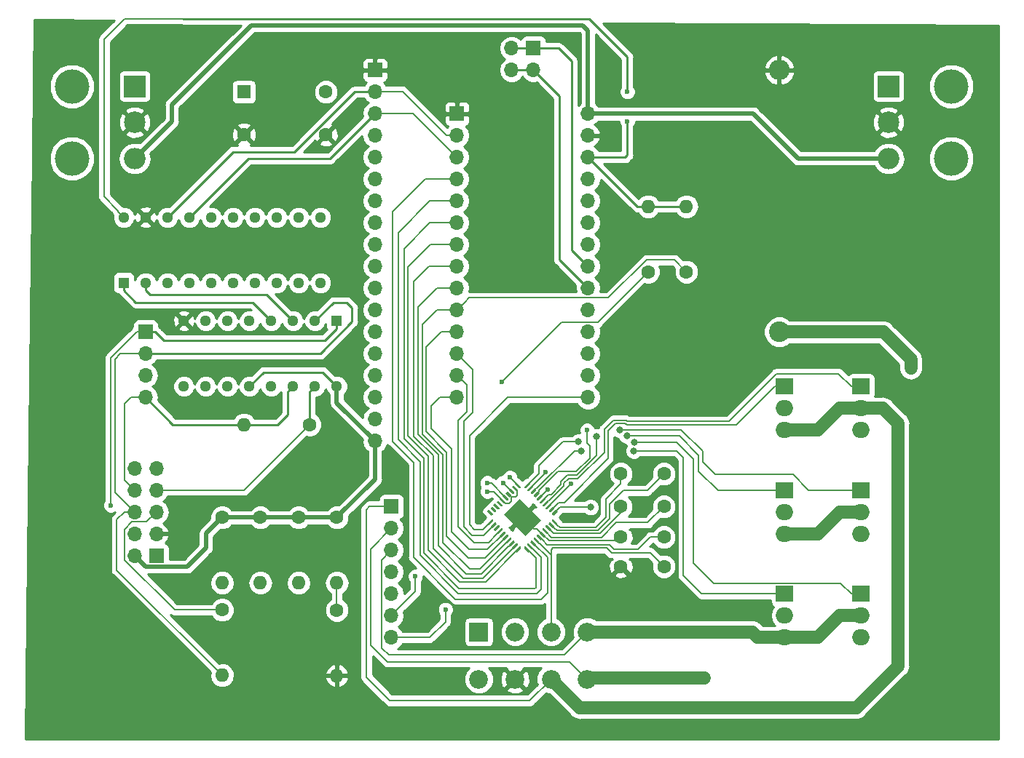
<source format=gtl>
G04 #@! TF.GenerationSoftware,KiCad,Pcbnew,(5.0.0)*
G04 #@! TF.CreationDate,2019-03-08T19:40:39-05:00*
G04 #@! TF.ProjectId,DRV8308_pcb,445256383330385F7063622E6B696361,rev?*
G04 #@! TF.SameCoordinates,Original*
G04 #@! TF.FileFunction,Copper,L1,Top,Signal*
G04 #@! TF.FilePolarity,Positive*
%FSLAX46Y46*%
G04 Gerber Fmt 4.6, Leading zero omitted, Abs format (unit mm)*
G04 Created by KiCad (PCBNEW (5.0.0)) date 03/08/19 19:40:39*
%MOMM*%
%LPD*%
G01*
G04 APERTURE LIST*
G04 #@! TA.AperFunction,WasherPad*
%ADD10C,4.000000*%
G04 #@! TD*
G04 #@! TA.AperFunction,ComponentPad*
%ADD11O,2.500000X2.500000*%
G04 #@! TD*
G04 #@! TA.AperFunction,ComponentPad*
%ADD12C,2.500000*%
G04 #@! TD*
G04 #@! TA.AperFunction,ComponentPad*
%ADD13R,2.500000X2.500000*%
G04 #@! TD*
G04 #@! TA.AperFunction,ComponentPad*
%ADD14O,1.700000X1.700000*%
G04 #@! TD*
G04 #@! TA.AperFunction,ComponentPad*
%ADD15R,1.700000X1.700000*%
G04 #@! TD*
G04 #@! TA.AperFunction,ComponentPad*
%ADD16R,1.600000X1.600000*%
G04 #@! TD*
G04 #@! TA.AperFunction,ComponentPad*
%ADD17C,1.600000*%
G04 #@! TD*
G04 #@! TA.AperFunction,ComponentPad*
%ADD18R,2.175000X2.175000*%
G04 #@! TD*
G04 #@! TA.AperFunction,ComponentPad*
%ADD19C,2.175000*%
G04 #@! TD*
G04 #@! TA.AperFunction,ComponentPad*
%ADD20O,2.000000X1.905000*%
G04 #@! TD*
G04 #@! TA.AperFunction,ComponentPad*
%ADD21R,2.000000X1.905000*%
G04 #@! TD*
G04 #@! TA.AperFunction,ComponentPad*
%ADD22O,1.600000X1.600000*%
G04 #@! TD*
G04 #@! TA.AperFunction,ComponentPad*
%ADD23C,2.400000*%
G04 #@! TD*
G04 #@! TA.AperFunction,ComponentPad*
%ADD24O,2.400000X2.400000*%
G04 #@! TD*
G04 #@! TA.AperFunction,SMDPad,CuDef*
%ADD25C,2.620000*%
G04 #@! TD*
G04 #@! TA.AperFunction,Conductor*
%ADD26C,0.100000*%
G04 #@! TD*
G04 #@! TA.AperFunction,BGAPad,CuDef*
%ADD27C,0.280000*%
G04 #@! TD*
G04 #@! TA.AperFunction,SMDPad,CuDef*
%ADD28C,0.280000*%
G04 #@! TD*
G04 #@! TA.AperFunction,ComponentPad*
%ADD29R,1.295400X1.295400*%
G04 #@! TD*
G04 #@! TA.AperFunction,ComponentPad*
%ADD30C,1.295400*%
G04 #@! TD*
G04 #@! TA.AperFunction,ViaPad*
%ADD31C,0.600000*%
G04 #@! TD*
G04 #@! TA.AperFunction,ViaPad*
%ADD32C,1.400000*%
G04 #@! TD*
G04 #@! TA.AperFunction,ViaPad*
%ADD33C,0.800000*%
G04 #@! TD*
G04 #@! TA.AperFunction,Conductor*
%ADD34C,0.200000*%
G04 #@! TD*
G04 #@! TA.AperFunction,Conductor*
%ADD35C,0.150000*%
G04 #@! TD*
G04 #@! TA.AperFunction,Conductor*
%ADD36C,0.500000*%
G04 #@! TD*
G04 #@! TA.AperFunction,Conductor*
%ADD37C,0.250000*%
G04 #@! TD*
G04 #@! TA.AperFunction,Conductor*
%ADD38C,1.500000*%
G04 #@! TD*
G04 #@! TA.AperFunction,Conductor*
%ADD39C,0.254000*%
G04 #@! TD*
G04 APERTURE END LIST*
D10*
G04 #@! TO.P,J5,*
G04 #@! TO.N,*
X195260000Y-58420000D03*
X195260000Y-66820000D03*
D11*
G04 #@! TO.P,J5,3*
G04 #@! TO.N,/Vin*
X187960000Y-66820000D03*
D12*
G04 #@! TO.P,J5,2*
G04 #@! TO.N,GNDREF*
X187960000Y-62620000D03*
D13*
G04 #@! TO.P,J5,1*
G04 #@! TO.N,/Vm*
X187960000Y-58420000D03*
G04 #@! TD*
D10*
G04 #@! TO.P,J3,*
G04 #@! TO.N,*
X93030000Y-58420000D03*
X93030000Y-66820000D03*
D11*
G04 #@! TO.P,J3,3*
G04 #@! TO.N,/Vin*
X100330000Y-66820000D03*
D12*
G04 #@! TO.P,J3,2*
G04 #@! TO.N,GNDREF*
X100330000Y-62620000D03*
D13*
G04 #@! TO.P,J3,1*
G04 #@! TO.N,/Vm*
X100330000Y-58420000D03*
G04 #@! TD*
D14*
G04 #@! TO.P,J4,15*
G04 #@! TO.N,/SCLK*
X153035000Y-94615000D03*
G04 #@! TO.P,J4,14*
G04 #@! TO.N,/DATAO*
X137795000Y-94615000D03*
G04 #@! TO.P,J4,16*
G04 #@! TO.N,/MCU/A0*
X153035000Y-92075000D03*
G04 #@! TO.P,J4,13*
G04 #@! TO.N,/DATAI*
X137795000Y-92075000D03*
G04 #@! TO.P,J4,17*
G04 #@! TO.N,/MCU/A1*
X153035000Y-89535000D03*
G04 #@! TO.P,J4,12*
G04 #@! TO.N,/SCS*
X137795000Y-89535000D03*
G04 #@! TO.P,J4,18*
G04 #@! TO.N,/MCU/A2*
X153035000Y-86995000D03*
G04 #@! TO.P,J4,11*
G04 #@! TO.N,/FGOUT*
X137795000Y-86995000D03*
G04 #@! TO.P,J4,19*
G04 #@! TO.N,/MCU/A3*
X153035000Y-84455000D03*
G04 #@! TO.P,J4,10*
G04 #@! TO.N,/FAULTn*
X137795000Y-84455000D03*
G04 #@! TO.P,J4,20*
G04 #@! TO.N,/SDA*
X153035000Y-81915000D03*
G04 #@! TO.P,J4,9*
G04 #@! TO.N,/LOCKn*
X137795000Y-81915000D03*
G04 #@! TO.P,J4,21*
G04 #@! TO.N,/SCL*
X153035000Y-79375000D03*
G04 #@! TO.P,J4,8*
G04 #@! TO.N,/CLKIN*
X137795000Y-79375000D03*
G04 #@! TO.P,J4,22*
G04 #@! TO.N,/MCU/A6*
X153035000Y-76835000D03*
G04 #@! TO.P,J4,7*
G04 #@! TO.N,/BRAKE*
X137795000Y-76835000D03*
G04 #@! TO.P,J4,23*
G04 #@! TO.N,/MCU/A7*
X153035000Y-74295000D03*
G04 #@! TO.P,J4,6*
G04 #@! TO.N,/DIR*
X137795000Y-74295000D03*
G04 #@! TO.P,J4,24*
G04 #@! TO.N,/MCU/A8*
X153035000Y-71755000D03*
G04 #@! TO.P,J4,5*
G04 #@! TO.N,/ENABLE*
X137795000Y-71755000D03*
G04 #@! TO.P,J4,25*
G04 #@! TO.N,/MCU/A9*
X153035000Y-69215000D03*
G04 #@! TO.P,J4,4*
G04 #@! TO.N,/RESET*
X137795000Y-69215000D03*
G04 #@! TO.P,J4,26*
G04 #@! TO.N,/3.3V*
X153035000Y-66675000D03*
G04 #@! TO.P,J4,3*
G04 #@! TO.N,/B*
X137795000Y-66675000D03*
G04 #@! TO.P,J4,27*
G04 #@! TO.N,GNDREF*
X153035000Y-64135000D03*
G04 #@! TO.P,J4,2*
G04 #@! TO.N,/A*
X137795000Y-64135000D03*
G04 #@! TO.P,J4,28*
G04 #@! TO.N,/Vin*
X153035000Y-61595000D03*
D15*
G04 #@! TO.P,J4,1*
G04 #@! TO.N,GNDREF*
X137795000Y-61595000D03*
G04 #@! TD*
D16*
G04 #@! TO.P,C2,1*
G04 #@! TO.N,/Vm*
X113030000Y-59055000D03*
D17*
G04 #@! TO.P,C2,2*
G04 #@! TO.N,GNDREF*
X113030000Y-64055000D03*
G04 #@! TD*
D18*
G04 #@! TO.P,J1,1*
G04 #@! TO.N,/Hall_1*
X140335000Y-121920000D03*
D19*
G04 #@! TO.P,J1,2*
G04 #@! TO.N,/Hall_2*
X144535000Y-121920000D03*
G04 #@! TO.P,J1,3*
G04 #@! TO.N,/Vreg*
X148735000Y-121920000D03*
G04 #@! TO.P,J1,4*
G04 #@! TO.N,Motor_3*
X152935000Y-121920000D03*
G04 #@! TO.P,J1,5*
G04 #@! TO.N,/Hall_3*
X140335000Y-127420000D03*
G04 #@! TO.P,J1,6*
G04 #@! TO.N,GNDREF*
X144535000Y-127420000D03*
G04 #@! TO.P,J1,7*
G04 #@! TO.N,Motor_1*
X148735000Y-127420000D03*
G04 #@! TO.P,J1,8*
G04 #@! TO.N,Motor_2*
X152935000Y-127420000D03*
G04 #@! TD*
D15*
G04 #@! TO.P,J2,1*
G04 #@! TO.N,Net-(J2-Pad1)*
X102870000Y-113030000D03*
D14*
G04 #@! TO.P,J2,2*
G04 #@! TO.N,/Vreg*
X100330000Y-113030000D03*
G04 #@! TO.P,J2,3*
G04 #@! TO.N,GNDREF*
X102870000Y-110490000D03*
G04 #@! TO.P,J2,4*
G04 #@! TO.N,Net-(J2-Pad4)*
X100330000Y-110490000D03*
G04 #@! TO.P,J2,5*
G04 #@! TO.N,/ENC_!A*
X102870000Y-107950000D03*
G04 #@! TO.P,J2,6*
G04 #@! TO.N,/ENC_A*
X100330000Y-107950000D03*
G04 #@! TO.P,J2,7*
G04 #@! TO.N,/ENC_!B*
X102870000Y-105410000D03*
G04 #@! TO.P,J2,8*
G04 #@! TO.N,/ENC_B*
X100330000Y-105410000D03*
G04 #@! TO.P,J2,9*
G04 #@! TO.N,Net-(J2-Pad9)*
X102870000Y-102870000D03*
G04 #@! TO.P,J2,10*
G04 #@! TO.N,Net-(J2-Pad10)*
X100330000Y-102870000D03*
G04 #@! TD*
D15*
G04 #@! TO.P,J7,1*
G04 #@! TO.N,GNDREF*
X128270000Y-56515000D03*
D14*
G04 #@! TO.P,J7,2*
G04 #@! TO.N,/A*
X128270000Y-59055000D03*
G04 #@! TO.P,J7,3*
G04 #@! TO.N,/B*
X128270000Y-61595000D03*
G04 #@! TO.P,J7,4*
G04 #@! TO.N,/RESET*
X128270000Y-64135000D03*
G04 #@! TO.P,J7,5*
G04 #@! TO.N,/ENABLE*
X128270000Y-66675000D03*
G04 #@! TO.P,J7,6*
G04 #@! TO.N,/DIR*
X128270000Y-69215000D03*
G04 #@! TO.P,J7,7*
G04 #@! TO.N,/BRAKE*
X128270000Y-71755000D03*
G04 #@! TO.P,J7,8*
G04 #@! TO.N,/CLKIN*
X128270000Y-74295000D03*
G04 #@! TO.P,J7,9*
G04 #@! TO.N,/LOCKn*
X128270000Y-76835000D03*
G04 #@! TO.P,J7,10*
G04 #@! TO.N,/FAULTn*
X128270000Y-79375000D03*
G04 #@! TO.P,J7,11*
G04 #@! TO.N,/FGOUT*
X128270000Y-81915000D03*
G04 #@! TO.P,J7,12*
G04 #@! TO.N,/SCS*
X128270000Y-84455000D03*
G04 #@! TO.P,J7,13*
G04 #@! TO.N,/DATAI*
X128270000Y-86995000D03*
G04 #@! TO.P,J7,14*
G04 #@! TO.N,/DATAO*
X128270000Y-89535000D03*
G04 #@! TO.P,J7,15*
G04 #@! TO.N,/SCLK*
X128270000Y-92075000D03*
G04 #@! TO.P,J7,16*
G04 #@! TO.N,/SDA*
X128270000Y-94615000D03*
G04 #@! TO.P,J7,17*
G04 #@! TO.N,/SCL*
X128270000Y-97155000D03*
G04 #@! TO.P,J7,18*
G04 #@! TO.N,/Vreg*
X128270000Y-99695000D03*
G04 #@! TD*
D15*
G04 #@! TO.P,J8,1*
G04 #@! TO.N,/ENC_!A*
X101600000Y-86995000D03*
D14*
G04 #@! TO.P,J8,2*
G04 #@! TO.N,/ENC_A*
X101600000Y-89535000D03*
G04 #@! TO.P,J8,3*
G04 #@! TO.N,/ENC_!B*
X101600000Y-92075000D03*
G04 #@! TO.P,J8,4*
G04 #@! TO.N,/ENC_B*
X101600000Y-94615000D03*
G04 #@! TD*
D20*
G04 #@! TO.P,Q1,3*
G04 #@! TO.N,Motor_1*
X175895000Y-98425000D03*
G04 #@! TO.P,Q1,2*
G04 #@! TO.N,/Vm*
X175895000Y-95885000D03*
D21*
G04 #@! TO.P,Q1,1*
G04 #@! TO.N,/Power/UHSG*
X175895000Y-93345000D03*
G04 #@! TD*
G04 #@! TO.P,Q2,1*
G04 #@! TO.N,/Power/ULSG*
X184785000Y-93345000D03*
D20*
G04 #@! TO.P,Q2,2*
G04 #@! TO.N,Motor_1*
X184785000Y-95885000D03*
G04 #@! TO.P,Q2,3*
G04 #@! TO.N,/Power/ISEN*
X184785000Y-98425000D03*
G04 #@! TD*
G04 #@! TO.P,Q3,3*
G04 #@! TO.N,Motor_2*
X175895000Y-110490000D03*
G04 #@! TO.P,Q3,2*
G04 #@! TO.N,/Vm*
X175895000Y-107950000D03*
D21*
G04 #@! TO.P,Q3,1*
G04 #@! TO.N,/Power/VHSG*
X175895000Y-105410000D03*
G04 #@! TD*
G04 #@! TO.P,Q4,1*
G04 #@! TO.N,/Power/VLSG*
X184785000Y-105410000D03*
D20*
G04 #@! TO.P,Q4,2*
G04 #@! TO.N,Motor_2*
X184785000Y-107950000D03*
G04 #@! TO.P,Q4,3*
G04 #@! TO.N,/Power/ISEN*
X184785000Y-110490000D03*
G04 #@! TD*
G04 #@! TO.P,Q5,3*
G04 #@! TO.N,Motor_3*
X175895000Y-122555000D03*
G04 #@! TO.P,Q5,2*
G04 #@! TO.N,/Vm*
X175895000Y-120015000D03*
D21*
G04 #@! TO.P,Q5,1*
G04 #@! TO.N,/Power/WHSG*
X175895000Y-117475000D03*
G04 #@! TD*
G04 #@! TO.P,Q6,1*
G04 #@! TO.N,/Power/WLSG*
X184785000Y-117475000D03*
D20*
G04 #@! TO.P,Q6,2*
G04 #@! TO.N,Motor_3*
X184785000Y-120015000D03*
G04 #@! TO.P,Q6,3*
G04 #@! TO.N,/Power/ISEN*
X184785000Y-122555000D03*
G04 #@! TD*
D22*
G04 #@! TO.P,R1,2*
G04 #@! TO.N,/Hall_1*
X110490000Y-116205000D03*
D17*
G04 #@! TO.P,R1,1*
G04 #@! TO.N,/Vreg*
X110490000Y-108585000D03*
G04 #@! TD*
G04 #@! TO.P,R2,1*
G04 #@! TO.N,/Vreg*
X114935000Y-108585000D03*
D22*
G04 #@! TO.P,R2,2*
G04 #@! TO.N,/Hall_2*
X114935000Y-116205000D03*
G04 #@! TD*
G04 #@! TO.P,R3,2*
G04 #@! TO.N,/Hall_3*
X119380000Y-116205000D03*
D17*
G04 #@! TO.P,R3,1*
G04 #@! TO.N,/Vreg*
X119380000Y-108585000D03*
G04 #@! TD*
G04 #@! TO.P,R4,1*
G04 #@! TO.N,/Vreg*
X123825000Y-108585000D03*
D22*
G04 #@! TO.P,R4,2*
G04 #@! TO.N,/UHN*
X123825000Y-116205000D03*
G04 #@! TD*
G04 #@! TO.P,R5,2*
G04 #@! TO.N,GNDREF*
X123825000Y-127000000D03*
D17*
G04 #@! TO.P,R5,1*
G04 #@! TO.N,/UHN*
X123825000Y-119380000D03*
G04 #@! TD*
D23*
G04 #@! TO.P,R6,1*
G04 #@! TO.N,/Power/ISEN*
X175260000Y-86995000D03*
D24*
G04 #@! TO.P,R6,2*
G04 #@! TO.N,GNDREF*
X175260000Y-56515000D03*
G04 #@! TD*
D17*
G04 #@! TO.P,R7,1*
G04 #@! TO.N,/ENC_!A*
X110490000Y-119350000D03*
D22*
G04 #@! TO.P,R7,2*
G04 #@! TO.N,/ENC_A*
X110490000Y-126970000D03*
G04 #@! TD*
G04 #@! TO.P,R8,2*
G04 #@! TO.N,/ENC_B*
X113030000Y-97790000D03*
D17*
G04 #@! TO.P,R8,1*
G04 #@! TO.N,/ENC_!B*
X120650000Y-97790000D03*
G04 #@! TD*
D25*
G04 #@! TO.P,U1,41*
G04 #@! TO.N,GNDREF*
X145415000Y-108585000D03*
D26*
G04 #@! TD*
G04 #@! TO.N,GNDREF*
G04 #@! TO.C,U1*
G36*
X143244182Y-108266802D02*
X145096802Y-106414182D01*
X147585818Y-108903198D01*
X145733198Y-110755818D01*
X143244182Y-108266802D01*
X143244182Y-108266802D01*
G37*
D27*
G04 #@! TO.P,U1,40*
G04 #@! TO.N,/Power/WLSG*
X145726127Y-105091893D03*
D28*
X145977150Y-104840870D03*
D26*
G04 #@! TD*
G04 #@! TO.N,/Power/WLSG*
G04 #@! TO.C,U1*
G36*
X145627132Y-104992898D02*
X146129178Y-104490852D01*
X146327168Y-104688842D01*
X145825122Y-105190888D01*
X145627132Y-104992898D01*
X145627132Y-104992898D01*
G37*
D27*
G04 #@! TO.P,U1,39*
G04 #@! TO.N,Motor_3*
X146079680Y-105445446D03*
D28*
X146330703Y-105194423D03*
D26*
G04 #@! TD*
G04 #@! TO.N,Motor_3*
G04 #@! TO.C,U1*
G36*
X145980685Y-105346451D02*
X146482731Y-104844405D01*
X146680721Y-105042395D01*
X146178675Y-105544441D01*
X145980685Y-105346451D01*
X145980685Y-105346451D01*
G37*
D27*
G04 #@! TO.P,U1,38*
G04 #@! TO.N,/Power/WHSG*
X146433234Y-105798999D03*
D28*
X146684257Y-105547976D03*
D26*
G04 #@! TD*
G04 #@! TO.N,/Power/WHSG*
G04 #@! TO.C,U1*
G36*
X146334239Y-105700004D02*
X146836285Y-105197958D01*
X147034275Y-105395948D01*
X146532229Y-105897994D01*
X146334239Y-105700004D01*
X146334239Y-105700004D01*
G37*
D27*
G04 #@! TO.P,U1,37*
G04 #@! TO.N,/Power/VLSG*
X146786787Y-106152553D03*
D28*
X147037810Y-105901530D03*
D26*
G04 #@! TD*
G04 #@! TO.N,/Power/VLSG*
G04 #@! TO.C,U1*
G36*
X146687792Y-106053558D02*
X147189838Y-105551512D01*
X147387828Y-105749502D01*
X146885782Y-106251548D01*
X146687792Y-106053558D01*
X146687792Y-106053558D01*
G37*
D27*
G04 #@! TO.P,U1,36*
G04 #@! TO.N,Motor_2*
X147140341Y-106506106D03*
D28*
X147391363Y-106255083D03*
D26*
G04 #@! TD*
G04 #@! TO.N,Motor_2*
G04 #@! TO.C,U1*
G36*
X147041345Y-106407111D02*
X147543391Y-105905065D01*
X147741381Y-106103055D01*
X147239335Y-106605101D01*
X147041345Y-106407111D01*
X147041345Y-106407111D01*
G37*
D27*
G04 #@! TO.P,U1,35*
G04 #@! TO.N,/Power/VHSG*
X147493894Y-106859659D03*
D28*
X147744917Y-106608637D03*
D26*
G04 #@! TD*
G04 #@! TO.N,/Power/VHSG*
G04 #@! TO.C,U1*
G36*
X147394899Y-106760665D02*
X147896945Y-106258619D01*
X148094935Y-106456609D01*
X147592889Y-106958655D01*
X147394899Y-106760665D01*
X147394899Y-106760665D01*
G37*
D27*
G04 #@! TO.P,U1,34*
G04 #@! TO.N,/Power/ULSG*
X147847447Y-107213213D03*
D28*
X148098470Y-106962190D03*
D26*
G04 #@! TD*
G04 #@! TO.N,/Power/ULSG*
G04 #@! TO.C,U1*
G36*
X147748452Y-107114218D02*
X148250498Y-106612172D01*
X148448488Y-106810162D01*
X147946442Y-107312208D01*
X147748452Y-107114218D01*
X147748452Y-107114218D01*
G37*
D27*
G04 #@! TO.P,U1,33*
G04 #@! TO.N,Motor_1*
X148201001Y-107566766D03*
D28*
X148452024Y-107315743D03*
D26*
G04 #@! TD*
G04 #@! TO.N,Motor_1*
G04 #@! TO.C,U1*
G36*
X148102006Y-107467771D02*
X148604052Y-106965725D01*
X148802042Y-107163715D01*
X148299996Y-107665761D01*
X148102006Y-107467771D01*
X148102006Y-107467771D01*
G37*
D27*
G04 #@! TO.P,U1,32*
G04 #@! TO.N,/Power/UHSG*
X148554554Y-107920320D03*
D28*
X148805577Y-107669297D03*
D26*
G04 #@! TD*
G04 #@! TO.N,/Power/UHSG*
G04 #@! TO.C,U1*
G36*
X148455559Y-107821325D02*
X148957605Y-107319279D01*
X149155595Y-107517269D01*
X148653549Y-108019315D01*
X148455559Y-107821325D01*
X148455559Y-107821325D01*
G37*
D27*
G04 #@! TO.P,U1,31*
G04 #@! TO.N,/Power/ISEN*
X148908107Y-108273873D03*
D28*
X149159130Y-108022850D03*
D26*
G04 #@! TD*
G04 #@! TO.N,/Power/ISEN*
G04 #@! TO.C,U1*
G36*
X148809112Y-108174878D02*
X149311158Y-107672832D01*
X149509148Y-107870822D01*
X149007102Y-108372868D01*
X148809112Y-108174878D01*
X148809112Y-108174878D01*
G37*
D27*
G04 #@! TO.P,U1,30*
G04 #@! TO.N,Net-(C3-Pad1)*
X148908107Y-108896127D03*
D28*
X149159130Y-109147150D03*
D26*
G04 #@! TD*
G04 #@! TO.N,Net-(C3-Pad1)*
G04 #@! TO.C,U1*
G36*
X148809112Y-108995122D02*
X149007102Y-108797132D01*
X149509148Y-109299178D01*
X149311158Y-109497168D01*
X148809112Y-108995122D01*
X148809112Y-108995122D01*
G37*
D27*
G04 #@! TO.P,U1,29*
G04 #@! TO.N,Net-(C3-Pad2)*
X148554554Y-109249680D03*
D28*
X148805577Y-109500703D03*
D26*
G04 #@! TD*
G04 #@! TO.N,Net-(C3-Pad2)*
G04 #@! TO.C,U1*
G36*
X148455559Y-109348675D02*
X148653549Y-109150685D01*
X149155595Y-109652731D01*
X148957605Y-109850721D01*
X148455559Y-109348675D01*
X148455559Y-109348675D01*
G37*
D27*
G04 #@! TO.P,U1,28*
G04 #@! TO.N,Net-(C5-Pad2)*
X148201001Y-109603234D03*
D28*
X148452024Y-109854257D03*
D26*
G04 #@! TD*
G04 #@! TO.N,Net-(C5-Pad2)*
G04 #@! TO.C,U1*
G36*
X148102006Y-109702229D02*
X148299996Y-109504239D01*
X148802042Y-110006285D01*
X148604052Y-110204275D01*
X148102006Y-109702229D01*
X148102006Y-109702229D01*
G37*
D27*
G04 #@! TO.P,U1,27*
G04 #@! TO.N,/Vm*
X147847447Y-109956787D03*
D28*
X148098470Y-110207810D03*
D26*
G04 #@! TD*
G04 #@! TO.N,/Vm*
G04 #@! TO.C,U1*
G36*
X147748452Y-110055782D02*
X147946442Y-109857792D01*
X148448488Y-110359838D01*
X148250498Y-110557828D01*
X147748452Y-110055782D01*
X147748452Y-110055782D01*
G37*
D27*
G04 #@! TO.P,U1,26*
G04 #@! TO.N,GNDREF*
X147493894Y-110310341D03*
D28*
X147744917Y-110561363D03*
D26*
G04 #@! TD*
G04 #@! TO.N,GNDREF*
G04 #@! TO.C,U1*
G36*
X147394899Y-110409335D02*
X147592889Y-110211345D01*
X148094935Y-110713391D01*
X147896945Y-110911381D01*
X147394899Y-110409335D01*
X147394899Y-110409335D01*
G37*
D27*
G04 #@! TO.P,U1,25*
G04 #@! TO.N,Net-(C4-Pad2)*
X147140341Y-110663894D03*
D28*
X147391363Y-110914917D03*
D26*
G04 #@! TD*
G04 #@! TO.N,Net-(C4-Pad2)*
G04 #@! TO.C,U1*
G36*
X147041345Y-110762889D02*
X147239335Y-110564899D01*
X147741381Y-111066945D01*
X147543391Y-111264935D01*
X147041345Y-110762889D01*
X147041345Y-110762889D01*
G37*
D27*
G04 #@! TO.P,U1,24*
G04 #@! TO.N,/Vreg*
X146786787Y-111017447D03*
D28*
X147037810Y-111268470D03*
D26*
G04 #@! TD*
G04 #@! TO.N,/Vreg*
G04 #@! TO.C,U1*
G36*
X146687792Y-111116442D02*
X146885782Y-110918452D01*
X147387828Y-111420498D01*
X147189838Y-111618488D01*
X146687792Y-111116442D01*
X146687792Y-111116442D01*
G37*
D27*
G04 #@! TO.P,U1,23*
G04 #@! TO.N,/RESET*
X146433234Y-111371001D03*
D28*
X146684257Y-111622024D03*
D26*
G04 #@! TD*
G04 #@! TO.N,/RESET*
G04 #@! TO.C,U1*
G36*
X146334239Y-111469996D02*
X146532229Y-111272006D01*
X147034275Y-111774052D01*
X146836285Y-111972042D01*
X146334239Y-111469996D01*
X146334239Y-111469996D01*
G37*
D27*
G04 #@! TO.P,U1,22*
G04 #@! TO.N,/ENABLE*
X146079680Y-111724554D03*
D28*
X146330703Y-111975577D03*
D26*
G04 #@! TD*
G04 #@! TO.N,/ENABLE*
G04 #@! TO.C,U1*
G36*
X145980685Y-111823549D02*
X146178675Y-111625559D01*
X146680721Y-112127605D01*
X146482731Y-112325595D01*
X145980685Y-111823549D01*
X145980685Y-111823549D01*
G37*
D27*
G04 #@! TO.P,U1,21*
G04 #@! TO.N,/DIR*
X145726127Y-112078107D03*
D28*
X145977150Y-112329130D03*
D26*
G04 #@! TD*
G04 #@! TO.N,/DIR*
G04 #@! TO.C,U1*
G36*
X145627132Y-112177102D02*
X145825122Y-111979112D01*
X146327168Y-112481158D01*
X146129178Y-112679148D01*
X145627132Y-112177102D01*
X145627132Y-112177102D01*
G37*
D27*
G04 #@! TO.P,U1,20*
G04 #@! TO.N,/BRAKE*
X145103873Y-112078107D03*
D28*
X144852850Y-112329130D03*
D26*
G04 #@! TD*
G04 #@! TO.N,/BRAKE*
G04 #@! TO.C,U1*
G36*
X144502832Y-112481158D02*
X145004878Y-111979112D01*
X145202868Y-112177102D01*
X144700822Y-112679148D01*
X144502832Y-112481158D01*
X144502832Y-112481158D01*
G37*
D27*
G04 #@! TO.P,U1,19*
G04 #@! TO.N,/CLKIN*
X144750320Y-111724554D03*
D28*
X144499297Y-111975577D03*
D26*
G04 #@! TD*
G04 #@! TO.N,/CLKIN*
G04 #@! TO.C,U1*
G36*
X144149279Y-112127605D02*
X144651325Y-111625559D01*
X144849315Y-111823549D01*
X144347269Y-112325595D01*
X144149279Y-112127605D01*
X144149279Y-112127605D01*
G37*
D27*
G04 #@! TO.P,U1,18*
G04 #@! TO.N,/LOCKn*
X144396766Y-111371001D03*
D28*
X144145743Y-111622024D03*
D26*
G04 #@! TD*
G04 #@! TO.N,/LOCKn*
G04 #@! TO.C,U1*
G36*
X143795725Y-111774052D02*
X144297771Y-111272006D01*
X144495761Y-111469996D01*
X143993715Y-111972042D01*
X143795725Y-111774052D01*
X143795725Y-111774052D01*
G37*
D27*
G04 #@! TO.P,U1,17*
G04 #@! TO.N,/FAULTn*
X144043213Y-111017447D03*
D28*
X143792190Y-111268470D03*
D26*
G04 #@! TD*
G04 #@! TO.N,/FAULTn*
G04 #@! TO.C,U1*
G36*
X143442172Y-111420498D02*
X143944218Y-110918452D01*
X144142208Y-111116442D01*
X143640162Y-111618488D01*
X143442172Y-111420498D01*
X143442172Y-111420498D01*
G37*
D27*
G04 #@! TO.P,U1,16*
G04 #@! TO.N,/FGOUT*
X143689659Y-110663894D03*
D28*
X143438637Y-110914917D03*
D26*
G04 #@! TD*
G04 #@! TO.N,/FGOUT*
G04 #@! TO.C,U1*
G36*
X143088619Y-111066945D02*
X143590665Y-110564899D01*
X143788655Y-110762889D01*
X143286609Y-111264935D01*
X143088619Y-111066945D01*
X143088619Y-111066945D01*
G37*
D27*
G04 #@! TO.P,U1,15*
G04 #@! TO.N,/DATAO*
X143336106Y-110310341D03*
D28*
X143085083Y-110561363D03*
D26*
G04 #@! TD*
G04 #@! TO.N,/DATAO*
G04 #@! TO.C,U1*
G36*
X142735065Y-110713391D02*
X143237111Y-110211345D01*
X143435101Y-110409335D01*
X142933055Y-110911381D01*
X142735065Y-110713391D01*
X142735065Y-110713391D01*
G37*
D27*
G04 #@! TO.P,U1,14*
G04 #@! TO.N,/DATAI*
X142982553Y-109956787D03*
D28*
X142731530Y-110207810D03*
D26*
G04 #@! TD*
G04 #@! TO.N,/DATAI*
G04 #@! TO.C,U1*
G36*
X142381512Y-110359838D02*
X142883558Y-109857792D01*
X143081548Y-110055782D01*
X142579502Y-110557828D01*
X142381512Y-110359838D01*
X142381512Y-110359838D01*
G37*
D27*
G04 #@! TO.P,U1,13*
G04 #@! TO.N,Net-(U1-Pad13)*
X142628999Y-109603234D03*
D28*
X142377976Y-109854257D03*
D26*
G04 #@! TD*
G04 #@! TO.N,Net-(U1-Pad13)*
G04 #@! TO.C,U1*
G36*
X142027958Y-110006285D02*
X142530004Y-109504239D01*
X142727994Y-109702229D01*
X142225948Y-110204275D01*
X142027958Y-110006285D01*
X142027958Y-110006285D01*
G37*
D27*
G04 #@! TO.P,U1,12*
G04 #@! TO.N,/SCS*
X142275446Y-109249680D03*
D28*
X142024423Y-109500703D03*
D26*
G04 #@! TD*
G04 #@! TO.N,/SCS*
G04 #@! TO.C,U1*
G36*
X141674405Y-109652731D02*
X142176451Y-109150685D01*
X142374441Y-109348675D01*
X141872395Y-109850721D01*
X141674405Y-109652731D01*
X141674405Y-109652731D01*
G37*
D27*
G04 #@! TO.P,U1,11*
G04 #@! TO.N,/SCLK*
X141921893Y-108896127D03*
D28*
X141670870Y-109147150D03*
D26*
G04 #@! TD*
G04 #@! TO.N,/SCLK*
G04 #@! TO.C,U1*
G36*
X141320852Y-109299178D02*
X141822898Y-108797132D01*
X142020888Y-108995122D01*
X141518842Y-109497168D01*
X141320852Y-109299178D01*
X141320852Y-109299178D01*
G37*
D27*
G04 #@! TO.P,U1,10*
G04 #@! TO.N,Net-(U1-Pad10)*
X141921893Y-108273873D03*
D28*
X141670870Y-108022850D03*
D26*
G04 #@! TD*
G04 #@! TO.N,Net-(U1-Pad10)*
G04 #@! TO.C,U1*
G36*
X141320852Y-107870822D02*
X141518842Y-107672832D01*
X142020888Y-108174878D01*
X141822898Y-108372868D01*
X141320852Y-107870822D01*
X141320852Y-107870822D01*
G37*
D27*
G04 #@! TO.P,U1,9*
G04 #@! TO.N,Net-(U1-Pad9)*
X142275446Y-107920320D03*
D28*
X142024423Y-107669297D03*
D26*
G04 #@! TD*
G04 #@! TO.N,Net-(U1-Pad9)*
G04 #@! TO.C,U1*
G36*
X141674405Y-107517269D02*
X141872395Y-107319279D01*
X142374441Y-107821325D01*
X142176451Y-108019315D01*
X141674405Y-107517269D01*
X141674405Y-107517269D01*
G37*
D27*
G04 #@! TO.P,U1,8*
G04 #@! TO.N,Net-(U1-Pad8)*
X142628999Y-107566766D03*
D28*
X142377976Y-107315743D03*
D26*
G04 #@! TD*
G04 #@! TO.N,Net-(U1-Pad8)*
G04 #@! TO.C,U1*
G36*
X142027958Y-107163715D02*
X142225948Y-106965725D01*
X142727994Y-107467771D01*
X142530004Y-107665761D01*
X142027958Y-107163715D01*
X142027958Y-107163715D01*
G37*
D27*
G04 #@! TO.P,U1,7*
G04 #@! TO.N,Net-(U1-Pad7)*
X142982553Y-107213213D03*
D28*
X142731530Y-106962190D03*
D26*
G04 #@! TD*
G04 #@! TO.N,Net-(U1-Pad7)*
G04 #@! TO.C,U1*
G36*
X142381512Y-106810162D02*
X142579502Y-106612172D01*
X143081548Y-107114218D01*
X142883558Y-107312208D01*
X142381512Y-106810162D01*
X142381512Y-106810162D01*
G37*
D27*
G04 #@! TO.P,U1,6*
G04 #@! TO.N,/UHN*
X143336106Y-106859659D03*
D28*
X143085083Y-106608637D03*
D26*
G04 #@! TD*
G04 #@! TO.N,/UHN*
G04 #@! TO.C,U1*
G36*
X142735065Y-106456609D02*
X142933055Y-106258619D01*
X143435101Y-106760665D01*
X143237111Y-106958655D01*
X142735065Y-106456609D01*
X142735065Y-106456609D01*
G37*
D27*
G04 #@! TO.P,U1,5*
G04 #@! TO.N,/Hall_3*
X143689659Y-106506106D03*
D28*
X143438637Y-106255083D03*
D26*
G04 #@! TD*
G04 #@! TO.N,/Hall_3*
G04 #@! TO.C,U1*
G36*
X143088619Y-106103055D02*
X143286609Y-105905065D01*
X143788655Y-106407111D01*
X143590665Y-106605101D01*
X143088619Y-106103055D01*
X143088619Y-106103055D01*
G37*
D27*
G04 #@! TO.P,U1,4*
G04 #@! TO.N,/UHN*
X144043213Y-106152553D03*
D28*
X143792190Y-105901530D03*
D26*
G04 #@! TD*
G04 #@! TO.N,/UHN*
G04 #@! TO.C,U1*
G36*
X143442172Y-105749502D02*
X143640162Y-105551512D01*
X144142208Y-106053558D01*
X143944218Y-106251548D01*
X143442172Y-105749502D01*
X143442172Y-105749502D01*
G37*
D27*
G04 #@! TO.P,U1,3*
G04 #@! TO.N,/Hall_2*
X144396766Y-105798999D03*
D28*
X144145743Y-105547976D03*
D26*
G04 #@! TD*
G04 #@! TO.N,/Hall_2*
G04 #@! TO.C,U1*
G36*
X143795725Y-105395948D02*
X143993715Y-105197958D01*
X144495761Y-105700004D01*
X144297771Y-105897994D01*
X143795725Y-105395948D01*
X143795725Y-105395948D01*
G37*
D27*
G04 #@! TO.P,U1,2*
G04 #@! TO.N,/UHN*
X144750320Y-105445446D03*
D28*
X144499297Y-105194423D03*
D26*
G04 #@! TD*
G04 #@! TO.N,/UHN*
G04 #@! TO.C,U1*
G36*
X144149279Y-105042395D02*
X144347269Y-104844405D01*
X144849315Y-105346451D01*
X144651325Y-105544441D01*
X144149279Y-105042395D01*
X144149279Y-105042395D01*
G37*
D27*
G04 #@! TO.P,U1,1*
G04 #@! TO.N,/Hall_1*
X145103873Y-105091893D03*
D28*
X144852850Y-104840870D03*
D26*
G04 #@! TD*
G04 #@! TO.N,/Hall_1*
G04 #@! TO.C,U1*
G36*
X144502832Y-104688842D02*
X144700822Y-104490852D01*
X145202868Y-104992898D01*
X145004878Y-105190888D01*
X144502832Y-104688842D01*
X144502832Y-104688842D01*
G37*
D29*
G04 #@! TO.P,U2,1*
G04 #@! TO.N,/Vreg*
X99060000Y-81280000D03*
D30*
G04 #@! TO.P,U2,2*
G04 #@! TO.N,Net-(U2-Pad2)*
X101600000Y-81280000D03*
G04 #@! TO.P,U2,3*
G04 #@! TO.N,Net-(U2-Pad3)*
X104140000Y-81280000D03*
G04 #@! TO.P,U2,4*
G04 #@! TO.N,Net-(U2-Pad4)*
X106680000Y-81280000D03*
G04 #@! TO.P,U2,5*
G04 #@! TO.N,Net-(U2-Pad5)*
X109220000Y-81280000D03*
G04 #@! TO.P,U2,6*
G04 #@! TO.N,Net-(U2-Pad6)*
X111760000Y-81280000D03*
G04 #@! TO.P,U2,7*
G04 #@! TO.N,Net-(U2-Pad7)*
X114300000Y-81280000D03*
G04 #@! TO.P,U2,8*
G04 #@! TO.N,Net-(U2-Pad8)*
X116840000Y-81280000D03*
G04 #@! TO.P,U2,9*
G04 #@! TO.N,Net-(U2-Pad9)*
X119380000Y-81280000D03*
G04 #@! TO.P,U2,10*
G04 #@! TO.N,Net-(U2-Pad10)*
X121920000Y-81280000D03*
G04 #@! TO.P,U2,11*
G04 #@! TO.N,Net-(U2-Pad11)*
X121920000Y-73660000D03*
G04 #@! TO.P,U2,12*
G04 #@! TO.N,Net-(U2-Pad12)*
X119380000Y-73660000D03*
G04 #@! TO.P,U2,13*
G04 #@! TO.N,Net-(U2-Pad13)*
X116840000Y-73660000D03*
G04 #@! TO.P,U2,14*
G04 #@! TO.N,Net-(U2-Pad14)*
X114300000Y-73660000D03*
G04 #@! TO.P,U2,15*
G04 #@! TO.N,Net-(U2-Pad15)*
X111760000Y-73660000D03*
G04 #@! TO.P,U2,16*
G04 #@! TO.N,Net-(U2-Pad16)*
X109220000Y-73660000D03*
G04 #@! TO.P,U2,17*
G04 #@! TO.N,/B*
X106680000Y-73660000D03*
G04 #@! TO.P,U2,18*
G04 #@! TO.N,/A*
X104140000Y-73660000D03*
G04 #@! TO.P,U2,19*
G04 #@! TO.N,GNDREF*
X101600000Y-73660000D03*
G04 #@! TO.P,U2,20*
G04 #@! TO.N,/3.3V*
X99060000Y-73660000D03*
G04 #@! TD*
D29*
G04 #@! TO.P,U3,1*
G04 #@! TO.N,/ENC_!A*
X123825000Y-85725000D03*
D30*
G04 #@! TO.P,U3,2*
G04 #@! TO.N,/ENC_A*
X121285000Y-85725000D03*
G04 #@! TO.P,U3,3*
G04 #@! TO.N,Net-(U2-Pad2)*
X118745000Y-85725000D03*
G04 #@! TO.P,U3,4*
G04 #@! TO.N,/Vreg*
X116205000Y-85725000D03*
G04 #@! TO.P,U3,5*
G04 #@! TO.N,Net-(U3-Pad5)*
X113665000Y-85725000D03*
G04 #@! TO.P,U3,6*
G04 #@! TO.N,Net-(U3-Pad6)*
X111125000Y-85725000D03*
G04 #@! TO.P,U3,7*
G04 #@! TO.N,Net-(U3-Pad7)*
X108585000Y-85725000D03*
G04 #@! TO.P,U3,8*
G04 #@! TO.N,GNDREF*
X106045000Y-85725000D03*
G04 #@! TO.P,U3,9*
G04 #@! TO.N,Net-(U3-Pad9)*
X106045000Y-93345000D03*
G04 #@! TO.P,U3,10*
G04 #@! TO.N,Net-(U3-Pad10)*
X108585000Y-93345000D03*
G04 #@! TO.P,U3,11*
G04 #@! TO.N,Net-(U3-Pad11)*
X111125000Y-93345000D03*
G04 #@! TO.P,U3,12*
G04 #@! TO.N,/Vreg*
X113665000Y-93345000D03*
G04 #@! TO.P,U3,13*
G04 #@! TO.N,Net-(U2-Pad3)*
X116205000Y-93345000D03*
G04 #@! TO.P,U3,14*
G04 #@! TO.N,/ENC_B*
X118745000Y-93345000D03*
G04 #@! TO.P,U3,15*
G04 #@! TO.N,/ENC_!B*
X121285000Y-93345000D03*
G04 #@! TO.P,U3,16*
G04 #@! TO.N,/Vreg*
X123825000Y-93345000D03*
G04 #@! TD*
D15*
G04 #@! TO.P,J9,1*
G04 #@! TO.N,/SCL*
X146685000Y-53975000D03*
D14*
G04 #@! TO.P,J9,2*
X144145000Y-53975000D03*
G04 #@! TO.P,J9,3*
G04 #@! TO.N,/SDA*
X146685000Y-56515000D03*
G04 #@! TO.P,J9,4*
X144145000Y-56515000D03*
G04 #@! TD*
D22*
G04 #@! TO.P,R9,2*
G04 #@! TO.N,/3.3V*
X164465000Y-72390000D03*
D17*
G04 #@! TO.P,R9,1*
G04 #@! TO.N,/FAULTn*
X164465000Y-80010000D03*
G04 #@! TD*
G04 #@! TO.P,R10,1*
G04 #@! TO.N,/DATAO*
X160020000Y-80010000D03*
D22*
G04 #@! TO.P,R10,2*
G04 #@! TO.N,/3.3V*
X160020000Y-72390000D03*
G04 #@! TD*
D17*
G04 #@! TO.P,C1,2*
G04 #@! TO.N,GNDREF*
X122555000Y-64055000D03*
G04 #@! TO.P,C1,1*
G04 #@! TO.N,/Vm*
X122555000Y-59055000D03*
G04 #@! TD*
G04 #@! TO.P,C3,1*
G04 #@! TO.N,Net-(C3-Pad1)*
X156845000Y-103505000D03*
G04 #@! TO.P,C3,2*
G04 #@! TO.N,Net-(C3-Pad2)*
X161845000Y-103505000D03*
G04 #@! TD*
G04 #@! TO.P,C4,1*
G04 #@! TO.N,GNDREF*
X156845000Y-110871000D03*
G04 #@! TO.P,C4,2*
G04 #@! TO.N,Net-(C4-Pad2)*
X161845000Y-110871000D03*
G04 #@! TD*
G04 #@! TO.P,C5,2*
G04 #@! TO.N,Net-(C5-Pad2)*
X156845000Y-107315000D03*
G04 #@! TO.P,C5,1*
G04 #@! TO.N,/Vm*
X161845000Y-107315000D03*
G04 #@! TD*
G04 #@! TO.P,C6,1*
G04 #@! TO.N,GNDREF*
X156845000Y-114300000D03*
G04 #@! TO.P,C6,2*
G04 #@! TO.N,/Vreg*
X161845000Y-114300000D03*
G04 #@! TD*
D15*
G04 #@! TO.P,J6,1*
G04 #@! TO.N,Motor_1*
X130175000Y-107315000D03*
D14*
G04 #@! TO.P,J6,2*
G04 #@! TO.N,Motor_2*
X130175000Y-109855000D03*
G04 #@! TO.P,J6,3*
G04 #@! TO.N,Motor_3*
X130175000Y-112395000D03*
G04 #@! TO.P,J6,4*
G04 #@! TO.N,/Hall_1*
X130175000Y-114935000D03*
G04 #@! TO.P,J6,5*
G04 #@! TO.N,/Hall_2*
X130175000Y-117475000D03*
G04 #@! TO.P,J6,6*
G04 #@! TO.N,/Hall_3*
X130175000Y-120015000D03*
G04 #@! TO.P,J6,7*
G04 #@! TO.N,/UHN*
X130175000Y-122555000D03*
G04 #@! TD*
D31*
G04 #@! TO.N,/Hall_1*
X143950000Y-103950000D03*
G04 #@! TO.N,/Hall_2*
X143150000Y-104550000D03*
G04 #@! TO.N,Motor_3*
X148100000Y-103350000D03*
G04 #@! TO.N,/Hall_3*
X141300000Y-104550000D03*
X132950000Y-115450000D03*
G04 #@! TO.N,Motor_1*
X151050000Y-104650000D03*
D32*
G04 #@! TO.N,Motor_2*
X166500000Y-127300000D03*
D31*
X148350000Y-105350000D03*
G04 #@! TO.N,/ENC_!A*
X97536000Y-107188000D03*
G04 #@! TO.N,/DATAO*
X143002000Y-92837000D03*
G04 #@! TO.N,/UHN*
X136450000Y-119300000D03*
X141303552Y-105583261D03*
D32*
G04 #@! TO.N,/Power/ISEN*
X190550000Y-91200000D03*
D33*
X153300000Y-107400000D03*
G04 #@! TO.N,/Power/VHSG*
X157550000Y-99075010D03*
X154050000Y-99150000D03*
G04 #@! TO.N,/Power/VLSG*
X156700000Y-98400000D03*
D31*
X152908000Y-98425000D03*
D33*
G04 #@! TO.N,/Power/WHSG*
X158365146Y-100846405D03*
X152250000Y-100850000D03*
G04 #@! TO.N,/Power/WLSG*
X158450000Y-99850000D03*
X151900000Y-99800000D03*
D31*
G04 #@! TO.N,/3.3V*
X157607000Y-59055000D03*
X157607000Y-62484000D03*
G04 #@! TD*
D34*
G04 #@! TO.N,/Vm*
X148098470Y-110207810D02*
X148790660Y-110900000D01*
X148790660Y-110900000D02*
X154600000Y-110900000D01*
X154600000Y-110900000D02*
X156300000Y-109200000D01*
X159960000Y-109200000D02*
X161845000Y-107315000D01*
X156300000Y-109200000D02*
X159960000Y-109200000D01*
D35*
G04 #@! TO.N,GNDREF*
X147423184Y-110239630D02*
X147744917Y-110561363D01*
X147083772Y-109900218D02*
X147423184Y-110239630D01*
X146730218Y-109900218D02*
X147083772Y-109900218D01*
X145415000Y-108585000D02*
X146730218Y-109900218D01*
D34*
X156416000Y-111300000D02*
X156845000Y-110871000D01*
X147744917Y-110561363D02*
X148483554Y-111300000D01*
X148483554Y-111300000D02*
X156416000Y-111300000D01*
D35*
G04 #@! TO.N,Net-(C3-Pad2)*
X149127310Y-109822436D02*
X149127310Y-109827310D01*
X148805577Y-109500703D02*
X149127310Y-109822436D01*
X149127310Y-109827310D02*
X149400000Y-110100000D01*
X149400000Y-110100000D02*
X154200000Y-110100000D01*
X154200000Y-110100000D02*
X155550000Y-108750000D01*
X155550000Y-107018998D02*
X157118998Y-105450000D01*
X155550000Y-108750000D02*
X155550000Y-107018998D01*
X159900000Y-105450000D02*
X161845000Y-103505000D01*
X157118998Y-105450000D02*
X159900000Y-105450000D01*
G04 #@! TO.N,Net-(C3-Pad1)*
X149480863Y-109468883D02*
X149480863Y-109480863D01*
X149159130Y-109147150D02*
X149480863Y-109468883D01*
X149480863Y-109480863D02*
X149750000Y-109750000D01*
X149750000Y-109750000D02*
X153900000Y-109750000D01*
X153900000Y-109750000D02*
X155100000Y-108550000D01*
X155100000Y-108550000D02*
X155100000Y-106450000D01*
X156845000Y-104705000D02*
X156845000Y-103505000D01*
X155100000Y-106450000D02*
X156845000Y-104705000D01*
G04 #@! TO.N,Net-(C4-Pad2)*
X156050000Y-112300000D02*
X158850000Y-112300000D01*
X155500000Y-111750000D02*
X156050000Y-112300000D01*
X148250000Y-111750000D02*
X155500000Y-111750000D01*
X147736650Y-111236650D02*
X148250000Y-111750000D01*
X147391363Y-110914917D02*
X147713096Y-111236650D01*
X147713096Y-111236650D02*
X147736650Y-111236650D01*
X158850000Y-112300000D02*
X160279000Y-110871000D01*
X160279000Y-110871000D02*
X161845000Y-110871000D01*
G04 #@! TO.N,Net-(C5-Pad2)*
X156845000Y-108055000D02*
X156845000Y-107315000D01*
X154450000Y-110450000D02*
X156845000Y-108055000D01*
X149050000Y-110450000D02*
X154450000Y-110450000D01*
X148775990Y-110175990D02*
X149050000Y-110450000D01*
X148452024Y-109854257D02*
X148773757Y-110175990D01*
X148773757Y-110175990D02*
X148775990Y-110175990D01*
G04 #@! TO.N,/Vreg*
X147359543Y-111590203D02*
X147390203Y-111590203D01*
X147037810Y-111268470D02*
X147359543Y-111590203D01*
D34*
X148735000Y-121920000D02*
X148735000Y-112935000D01*
D36*
X101630001Y-114330001D02*
X106419999Y-114330001D01*
X100330000Y-113030000D02*
X101630001Y-114330001D01*
X106419999Y-114330001D02*
X108600000Y-112150000D01*
X108600000Y-110475000D02*
X110490000Y-108585000D01*
X108600000Y-112150000D02*
X108600000Y-110475000D01*
X110490000Y-108585000D02*
X114935000Y-108585000D01*
X119380000Y-108585000D02*
X114935000Y-108585000D01*
X123825000Y-108585000D02*
X119380000Y-108585000D01*
X128270000Y-104140000D02*
X128270000Y-99695000D01*
X123825000Y-108585000D02*
X128270000Y-104140000D01*
X123825000Y-95250000D02*
X128270000Y-99695000D01*
X123825000Y-93345000D02*
X123825000Y-95250000D01*
D37*
X99060000Y-82177700D02*
X100448300Y-83566000D01*
X99060000Y-81280000D02*
X99060000Y-82177700D01*
X114046000Y-83566000D02*
X116205000Y-85725000D01*
X100448300Y-83566000D02*
X114046000Y-83566000D01*
X113665000Y-93345000D02*
X115316000Y-91694000D01*
X122174000Y-91694000D02*
X123825000Y-93345000D01*
X115316000Y-91694000D02*
X122174000Y-91694000D01*
D34*
X160245000Y-112700000D02*
X161845000Y-114300000D01*
X147390203Y-111590203D02*
X147900000Y-112100000D01*
X155750000Y-112700000D02*
X160245000Y-112700000D01*
X148735000Y-112935000D02*
X147900000Y-112100000D01*
X148735000Y-112935000D02*
X148735000Y-112377000D01*
X148735000Y-112377000D02*
X148971000Y-112141000D01*
X155191000Y-112141000D02*
X155750000Y-112700000D01*
X148971000Y-112141000D02*
X155191000Y-112141000D01*
D35*
G04 #@! TO.N,/Hall_1*
X144852850Y-104840870D02*
X144840870Y-104840870D01*
X144840870Y-104840870D02*
X143950000Y-103950000D01*
G04 #@! TO.N,/Hall_2*
X144145743Y-105547976D02*
X144145743Y-105545743D01*
X144145743Y-105545743D02*
X143150000Y-104550000D01*
D38*
G04 #@! TO.N,Motor_3*
X178395000Y-122555000D02*
X175895000Y-122555000D01*
X179745000Y-122555000D02*
X178395000Y-122555000D01*
X182285000Y-120015000D02*
X179745000Y-122555000D01*
X184785000Y-120015000D02*
X182285000Y-120015000D01*
X152935000Y-121920000D02*
X172120000Y-121920000D01*
X172755000Y-122555000D02*
X175895000Y-122555000D01*
X172120000Y-121920000D02*
X172755000Y-122555000D01*
D35*
X148100000Y-103425126D02*
X148100000Y-103350000D01*
X146079680Y-105445446D02*
X148100000Y-103425126D01*
D34*
X129024999Y-113545001D02*
X129024999Y-123774999D01*
X130175000Y-112395000D02*
X129024999Y-113545001D01*
X129024999Y-123774999D02*
X129850000Y-124600000D01*
X150255000Y-124600000D02*
X152935000Y-121920000D01*
X129850000Y-124600000D02*
X150255000Y-124600000D01*
D35*
G04 #@! TO.N,/Hall_3*
X141350000Y-104600000D02*
X141300000Y-104550000D01*
X143438637Y-106255083D02*
X141783554Y-104600000D01*
X141783554Y-104600000D02*
X141350000Y-104600000D01*
X132950000Y-117240000D02*
X130175000Y-120015000D01*
X132950000Y-115450000D02*
X132950000Y-117240000D01*
D38*
G04 #@! TO.N,Motor_1*
X178395000Y-98425000D02*
X175895000Y-98425000D01*
X179745000Y-98425000D02*
X178395000Y-98425000D01*
X182285000Y-95885000D02*
X179745000Y-98425000D01*
X184785000Y-95885000D02*
X182285000Y-95885000D01*
X187285000Y-95885000D02*
X189050000Y-97650000D01*
X184785000Y-95885000D02*
X187285000Y-95885000D01*
X189050000Y-97650000D02*
X189050000Y-125900000D01*
X189050000Y-125900000D02*
X184200000Y-130750000D01*
X152065000Y-130750000D02*
X148735000Y-127420000D01*
X184200000Y-130750000D02*
X152065000Y-130750000D01*
D34*
X148452024Y-107315743D02*
X148452024Y-107247976D01*
D35*
X148452024Y-107315743D02*
X151050000Y-104717767D01*
X151050000Y-104717767D02*
X151050000Y-104650000D01*
D34*
X130175000Y-107315000D02*
X127635000Y-107315000D01*
X127635000Y-107315000D02*
X127250000Y-107700000D01*
X127250000Y-107700000D02*
X127250000Y-127200000D01*
X127250000Y-127200000D02*
X129950000Y-129900000D01*
X146255000Y-129900000D02*
X148735000Y-127420000D01*
X129950000Y-129900000D02*
X146255000Y-129900000D01*
D38*
G04 #@! TO.N,Motor_2*
X178395000Y-110490000D02*
X175895000Y-110490000D01*
X179745000Y-110490000D02*
X178395000Y-110490000D01*
X182285000Y-107950000D02*
X179745000Y-110490000D01*
X184785000Y-107950000D02*
X182285000Y-107950000D01*
X153055000Y-127300000D02*
X152935000Y-127420000D01*
X166500000Y-127300000D02*
X153055000Y-127300000D01*
D35*
X147391363Y-106255083D02*
X147444917Y-106255083D01*
X147444917Y-106255083D02*
X148350000Y-105350000D01*
D34*
X130175000Y-109855000D02*
X127750000Y-112280000D01*
X127750000Y-112280000D02*
X127750000Y-123450000D01*
X127750000Y-123450000D02*
X129700000Y-125400000D01*
X150915000Y-125400000D02*
X152935000Y-127420000D01*
X129700000Y-125400000D02*
X150915000Y-125400000D01*
G04 #@! TO.N,/ENC_!A*
X100017997Y-109100001D02*
X99150000Y-109967998D01*
X102870000Y-107950000D02*
X101719999Y-109100001D01*
X101719999Y-109100001D02*
X100017997Y-109100001D01*
X109358630Y-119350000D02*
X110490000Y-119350000D01*
X104947998Y-119350000D02*
X109358630Y-119350000D01*
X99150000Y-113552002D02*
X104947998Y-119350000D01*
X99150000Y-109967998D02*
X99150000Y-113552002D01*
X97536000Y-90009000D02*
X97536000Y-107188000D01*
X101600000Y-86995000D02*
X100550000Y-86995000D01*
X100550000Y-86995000D02*
X97536000Y-90009000D01*
D37*
X123825000Y-86622700D02*
X123825000Y-85725000D01*
X122436700Y-88011000D02*
X123825000Y-86622700D01*
X103716000Y-88011000D02*
X122436700Y-88011000D01*
X102700000Y-86995000D02*
X103716000Y-88011000D01*
X101600000Y-86995000D02*
X102700000Y-86995000D01*
D34*
G04 #@! TO.N,/ENC_A*
X99127919Y-107950000D02*
X98250000Y-108827919D01*
X100330000Y-107950000D02*
X99127919Y-107950000D01*
X98250000Y-114730000D02*
X110490000Y-126970000D01*
X98250000Y-108827919D02*
X98250000Y-114730000D01*
X100330000Y-107950000D02*
X98044000Y-105664000D01*
X98044000Y-105664000D02*
X98044000Y-90170000D01*
X98679000Y-89535000D02*
X101600000Y-89535000D01*
X98044000Y-90170000D02*
X98679000Y-89535000D01*
D37*
X123444000Y-83566000D02*
X121285000Y-85725000D01*
X124968000Y-83566000D02*
X123444000Y-83566000D01*
X125603000Y-84201000D02*
X124968000Y-83566000D01*
X125603000Y-85827402D02*
X125603000Y-84201000D01*
X101600000Y-89535000D02*
X121895402Y-89535000D01*
X121895402Y-89535000D02*
X125603000Y-85827402D01*
D34*
G04 #@! TO.N,/ENC_!B*
X113030000Y-105410000D02*
X120650000Y-97790000D01*
X102870000Y-105410000D02*
X113030000Y-105410000D01*
D37*
X120650000Y-93980000D02*
X121285000Y-93345000D01*
X120650000Y-97790000D02*
X120650000Y-93980000D01*
D34*
G04 #@! TO.N,/ENC_B*
X99179999Y-104259999D02*
X99179999Y-95384001D01*
X100330000Y-105410000D02*
X99179999Y-104259999D01*
X99949000Y-94615000D02*
X101600000Y-94615000D01*
X99179999Y-95384001D02*
X99949000Y-94615000D01*
D37*
X104775000Y-97790000D02*
X113030000Y-97790000D01*
X101600000Y-94615000D02*
X104775000Y-97790000D01*
X116967000Y-97790000D02*
X113030000Y-97790000D01*
X118097301Y-96659699D02*
X116967000Y-97790000D01*
X118745000Y-93345000D02*
X118097301Y-93992699D01*
X118097301Y-93992699D02*
X118097301Y-96659699D01*
G04 #@! TO.N,/SCL*
X151130000Y-77470000D02*
X151130000Y-55499000D01*
X153035000Y-79375000D02*
X151130000Y-77470000D01*
X149606000Y-53975000D02*
X146685000Y-53975000D01*
X151130000Y-55499000D02*
X149606000Y-53975000D01*
X146685000Y-53975000D02*
X144145000Y-53975000D01*
G04 #@! TO.N,/SDA*
X153035000Y-81915000D02*
X149733000Y-78613000D01*
X149733000Y-59563000D02*
X146685000Y-56515000D01*
X149733000Y-78613000D02*
X149733000Y-59563000D01*
X145482919Y-56515000D02*
X144145000Y-56515000D01*
X146685000Y-56515000D02*
X145482919Y-56515000D01*
D34*
G04 #@! TO.N,/A*
X137795000Y-64135000D02*
X136585000Y-64135000D01*
X131505000Y-59055000D02*
X128270000Y-59055000D01*
X136585000Y-64135000D02*
X131505000Y-59055000D01*
D37*
X125889998Y-59055000D02*
X118904998Y-66040000D01*
X128270000Y-59055000D02*
X125889998Y-59055000D01*
X111760000Y-66040000D02*
X104140000Y-73660000D01*
X118904998Y-66040000D02*
X111760000Y-66040000D01*
D34*
G04 #@! TO.N,/B*
X132715000Y-61595000D02*
X128270000Y-61595000D01*
X137795000Y-66675000D02*
X132715000Y-61595000D01*
D37*
X128270000Y-61595000D02*
X123063000Y-66802000D01*
X113538000Y-66802000D02*
X106680000Y-73660000D01*
X123063000Y-66802000D02*
X113538000Y-66802000D01*
D35*
G04 #@! TO.N,/RESET*
X134135000Y-69215000D02*
X137795000Y-69215000D01*
X130300000Y-73050000D02*
X134135000Y-69215000D01*
X130300000Y-99750000D02*
X130300000Y-73050000D01*
X132750000Y-102200000D02*
X130300000Y-99750000D01*
X148300000Y-113237767D02*
X148300000Y-117400000D01*
X146684257Y-111622024D02*
X148300000Y-113237767D01*
X148300000Y-117400000D02*
X147600000Y-118100000D01*
X147600000Y-118100000D02*
X137600000Y-118100000D01*
X137600000Y-118100000D02*
X132750000Y-113250000D01*
X132750000Y-113250000D02*
X132750000Y-102200000D01*
G04 #@! TO.N,/ENABLE*
X130950000Y-75450000D02*
X134650000Y-71750000D01*
X130950000Y-99550000D02*
X130950000Y-75450000D01*
X137950000Y-117450000D02*
X133500000Y-113000000D01*
X146652436Y-112297310D02*
X146652436Y-112302436D01*
X133500000Y-113000000D02*
X133500000Y-102100000D01*
X146330703Y-111975577D02*
X146652436Y-112297310D01*
X146652436Y-112302436D02*
X147550000Y-113200000D01*
X133500000Y-102100000D02*
X130950000Y-99550000D01*
X147550000Y-113200000D02*
X147550000Y-116950000D01*
X134655000Y-71755000D02*
X137795000Y-71755000D01*
X147550000Y-116950000D02*
X147050000Y-117450000D01*
X134650000Y-71750000D02*
X134655000Y-71755000D01*
X147050000Y-117450000D02*
X137950000Y-117450000D01*
G04 #@! TO.N,/DIR*
X145977150Y-112329130D02*
X146950000Y-113301980D01*
X146950000Y-113301980D02*
X146950000Y-116750000D01*
X146950000Y-116750000D02*
X146850000Y-116850000D01*
X146850000Y-116850000D02*
X138050000Y-116850000D01*
X138050000Y-116850000D02*
X133950000Y-112750000D01*
X133950000Y-112750000D02*
X133950000Y-101700000D01*
X133950000Y-101700000D02*
X131650000Y-99400000D01*
X131650000Y-99400000D02*
X131650000Y-77300000D01*
X134655000Y-74295000D02*
X137795000Y-74295000D01*
X131650000Y-77300000D02*
X134655000Y-74295000D01*
G04 #@! TO.N,/BRAKE*
X134450000Y-112400000D02*
X134450000Y-101450000D01*
X134450000Y-101450000D02*
X132100000Y-99100000D01*
X132100000Y-99100000D02*
X132100000Y-79450000D01*
X134715000Y-76835000D02*
X137795000Y-76835000D01*
X132100000Y-79450000D02*
X134715000Y-76835000D01*
X144852850Y-112329130D02*
X141100000Y-116081980D01*
X138131980Y-116081980D02*
X134450000Y-112400000D01*
X141100000Y-116081980D02*
X138131980Y-116081980D01*
G04 #@! TO.N,/CLKIN*
X134575000Y-79375000D02*
X137795000Y-79375000D01*
X132800000Y-81150000D02*
X134575000Y-79375000D01*
X140774874Y-115700000D02*
X138500000Y-115700000D01*
X144499297Y-111975577D02*
X140774874Y-115700000D01*
X135050000Y-112250000D02*
X135050000Y-101400000D01*
X138500000Y-115700000D02*
X135050000Y-112250000D01*
X135050000Y-101400000D02*
X132800000Y-99150000D01*
X132800000Y-99150000D02*
X132800000Y-81150000D01*
G04 #@! TO.N,/LOCKn*
X143824010Y-111943757D02*
X143806243Y-111943757D01*
X144145743Y-111622024D02*
X143824010Y-111943757D01*
X143806243Y-111943757D02*
X140600000Y-115150000D01*
X140600000Y-115150000D02*
X138850000Y-115150000D01*
X138850000Y-115150000D02*
X135600000Y-111900000D01*
X135600000Y-111900000D02*
X135600000Y-101250000D01*
X135600000Y-101250000D02*
X133300000Y-98950000D01*
X133300000Y-98950000D02*
X133300000Y-84100000D01*
X135485000Y-81915000D02*
X137795000Y-81915000D01*
X133300000Y-84100000D02*
X135485000Y-81915000D01*
G04 #@! TO.N,/FAULTn*
X143792190Y-111268470D02*
X140460660Y-114600000D01*
X140460660Y-114600000D02*
X139250000Y-114600000D01*
X139250000Y-114600000D02*
X136150000Y-111500000D01*
X136150000Y-111500000D02*
X136150000Y-101300000D01*
X136150000Y-101300000D02*
X133800000Y-98950000D01*
X133800000Y-98950000D02*
X133800000Y-86100000D01*
X135445000Y-84455000D02*
X137795000Y-84455000D01*
X133800000Y-86100000D02*
X135445000Y-84455000D01*
X138644999Y-83605001D02*
X137795000Y-84455000D01*
X139209999Y-83040001D02*
X138644999Y-83605001D01*
X155398997Y-83040001D02*
X139209999Y-83040001D01*
X159825998Y-78613000D02*
X155398997Y-83040001D01*
X163068000Y-78613000D02*
X159825998Y-78613000D01*
X164465000Y-80010000D02*
X163068000Y-78613000D01*
G04 #@! TO.N,/FGOUT*
X135955000Y-86995000D02*
X137795000Y-86995000D01*
X134200000Y-88750000D02*
X135955000Y-86995000D01*
X136600000Y-110800000D02*
X136600000Y-101000000D01*
X136600000Y-101000000D02*
X134200000Y-98600000D01*
X134200000Y-98600000D02*
X134200000Y-88750000D01*
X139100000Y-113300000D02*
X136600000Y-110800000D01*
X141053554Y-113300000D02*
X139100000Y-113300000D01*
X143438637Y-110914917D02*
X141053554Y-113300000D01*
G04 #@! TO.N,/SCS*
X141702690Y-109822436D02*
X141702690Y-109847310D01*
X142024423Y-109500703D02*
X141702690Y-109822436D01*
X141702690Y-109847310D02*
X140900000Y-110650000D01*
X140900000Y-110650000D02*
X139550000Y-110650000D01*
X139550000Y-110650000D02*
X138600000Y-109700000D01*
X138600000Y-109700000D02*
X138600000Y-97400000D01*
X138600000Y-97400000D02*
X139650000Y-96350000D01*
X139650000Y-91390000D02*
X137795000Y-89535000D01*
X139650000Y-96350000D02*
X139650000Y-91390000D01*
G04 #@! TO.N,/DATAI*
X142409797Y-110529543D02*
X142409797Y-110540203D01*
X142731530Y-110207810D02*
X142409797Y-110529543D01*
X142409797Y-110540203D02*
X141450000Y-111500000D01*
X141450000Y-111500000D02*
X139750000Y-111500000D01*
X139750000Y-111500000D02*
X137950000Y-109700000D01*
X137950000Y-109700000D02*
X137950000Y-97300000D01*
X138644999Y-92924999D02*
X137795000Y-92075000D01*
X138920001Y-93200001D02*
X138644999Y-92924999D01*
X138920001Y-96329999D02*
X138920001Y-93200001D01*
X137950000Y-97300000D02*
X138920001Y-96329999D01*
G04 #@! TO.N,/DATAO*
X134800000Y-95650000D02*
X135835000Y-94615000D01*
X141346446Y-112300000D02*
X139200000Y-112300000D01*
X143085083Y-110561363D02*
X141346446Y-112300000D01*
X139200000Y-112300000D02*
X137200000Y-110300000D01*
X137200000Y-110300000D02*
X137200000Y-100650000D01*
X135835000Y-94615000D02*
X137795000Y-94615000D01*
X137200000Y-100650000D02*
X134800000Y-98250000D01*
X134800000Y-98250000D02*
X134800000Y-95650000D01*
X154160001Y-85869999D02*
X149969001Y-85869999D01*
X160020000Y-80010000D02*
X154160001Y-85869999D01*
X149969001Y-85869999D02*
X143002000Y-92837000D01*
G04 #@! TO.N,/SCLK*
X141349137Y-109468883D02*
X141331117Y-109468883D01*
X141670870Y-109147150D02*
X141349137Y-109468883D01*
X141331117Y-109468883D02*
X140800000Y-110000000D01*
X140800000Y-110000000D02*
X139800000Y-110000000D01*
X139800000Y-110000000D02*
X139250000Y-109450000D01*
X139250000Y-109450000D02*
X139250000Y-99050000D01*
X139250000Y-99050000D02*
X143685000Y-94615000D01*
X143685000Y-94615000D02*
X153035000Y-94615000D01*
D34*
G04 #@! TO.N,/UHN*
X123825000Y-117336370D02*
X123825000Y-119380000D01*
X123825000Y-116205000D02*
X123825000Y-117336370D01*
D35*
X144586704Y-106223263D02*
X144113923Y-106223263D01*
X144821030Y-105988937D02*
X144586704Y-106223263D01*
X144821030Y-105516156D02*
X144821030Y-105988937D01*
X144499297Y-105194423D02*
X144821030Y-105516156D01*
X143406816Y-106930370D02*
X143085083Y-106608637D01*
X143476104Y-106999658D02*
X143406816Y-106930370D01*
X143810309Y-106999658D02*
X143476104Y-106999658D01*
X144113923Y-106696044D02*
X143810309Y-106999658D01*
X144113923Y-106223263D02*
X144113923Y-106696044D01*
X143792190Y-105901530D02*
X144113923Y-106223263D01*
X130175000Y-122555000D02*
X134655000Y-122555000D01*
X134655000Y-122555000D02*
X136450000Y-120760000D01*
X136450000Y-120760000D02*
X136450000Y-119300000D01*
X143085083Y-106608637D02*
X142059707Y-105583261D01*
X141727816Y-105583261D02*
X141303552Y-105583261D01*
X142059707Y-105583261D02*
X141727816Y-105583261D01*
G04 #@! TO.N,/Power/UHSG*
X174745000Y-93345000D02*
X175895000Y-93345000D01*
X170240000Y-97850000D02*
X174745000Y-93345000D01*
X157550000Y-97850000D02*
X170240000Y-97850000D01*
X157350000Y-97650000D02*
X157550000Y-97850000D01*
X149624874Y-106850000D02*
X150250000Y-106850000D01*
X148805577Y-107669297D02*
X149624874Y-106850000D01*
X150250000Y-106850000D02*
X155350000Y-101750000D01*
X155350000Y-101750000D02*
X155350000Y-98500000D01*
X155350000Y-98500000D02*
X156200000Y-97650000D01*
X156200000Y-97650000D02*
X157350000Y-97650000D01*
G04 #@! TO.N,/Power/ULSG*
X151825002Y-104074998D02*
X150773998Y-104074998D01*
X154900000Y-98355010D02*
X154900000Y-101000000D01*
X155955021Y-97299989D02*
X154900000Y-98355010D01*
X174942498Y-91850000D02*
X170350000Y-96442498D01*
X157494979Y-97299989D02*
X155955021Y-97299989D01*
X157594990Y-97400000D02*
X157494979Y-97299989D01*
X169400000Y-97400000D02*
X157594990Y-97400000D01*
X170350000Y-96450000D02*
X169400000Y-97400000D01*
X182140000Y-91850000D02*
X174942498Y-91850000D01*
X170350000Y-96442498D02*
X170350000Y-96450000D01*
X184785000Y-93345000D02*
X183635000Y-93345000D01*
X154900000Y-101000000D02*
X151825002Y-104074998D01*
X183635000Y-93345000D02*
X182140000Y-91850000D01*
X150773998Y-104074998D02*
X150225013Y-104623983D01*
X150225013Y-104920981D02*
X148505537Y-106640457D01*
X150225013Y-104623983D02*
X150225013Y-104920981D01*
X148505537Y-106640457D02*
X148420203Y-106640457D01*
X148420203Y-106640457D02*
X148098470Y-106962190D01*
D34*
G04 #@! TO.N,/Power/ISEN*
X149781980Y-107400000D02*
X148908107Y-108273873D01*
X153300000Y-107400000D02*
X149781980Y-107400000D01*
D38*
X190550000Y-90210051D02*
X187334949Y-86995000D01*
X190550000Y-91200000D02*
X190550000Y-90210051D01*
X187334949Y-86995000D02*
X175260000Y-86995000D01*
D35*
G04 #@! TO.N,/Power/VHSG*
X175895000Y-105410000D02*
X174745000Y-105410000D01*
X165900000Y-101350000D02*
X163625010Y-99075010D01*
X163625010Y-99075010D02*
X158115685Y-99075010D01*
X158115685Y-99075010D02*
X157550000Y-99075010D01*
X165900000Y-103200000D02*
X165900000Y-101350000D01*
X168110000Y-105410000D02*
X165900000Y-103200000D01*
X175895000Y-105410000D02*
X168110000Y-105410000D01*
X149875002Y-104776002D02*
X149875002Y-104429004D01*
X151755020Y-103649990D02*
X154050000Y-101355010D01*
X150654016Y-103649990D02*
X151755020Y-103649990D01*
X154050000Y-99715685D02*
X154050000Y-99150000D01*
X148428552Y-105925002D02*
X148726002Y-105925002D01*
X147744917Y-106608637D02*
X148428552Y-105925002D01*
X149875002Y-104429004D02*
X150654016Y-103649990D01*
X148726002Y-105925002D02*
X149875002Y-104776002D01*
X154050000Y-101355010D02*
X154050000Y-99715685D01*
G04 #@! TO.N,/Power/VLSG*
X166350000Y-100900000D02*
X163850000Y-98400000D01*
X184785000Y-105410000D02*
X178660000Y-105410000D01*
X167800000Y-103600000D02*
X166350000Y-102150000D01*
X178660000Y-105410000D02*
X176850000Y-103600000D01*
X176850000Y-103600000D02*
X167800000Y-103600000D01*
X166350000Y-102150000D02*
X166350000Y-100900000D01*
X158700000Y-98400000D02*
X156700000Y-98400000D01*
X163850000Y-98400000D02*
X158700000Y-98400000D01*
X158700000Y-98400000D02*
X158600000Y-98400000D01*
X151660020Y-103250000D02*
X153218919Y-101691101D01*
X147359543Y-105436451D02*
X149545994Y-103250000D01*
X149545994Y-103250000D02*
X151660020Y-103250000D01*
X147359543Y-105579797D02*
X147359543Y-105436451D01*
X147037810Y-105901530D02*
X147359543Y-105579797D01*
X152908000Y-98425000D02*
X152908000Y-99949000D01*
X153218919Y-100259919D02*
X153218919Y-101691101D01*
X152908000Y-99949000D02*
X153218919Y-100259919D01*
G04 #@! TO.N,/Power/WHSG*
X166225000Y-117475000D02*
X164100000Y-115350000D01*
X163296405Y-100846405D02*
X158930831Y-100846405D01*
X158930831Y-100846405D02*
X158365146Y-100846405D01*
X175895000Y-117475000D02*
X166225000Y-117475000D01*
X164100000Y-101650000D02*
X163296405Y-100846405D01*
X164100000Y-115350000D02*
X164100000Y-101650000D01*
X152250000Y-100850000D02*
X151451004Y-100850000D01*
X147005990Y-105226243D02*
X146684257Y-105547976D01*
X147074761Y-105226243D02*
X147005990Y-105226243D01*
X151451004Y-100850000D02*
X147074761Y-105226243D01*
G04 #@! TO.N,/Power/WLSG*
X182407499Y-116247499D02*
X167602501Y-116247499D01*
X184785000Y-117475000D02*
X183635000Y-117475000D01*
X183635000Y-117475000D02*
X182407499Y-116247499D01*
X167602501Y-116247499D02*
X165250000Y-113894998D01*
X165250000Y-113894998D02*
X165250000Y-101800000D01*
X165250000Y-101800000D02*
X163300000Y-99850000D01*
X163300000Y-99850000D02*
X158600000Y-99850000D01*
X158600000Y-99850000D02*
X158550000Y-99800000D01*
X158600000Y-99850000D02*
X158450000Y-99850000D01*
X150720030Y-99800000D02*
X151900000Y-99800000D01*
X150100000Y-99800000D02*
X150720030Y-99800000D01*
X147300000Y-102600000D02*
X150100000Y-99800000D01*
X145977150Y-104840870D02*
X147300000Y-103518020D01*
X147300000Y-103518020D02*
X147300000Y-102600000D01*
D37*
G04 #@! TO.N,Net-(U2-Pad2)*
X101600000Y-82195986D02*
X102081014Y-82677000D01*
X101600000Y-81280000D02*
X101600000Y-82195986D01*
X115697000Y-82677000D02*
X118745000Y-85725000D01*
X102081014Y-82677000D02*
X115697000Y-82677000D01*
G04 #@! TO.N,/3.3V*
X164465000Y-72390000D02*
X160020000Y-72390000D01*
X158750000Y-72390000D02*
X153035000Y-66675000D01*
X160020000Y-72390000D02*
X158750000Y-72390000D01*
X105918998Y-50546000D02*
X153162000Y-50546000D01*
X153162000Y-50546000D02*
X157607000Y-54991000D01*
X157607000Y-54991000D02*
X157607000Y-59055000D01*
X157353000Y-66675000D02*
X153035000Y-66675000D01*
X157607000Y-66421000D02*
X157353000Y-66675000D01*
X157607000Y-62484000D02*
X157607000Y-66421000D01*
D34*
X98412301Y-73012301D02*
X98412301Y-72885301D01*
X99060000Y-73660000D02*
X98412301Y-73012301D01*
X98412301Y-72885301D02*
X96774000Y-71247000D01*
X96774000Y-71247000D02*
X96774000Y-52959000D01*
X99187000Y-50546000D02*
X105918998Y-50546000D01*
X96774000Y-52959000D02*
X99187000Y-50546000D01*
D36*
G04 #@! TO.N,/Vin*
X104648000Y-62502000D02*
X100330000Y-66820000D01*
X104648000Y-60579000D02*
X104648000Y-62502000D01*
X113919000Y-51308000D02*
X104648000Y-60579000D01*
X152400000Y-51308000D02*
X113919000Y-51308000D01*
X153035000Y-61595000D02*
X153035000Y-51943000D01*
X153035000Y-51943000D02*
X152400000Y-51308000D01*
X172212000Y-61595000D02*
X177437000Y-66820000D01*
X153035000Y-61595000D02*
X172212000Y-61595000D01*
X177437000Y-66820000D02*
X187960000Y-66820000D01*
G04 #@! TD*
D39*
G04 #@! TO.N,GNDREF*
G36*
X97962791Y-50730763D02*
X96305463Y-52388091D01*
X96244096Y-52429095D01*
X96203092Y-52490462D01*
X96203091Y-52490463D01*
X96081646Y-52672218D01*
X96024602Y-52959000D01*
X96039001Y-53031389D01*
X96039000Y-71174616D01*
X96024602Y-71247000D01*
X96039000Y-71319384D01*
X96039000Y-71319387D01*
X96081646Y-71533782D01*
X96244095Y-71776905D01*
X96305465Y-71817911D01*
X97703388Y-73215835D01*
X97719947Y-73299083D01*
X97782398Y-73392548D01*
X97777300Y-73404855D01*
X97777300Y-73915145D01*
X97972579Y-74386591D01*
X98333409Y-74747421D01*
X98804855Y-74942700D01*
X99315145Y-74942700D01*
X99786591Y-74747421D01*
X99976665Y-74557347D01*
X100882258Y-74557347D01*
X100937655Y-74787705D01*
X101419627Y-74955332D01*
X101929059Y-74925756D01*
X102262345Y-74787705D01*
X102317742Y-74557347D01*
X101600000Y-73839605D01*
X100882258Y-74557347D01*
X99976665Y-74557347D01*
X100147421Y-74386591D01*
X100331520Y-73942136D01*
X100334244Y-73989059D01*
X100472295Y-74322345D01*
X100702653Y-74377742D01*
X101420395Y-73660000D01*
X100702653Y-72942258D01*
X100472295Y-72997655D01*
X100336162Y-73389072D01*
X100147421Y-72933409D01*
X99976665Y-72762653D01*
X100882258Y-72762653D01*
X101600000Y-73480395D01*
X102317742Y-72762653D01*
X102262345Y-72532295D01*
X101780373Y-72364668D01*
X101270941Y-72394244D01*
X100937655Y-72532295D01*
X100882258Y-72762653D01*
X99976665Y-72762653D01*
X99786591Y-72572579D01*
X99315145Y-72377300D01*
X98956842Y-72377300D01*
X98942206Y-72355396D01*
X98880838Y-72314391D01*
X97509000Y-70942554D01*
X97509000Y-63953320D01*
X99176285Y-63953320D01*
X99305533Y-64246123D01*
X100005806Y-64514388D01*
X100755435Y-64494250D01*
X101354467Y-64246123D01*
X101483715Y-63953320D01*
X100330000Y-62799605D01*
X99176285Y-63953320D01*
X97509000Y-63953320D01*
X97509000Y-62295806D01*
X98435612Y-62295806D01*
X98455750Y-63045435D01*
X98703877Y-63644467D01*
X98996680Y-63773715D01*
X100150395Y-62620000D01*
X100509605Y-62620000D01*
X101663320Y-63773715D01*
X101956123Y-63644467D01*
X102224388Y-62944194D01*
X102204250Y-62194565D01*
X101956123Y-61595533D01*
X101663320Y-61466285D01*
X100509605Y-62620000D01*
X100150395Y-62620000D01*
X98996680Y-61466285D01*
X98703877Y-61595533D01*
X98435612Y-62295806D01*
X97509000Y-62295806D01*
X97509000Y-61286680D01*
X99176285Y-61286680D01*
X100330000Y-62440395D01*
X101483715Y-61286680D01*
X101354467Y-60993877D01*
X100654194Y-60725612D01*
X99904565Y-60745750D01*
X99305533Y-60993877D01*
X99176285Y-61286680D01*
X97509000Y-61286680D01*
X97509000Y-57170000D01*
X98432560Y-57170000D01*
X98432560Y-59670000D01*
X98481843Y-59917765D01*
X98622191Y-60127809D01*
X98832235Y-60268157D01*
X99080000Y-60317440D01*
X101580000Y-60317440D01*
X101827765Y-60268157D01*
X102037809Y-60127809D01*
X102178157Y-59917765D01*
X102227440Y-59670000D01*
X102227440Y-57170000D01*
X102178157Y-56922235D01*
X102037809Y-56712191D01*
X101827765Y-56571843D01*
X101580000Y-56522560D01*
X99080000Y-56522560D01*
X98832235Y-56571843D01*
X98622191Y-56712191D01*
X98481843Y-56922235D01*
X98432560Y-57170000D01*
X97509000Y-57170000D01*
X97509000Y-53263446D01*
X99491447Y-51281000D01*
X105718463Y-51281000D01*
X105844146Y-51306000D01*
X112669421Y-51306000D01*
X104083847Y-59891575D01*
X104009951Y-59940951D01*
X103814348Y-60233691D01*
X103763000Y-60491836D01*
X103763000Y-60491839D01*
X103745663Y-60579000D01*
X103763000Y-60666161D01*
X103763001Y-62135420D01*
X100889132Y-65009289D01*
X100515655Y-64935000D01*
X100144345Y-64935000D01*
X99594510Y-65044369D01*
X98970991Y-65460991D01*
X98554369Y-66084510D01*
X98408071Y-66820000D01*
X98554369Y-67555490D01*
X98970991Y-68179009D01*
X99594510Y-68595631D01*
X100144345Y-68705000D01*
X100515655Y-68705000D01*
X101065490Y-68595631D01*
X101689009Y-68179009D01*
X102105631Y-67555490D01*
X102251929Y-66820000D01*
X102140711Y-66260868D01*
X104563356Y-63838223D01*
X111583035Y-63838223D01*
X111610222Y-64408454D01*
X111776136Y-64809005D01*
X112022255Y-64883139D01*
X112850395Y-64055000D01*
X113209605Y-64055000D01*
X114037745Y-64883139D01*
X114283864Y-64809005D01*
X114476965Y-64271777D01*
X114449778Y-63701546D01*
X114283864Y-63300995D01*
X114037745Y-63226861D01*
X113209605Y-64055000D01*
X112850395Y-64055000D01*
X112022255Y-63226861D01*
X111776136Y-63300995D01*
X111583035Y-63838223D01*
X104563356Y-63838223D01*
X105212156Y-63189423D01*
X105286049Y-63140049D01*
X105348053Y-63047255D01*
X112201861Y-63047255D01*
X113030000Y-63875395D01*
X113858139Y-63047255D01*
X113784005Y-62801136D01*
X113246777Y-62608035D01*
X112676546Y-62635222D01*
X112275995Y-62801136D01*
X112201861Y-63047255D01*
X105348053Y-63047255D01*
X105481651Y-62847311D01*
X105481652Y-62847310D01*
X105533000Y-62589165D01*
X105533000Y-62589161D01*
X105550337Y-62502001D01*
X105533000Y-62414841D01*
X105533000Y-60945578D01*
X108223578Y-58255000D01*
X111582560Y-58255000D01*
X111582560Y-59855000D01*
X111631843Y-60102765D01*
X111772191Y-60312809D01*
X111982235Y-60453157D01*
X112230000Y-60502440D01*
X113830000Y-60502440D01*
X114077765Y-60453157D01*
X114287809Y-60312809D01*
X114428157Y-60102765D01*
X114477440Y-59855000D01*
X114477440Y-58769561D01*
X121120000Y-58769561D01*
X121120000Y-59340439D01*
X121338466Y-59867862D01*
X121742138Y-60271534D01*
X122269561Y-60490000D01*
X122840439Y-60490000D01*
X123367862Y-60271534D01*
X123771534Y-59867862D01*
X123990000Y-59340439D01*
X123990000Y-58769561D01*
X123771534Y-58242138D01*
X123367862Y-57838466D01*
X122840439Y-57620000D01*
X122269561Y-57620000D01*
X121742138Y-57838466D01*
X121338466Y-58242138D01*
X121120000Y-58769561D01*
X114477440Y-58769561D01*
X114477440Y-58255000D01*
X114428157Y-58007235D01*
X114287809Y-57797191D01*
X114077765Y-57656843D01*
X113830000Y-57607560D01*
X112230000Y-57607560D01*
X111982235Y-57656843D01*
X111772191Y-57797191D01*
X111631843Y-58007235D01*
X111582560Y-58255000D01*
X108223578Y-58255000D01*
X110939888Y-55538690D01*
X126785000Y-55538690D01*
X126785000Y-56229250D01*
X126943750Y-56388000D01*
X128143000Y-56388000D01*
X128143000Y-55188750D01*
X128397000Y-55188750D01*
X128397000Y-56388000D01*
X129596250Y-56388000D01*
X129755000Y-56229250D01*
X129755000Y-55538690D01*
X129658327Y-55305301D01*
X129479698Y-55126673D01*
X129246309Y-55030000D01*
X128555750Y-55030000D01*
X128397000Y-55188750D01*
X128143000Y-55188750D01*
X127984250Y-55030000D01*
X127293691Y-55030000D01*
X127060302Y-55126673D01*
X126881673Y-55305301D01*
X126785000Y-55538690D01*
X110939888Y-55538690D01*
X114285579Y-52193000D01*
X152033422Y-52193000D01*
X152150001Y-52309580D01*
X152150000Y-60400344D01*
X151964375Y-60524375D01*
X151890000Y-60635685D01*
X151890000Y-55573846D01*
X151904888Y-55498999D01*
X151890000Y-55424152D01*
X151890000Y-55424148D01*
X151845904Y-55202463D01*
X151788239Y-55116161D01*
X151720329Y-55014526D01*
X151720327Y-55014524D01*
X151677929Y-54951071D01*
X151614476Y-54908673D01*
X150196331Y-53490530D01*
X150153929Y-53427071D01*
X149902537Y-53259096D01*
X149680852Y-53215000D01*
X149680847Y-53215000D01*
X149606000Y-53200112D01*
X149531153Y-53215000D01*
X148182440Y-53215000D01*
X148182440Y-53125000D01*
X148133157Y-52877235D01*
X147992809Y-52667191D01*
X147782765Y-52526843D01*
X147535000Y-52477560D01*
X145835000Y-52477560D01*
X145587235Y-52526843D01*
X145377191Y-52667191D01*
X145236843Y-52877235D01*
X145227816Y-52922619D01*
X145215625Y-52904375D01*
X144724418Y-52576161D01*
X144291256Y-52490000D01*
X143998744Y-52490000D01*
X143565582Y-52576161D01*
X143074375Y-52904375D01*
X142746161Y-53395582D01*
X142630908Y-53975000D01*
X142746161Y-54554418D01*
X143074375Y-55045625D01*
X143372761Y-55245000D01*
X143074375Y-55444375D01*
X142746161Y-55935582D01*
X142630908Y-56515000D01*
X142746161Y-57094418D01*
X143074375Y-57585625D01*
X143565582Y-57913839D01*
X143998744Y-58000000D01*
X144291256Y-58000000D01*
X144724418Y-57913839D01*
X145215625Y-57585625D01*
X145415000Y-57287239D01*
X145614375Y-57585625D01*
X146105582Y-57913839D01*
X146538744Y-58000000D01*
X146831256Y-58000000D01*
X147051408Y-57956209D01*
X148973001Y-59877803D01*
X148973000Y-78538153D01*
X148958112Y-78613000D01*
X148973000Y-78687847D01*
X148973000Y-78687851D01*
X149017096Y-78909536D01*
X149185071Y-79160929D01*
X149248530Y-79203331D01*
X151593791Y-81548592D01*
X151520908Y-81915000D01*
X151603457Y-82330001D01*
X139279925Y-82330001D01*
X139228575Y-82319787D01*
X139309092Y-81915000D01*
X139193839Y-81335582D01*
X138865625Y-80844375D01*
X138567239Y-80645000D01*
X138865625Y-80445625D01*
X139193839Y-79954418D01*
X139309092Y-79375000D01*
X139193839Y-78795582D01*
X138865625Y-78304375D01*
X138567239Y-78105000D01*
X138865625Y-77905625D01*
X139193839Y-77414418D01*
X139309092Y-76835000D01*
X139193839Y-76255582D01*
X138865625Y-75764375D01*
X138567239Y-75565000D01*
X138865625Y-75365625D01*
X139193839Y-74874418D01*
X139309092Y-74295000D01*
X139193839Y-73715582D01*
X138865625Y-73224375D01*
X138567239Y-73025000D01*
X138865625Y-72825625D01*
X139193839Y-72334418D01*
X139309092Y-71755000D01*
X139193839Y-71175582D01*
X138865625Y-70684375D01*
X138567239Y-70485000D01*
X138865625Y-70285625D01*
X139193839Y-69794418D01*
X139309092Y-69215000D01*
X139193839Y-68635582D01*
X138865625Y-68144375D01*
X138567239Y-67945000D01*
X138865625Y-67745625D01*
X139193839Y-67254418D01*
X139309092Y-66675000D01*
X139193839Y-66095582D01*
X138865625Y-65604375D01*
X138567239Y-65405000D01*
X138865625Y-65205625D01*
X139193839Y-64714418D01*
X139309092Y-64135000D01*
X139193839Y-63555582D01*
X138865625Y-63064375D01*
X138843967Y-63049904D01*
X139004698Y-62983327D01*
X139183327Y-62804699D01*
X139280000Y-62571310D01*
X139280000Y-61880750D01*
X139121250Y-61722000D01*
X137922000Y-61722000D01*
X137922000Y-61742000D01*
X137668000Y-61742000D01*
X137668000Y-61722000D01*
X136468750Y-61722000D01*
X136310000Y-61880750D01*
X136310000Y-62571310D01*
X136406673Y-62804699D01*
X136585302Y-62983327D01*
X136746033Y-63049904D01*
X136724375Y-63064375D01*
X136656061Y-63166614D01*
X134108137Y-60618690D01*
X136310000Y-60618690D01*
X136310000Y-61309250D01*
X136468750Y-61468000D01*
X137668000Y-61468000D01*
X137668000Y-60268750D01*
X137922000Y-60268750D01*
X137922000Y-61468000D01*
X139121250Y-61468000D01*
X139280000Y-61309250D01*
X139280000Y-60618690D01*
X139183327Y-60385301D01*
X139004698Y-60206673D01*
X138771309Y-60110000D01*
X138080750Y-60110000D01*
X137922000Y-60268750D01*
X137668000Y-60268750D01*
X137509250Y-60110000D01*
X136818691Y-60110000D01*
X136585302Y-60206673D01*
X136406673Y-60385301D01*
X136310000Y-60618690D01*
X134108137Y-60618690D01*
X132075911Y-58586465D01*
X132034905Y-58525095D01*
X131791783Y-58362646D01*
X131577388Y-58320000D01*
X131577384Y-58320000D01*
X131505000Y-58305602D01*
X131432616Y-58320000D01*
X129564882Y-58320000D01*
X129340625Y-57984375D01*
X129318967Y-57969904D01*
X129479698Y-57903327D01*
X129658327Y-57724699D01*
X129755000Y-57491310D01*
X129755000Y-56800750D01*
X129596250Y-56642000D01*
X128397000Y-56642000D01*
X128397000Y-56662000D01*
X128143000Y-56662000D01*
X128143000Y-56642000D01*
X126943750Y-56642000D01*
X126785000Y-56800750D01*
X126785000Y-57491310D01*
X126881673Y-57724699D01*
X127060302Y-57903327D01*
X127221033Y-57969904D01*
X127199375Y-57984375D01*
X126991822Y-58295000D01*
X125964846Y-58295000D01*
X125889998Y-58280112D01*
X125815150Y-58295000D01*
X125815146Y-58295000D01*
X125641603Y-58329520D01*
X125593460Y-58339096D01*
X125406416Y-58464076D01*
X125342069Y-58507071D01*
X125299669Y-58570527D01*
X118590197Y-65280000D01*
X113792699Y-65280000D01*
X113858139Y-65062745D01*
X113030000Y-64234605D01*
X112201861Y-65062745D01*
X112267301Y-65280000D01*
X111834846Y-65280000D01*
X111759999Y-65265112D01*
X111685152Y-65280000D01*
X111685148Y-65280000D01*
X111463463Y-65324096D01*
X111400902Y-65365898D01*
X111275526Y-65449671D01*
X111275524Y-65449673D01*
X111212071Y-65492071D01*
X111169673Y-65555524D01*
X104347899Y-72377300D01*
X103884855Y-72377300D01*
X103413409Y-72572579D01*
X103052579Y-72933409D01*
X102868480Y-73377864D01*
X102865756Y-73330941D01*
X102727705Y-72997655D01*
X102497347Y-72942258D01*
X101779605Y-73660000D01*
X102497347Y-74377742D01*
X102727705Y-74322345D01*
X102863838Y-73930928D01*
X103052579Y-74386591D01*
X103413409Y-74747421D01*
X103884855Y-74942700D01*
X104395145Y-74942700D01*
X104866591Y-74747421D01*
X105227421Y-74386591D01*
X105410000Y-73945806D01*
X105592579Y-74386591D01*
X105953409Y-74747421D01*
X106424855Y-74942700D01*
X106935145Y-74942700D01*
X107406591Y-74747421D01*
X107767421Y-74386591D01*
X107950000Y-73945806D01*
X108132579Y-74386591D01*
X108493409Y-74747421D01*
X108964855Y-74942700D01*
X109475145Y-74942700D01*
X109946591Y-74747421D01*
X110307421Y-74386591D01*
X110490000Y-73945806D01*
X110672579Y-74386591D01*
X111033409Y-74747421D01*
X111504855Y-74942700D01*
X112015145Y-74942700D01*
X112486591Y-74747421D01*
X112847421Y-74386591D01*
X113030000Y-73945806D01*
X113212579Y-74386591D01*
X113573409Y-74747421D01*
X114044855Y-74942700D01*
X114555145Y-74942700D01*
X115026591Y-74747421D01*
X115387421Y-74386591D01*
X115570000Y-73945806D01*
X115752579Y-74386591D01*
X116113409Y-74747421D01*
X116584855Y-74942700D01*
X117095145Y-74942700D01*
X117566591Y-74747421D01*
X117927421Y-74386591D01*
X118110000Y-73945806D01*
X118292579Y-74386591D01*
X118653409Y-74747421D01*
X119124855Y-74942700D01*
X119635145Y-74942700D01*
X120106591Y-74747421D01*
X120467421Y-74386591D01*
X120650000Y-73945806D01*
X120832579Y-74386591D01*
X121193409Y-74747421D01*
X121664855Y-74942700D01*
X122175145Y-74942700D01*
X122646591Y-74747421D01*
X123007421Y-74386591D01*
X123202700Y-73915145D01*
X123202700Y-73404855D01*
X123007421Y-72933409D01*
X122646591Y-72572579D01*
X122175145Y-72377300D01*
X121664855Y-72377300D01*
X121193409Y-72572579D01*
X120832579Y-72933409D01*
X120650000Y-73374194D01*
X120467421Y-72933409D01*
X120106591Y-72572579D01*
X119635145Y-72377300D01*
X119124855Y-72377300D01*
X118653409Y-72572579D01*
X118292579Y-72933409D01*
X118110000Y-73374194D01*
X117927421Y-72933409D01*
X117566591Y-72572579D01*
X117095145Y-72377300D01*
X116584855Y-72377300D01*
X116113409Y-72572579D01*
X115752579Y-72933409D01*
X115570000Y-73374194D01*
X115387421Y-72933409D01*
X115026591Y-72572579D01*
X114555145Y-72377300D01*
X114044855Y-72377300D01*
X113573409Y-72572579D01*
X113212579Y-72933409D01*
X113030000Y-73374194D01*
X112847421Y-72933409D01*
X112486591Y-72572579D01*
X112015145Y-72377300D01*
X111504855Y-72377300D01*
X111033409Y-72572579D01*
X110672579Y-72933409D01*
X110490000Y-73374194D01*
X110307421Y-72933409D01*
X109946591Y-72572579D01*
X109475145Y-72377300D01*
X109037501Y-72377300D01*
X113852802Y-67562000D01*
X122988153Y-67562000D01*
X123063000Y-67576888D01*
X123137847Y-67562000D01*
X123137852Y-67562000D01*
X123359537Y-67517904D01*
X123610929Y-67349929D01*
X123653331Y-67286470D01*
X126764020Y-64175782D01*
X126871161Y-64714418D01*
X127199375Y-65205625D01*
X127497761Y-65405000D01*
X127199375Y-65604375D01*
X126871161Y-66095582D01*
X126755908Y-66675000D01*
X126871161Y-67254418D01*
X127199375Y-67745625D01*
X127497761Y-67945000D01*
X127199375Y-68144375D01*
X126871161Y-68635582D01*
X126755908Y-69215000D01*
X126871161Y-69794418D01*
X127199375Y-70285625D01*
X127497761Y-70485000D01*
X127199375Y-70684375D01*
X126871161Y-71175582D01*
X126755908Y-71755000D01*
X126871161Y-72334418D01*
X127199375Y-72825625D01*
X127497761Y-73025000D01*
X127199375Y-73224375D01*
X126871161Y-73715582D01*
X126755908Y-74295000D01*
X126871161Y-74874418D01*
X127199375Y-75365625D01*
X127497761Y-75565000D01*
X127199375Y-75764375D01*
X126871161Y-76255582D01*
X126755908Y-76835000D01*
X126871161Y-77414418D01*
X127199375Y-77905625D01*
X127497761Y-78105000D01*
X127199375Y-78304375D01*
X126871161Y-78795582D01*
X126755908Y-79375000D01*
X126871161Y-79954418D01*
X127199375Y-80445625D01*
X127497761Y-80645000D01*
X127199375Y-80844375D01*
X126871161Y-81335582D01*
X126755908Y-81915000D01*
X126871161Y-82494418D01*
X127199375Y-82985625D01*
X127497761Y-83185000D01*
X127199375Y-83384375D01*
X126871161Y-83875582D01*
X126755908Y-84455000D01*
X126871161Y-85034418D01*
X127199375Y-85525625D01*
X127497761Y-85725000D01*
X127199375Y-85924375D01*
X126871161Y-86415582D01*
X126755908Y-86995000D01*
X126871161Y-87574418D01*
X127199375Y-88065625D01*
X127497761Y-88265000D01*
X127199375Y-88464375D01*
X126871161Y-88955582D01*
X126755908Y-89535000D01*
X126871161Y-90114418D01*
X127199375Y-90605625D01*
X127497761Y-90805000D01*
X127199375Y-91004375D01*
X126871161Y-91495582D01*
X126755908Y-92075000D01*
X126871161Y-92654418D01*
X127199375Y-93145625D01*
X127497761Y-93345000D01*
X127199375Y-93544375D01*
X126871161Y-94035582D01*
X126755908Y-94615000D01*
X126871161Y-95194418D01*
X127199375Y-95685625D01*
X127497761Y-95885000D01*
X127199375Y-96084375D01*
X126871161Y-96575582D01*
X126793349Y-96966771D01*
X124710000Y-94883422D01*
X124710000Y-94274012D01*
X124912421Y-94071591D01*
X125107700Y-93600145D01*
X125107700Y-93089855D01*
X124912421Y-92618409D01*
X124551591Y-92257579D01*
X124080145Y-92062300D01*
X123617102Y-92062300D01*
X122764331Y-91209530D01*
X122721929Y-91146071D01*
X122470537Y-90978096D01*
X122248852Y-90934000D01*
X122248847Y-90934000D01*
X122174000Y-90919112D01*
X122099153Y-90934000D01*
X115390848Y-90934000D01*
X115316000Y-90919112D01*
X115241152Y-90934000D01*
X115241148Y-90934000D01*
X115019463Y-90978096D01*
X114768071Y-91146071D01*
X114725671Y-91209527D01*
X113872899Y-92062300D01*
X113409855Y-92062300D01*
X112938409Y-92257579D01*
X112577579Y-92618409D01*
X112395000Y-93059194D01*
X112212421Y-92618409D01*
X111851591Y-92257579D01*
X111380145Y-92062300D01*
X110869855Y-92062300D01*
X110398409Y-92257579D01*
X110037579Y-92618409D01*
X109855000Y-93059194D01*
X109672421Y-92618409D01*
X109311591Y-92257579D01*
X108840145Y-92062300D01*
X108329855Y-92062300D01*
X107858409Y-92257579D01*
X107497579Y-92618409D01*
X107315000Y-93059194D01*
X107132421Y-92618409D01*
X106771591Y-92257579D01*
X106300145Y-92062300D01*
X105789855Y-92062300D01*
X105318409Y-92257579D01*
X104957579Y-92618409D01*
X104762300Y-93089855D01*
X104762300Y-93600145D01*
X104957579Y-94071591D01*
X105318409Y-94432421D01*
X105789855Y-94627700D01*
X106300145Y-94627700D01*
X106771591Y-94432421D01*
X107132421Y-94071591D01*
X107315000Y-93630806D01*
X107497579Y-94071591D01*
X107858409Y-94432421D01*
X108329855Y-94627700D01*
X108840145Y-94627700D01*
X109311591Y-94432421D01*
X109672421Y-94071591D01*
X109855000Y-93630806D01*
X110037579Y-94071591D01*
X110398409Y-94432421D01*
X110869855Y-94627700D01*
X111380145Y-94627700D01*
X111851591Y-94432421D01*
X112212421Y-94071591D01*
X112395000Y-93630806D01*
X112577579Y-94071591D01*
X112938409Y-94432421D01*
X113409855Y-94627700D01*
X113920145Y-94627700D01*
X114391591Y-94432421D01*
X114752421Y-94071591D01*
X114935000Y-93630806D01*
X115117579Y-94071591D01*
X115478409Y-94432421D01*
X115949855Y-94627700D01*
X116460145Y-94627700D01*
X116931591Y-94432421D01*
X117292421Y-94071591D01*
X117323284Y-93997080D01*
X117337301Y-94067546D01*
X117337302Y-96344896D01*
X116652199Y-97030000D01*
X114248043Y-97030000D01*
X114064577Y-96755423D01*
X113589909Y-96438260D01*
X113171333Y-96355000D01*
X112888667Y-96355000D01*
X112470091Y-96438260D01*
X111995423Y-96755423D01*
X111811957Y-97030000D01*
X105089802Y-97030000D01*
X103041209Y-94981408D01*
X103114092Y-94615000D01*
X102998839Y-94035582D01*
X102670625Y-93544375D01*
X102372239Y-93345000D01*
X102670625Y-93145625D01*
X102998839Y-92654418D01*
X103114092Y-92075000D01*
X102998839Y-91495582D01*
X102670625Y-91004375D01*
X102372239Y-90805000D01*
X102670625Y-90605625D01*
X102878178Y-90295000D01*
X121820555Y-90295000D01*
X121895402Y-90309888D01*
X121970249Y-90295000D01*
X121970254Y-90295000D01*
X122191939Y-90250904D01*
X122443331Y-90082929D01*
X122485733Y-90019470D01*
X126087476Y-86417729D01*
X126150929Y-86375331D01*
X126193327Y-86311878D01*
X126193329Y-86311876D01*
X126318903Y-86123940D01*
X126318904Y-86123939D01*
X126363000Y-85902254D01*
X126363000Y-85902250D01*
X126377888Y-85827403D01*
X126363000Y-85752556D01*
X126363000Y-84275848D01*
X126377888Y-84201000D01*
X126363000Y-84126152D01*
X126363000Y-84126148D01*
X126318904Y-83904463D01*
X126150929Y-83653071D01*
X126087473Y-83610671D01*
X125558331Y-83081530D01*
X125515929Y-83018071D01*
X125264537Y-82850096D01*
X125042852Y-82806000D01*
X125042847Y-82806000D01*
X124968000Y-82791112D01*
X124893153Y-82806000D01*
X123518846Y-82806000D01*
X123443999Y-82791112D01*
X123369152Y-82806000D01*
X123369148Y-82806000D01*
X123147463Y-82850096D01*
X122896071Y-83018071D01*
X122853671Y-83081527D01*
X121492899Y-84442300D01*
X121029855Y-84442300D01*
X120558409Y-84637579D01*
X120197579Y-84998409D01*
X120015000Y-85439194D01*
X119832421Y-84998409D01*
X119471591Y-84637579D01*
X119000145Y-84442300D01*
X118537102Y-84442300D01*
X116657501Y-82562700D01*
X117095145Y-82562700D01*
X117566591Y-82367421D01*
X117927421Y-82006591D01*
X118110000Y-81565806D01*
X118292579Y-82006591D01*
X118653409Y-82367421D01*
X119124855Y-82562700D01*
X119635145Y-82562700D01*
X120106591Y-82367421D01*
X120467421Y-82006591D01*
X120650000Y-81565806D01*
X120832579Y-82006591D01*
X121193409Y-82367421D01*
X121664855Y-82562700D01*
X122175145Y-82562700D01*
X122646591Y-82367421D01*
X123007421Y-82006591D01*
X123202700Y-81535145D01*
X123202700Y-81024855D01*
X123007421Y-80553409D01*
X122646591Y-80192579D01*
X122175145Y-79997300D01*
X121664855Y-79997300D01*
X121193409Y-80192579D01*
X120832579Y-80553409D01*
X120650000Y-80994194D01*
X120467421Y-80553409D01*
X120106591Y-80192579D01*
X119635145Y-79997300D01*
X119124855Y-79997300D01*
X118653409Y-80192579D01*
X118292579Y-80553409D01*
X118110000Y-80994194D01*
X117927421Y-80553409D01*
X117566591Y-80192579D01*
X117095145Y-79997300D01*
X116584855Y-79997300D01*
X116113409Y-80192579D01*
X115752579Y-80553409D01*
X115570000Y-80994194D01*
X115387421Y-80553409D01*
X115026591Y-80192579D01*
X114555145Y-79997300D01*
X114044855Y-79997300D01*
X113573409Y-80192579D01*
X113212579Y-80553409D01*
X113030000Y-80994194D01*
X112847421Y-80553409D01*
X112486591Y-80192579D01*
X112015145Y-79997300D01*
X111504855Y-79997300D01*
X111033409Y-80192579D01*
X110672579Y-80553409D01*
X110490000Y-80994194D01*
X110307421Y-80553409D01*
X109946591Y-80192579D01*
X109475145Y-79997300D01*
X108964855Y-79997300D01*
X108493409Y-80192579D01*
X108132579Y-80553409D01*
X107950000Y-80994194D01*
X107767421Y-80553409D01*
X107406591Y-80192579D01*
X106935145Y-79997300D01*
X106424855Y-79997300D01*
X105953409Y-80192579D01*
X105592579Y-80553409D01*
X105410000Y-80994194D01*
X105227421Y-80553409D01*
X104866591Y-80192579D01*
X104395145Y-79997300D01*
X103884855Y-79997300D01*
X103413409Y-80192579D01*
X103052579Y-80553409D01*
X102870000Y-80994194D01*
X102687421Y-80553409D01*
X102326591Y-80192579D01*
X101855145Y-79997300D01*
X101344855Y-79997300D01*
X100873409Y-80192579D01*
X100512579Y-80553409D01*
X100355140Y-80933501D01*
X100355140Y-80632300D01*
X100305857Y-80384535D01*
X100165509Y-80174491D01*
X99955465Y-80034143D01*
X99707700Y-79984860D01*
X98412300Y-79984860D01*
X98164535Y-80034143D01*
X97954491Y-80174491D01*
X97814143Y-80384535D01*
X97764860Y-80632300D01*
X97764860Y-81927700D01*
X97814143Y-82175465D01*
X97954491Y-82385509D01*
X98164535Y-82525857D01*
X98411398Y-82574961D01*
X98444834Y-82625000D01*
X98512072Y-82725629D01*
X98575528Y-82768029D01*
X99857970Y-84050472D01*
X99900371Y-84113929D01*
X99963827Y-84156329D01*
X100151762Y-84281904D01*
X100199905Y-84291480D01*
X100373448Y-84326000D01*
X100373452Y-84326000D01*
X100448300Y-84340888D01*
X100523148Y-84326000D01*
X113731199Y-84326000D01*
X113847499Y-84442300D01*
X113409855Y-84442300D01*
X112938409Y-84637579D01*
X112577579Y-84998409D01*
X112395000Y-85439194D01*
X112212421Y-84998409D01*
X111851591Y-84637579D01*
X111380145Y-84442300D01*
X110869855Y-84442300D01*
X110398409Y-84637579D01*
X110037579Y-84998409D01*
X109855000Y-85439194D01*
X109672421Y-84998409D01*
X109311591Y-84637579D01*
X108840145Y-84442300D01*
X108329855Y-84442300D01*
X107858409Y-84637579D01*
X107497579Y-84998409D01*
X107313480Y-85442864D01*
X107310756Y-85395941D01*
X107172705Y-85062655D01*
X106942347Y-85007258D01*
X106224605Y-85725000D01*
X106942347Y-86442742D01*
X107172705Y-86387345D01*
X107308838Y-85995928D01*
X107497579Y-86451591D01*
X107858409Y-86812421D01*
X108329855Y-87007700D01*
X108840145Y-87007700D01*
X109311591Y-86812421D01*
X109672421Y-86451591D01*
X109855000Y-86010806D01*
X110037579Y-86451591D01*
X110398409Y-86812421D01*
X110869855Y-87007700D01*
X111380145Y-87007700D01*
X111851591Y-86812421D01*
X112212421Y-86451591D01*
X112395000Y-86010806D01*
X112577579Y-86451591D01*
X112938409Y-86812421D01*
X113409855Y-87007700D01*
X113920145Y-87007700D01*
X114391591Y-86812421D01*
X114752421Y-86451591D01*
X114935000Y-86010806D01*
X115117579Y-86451591D01*
X115478409Y-86812421D01*
X115949855Y-87007700D01*
X116460145Y-87007700D01*
X116931591Y-86812421D01*
X117292421Y-86451591D01*
X117475000Y-86010806D01*
X117657579Y-86451591D01*
X118018409Y-86812421D01*
X118489855Y-87007700D01*
X119000145Y-87007700D01*
X119471591Y-86812421D01*
X119832421Y-86451591D01*
X120015000Y-86010806D01*
X120197579Y-86451591D01*
X120558409Y-86812421D01*
X121029855Y-87007700D01*
X121540145Y-87007700D01*
X122011591Y-86812421D01*
X122372421Y-86451591D01*
X122529860Y-86071499D01*
X122529860Y-86372700D01*
X122579143Y-86620465D01*
X122648554Y-86724345D01*
X122121899Y-87251000D01*
X104030802Y-87251000D01*
X103402149Y-86622347D01*
X105327258Y-86622347D01*
X105382655Y-86852705D01*
X105864627Y-87020332D01*
X106374059Y-86990756D01*
X106707345Y-86852705D01*
X106762742Y-86622347D01*
X106045000Y-85904605D01*
X105327258Y-86622347D01*
X103402149Y-86622347D01*
X103290331Y-86510530D01*
X103247929Y-86447071D01*
X103097440Y-86346517D01*
X103097440Y-86145000D01*
X103048157Y-85897235D01*
X102907809Y-85687191D01*
X102697765Y-85546843D01*
X102686625Y-85544627D01*
X104749668Y-85544627D01*
X104779244Y-86054059D01*
X104917295Y-86387345D01*
X105147653Y-86442742D01*
X105865395Y-85725000D01*
X105147653Y-85007258D01*
X104917295Y-85062655D01*
X104749668Y-85544627D01*
X102686625Y-85544627D01*
X102450000Y-85497560D01*
X100750000Y-85497560D01*
X100502235Y-85546843D01*
X100292191Y-85687191D01*
X100151843Y-85897235D01*
X100102560Y-86145000D01*
X100102560Y-86409994D01*
X100020095Y-86465095D01*
X99979091Y-86526463D01*
X97067465Y-89438089D01*
X97006095Y-89479095D01*
X96843646Y-89722218D01*
X96801000Y-89936613D01*
X96801000Y-89936616D01*
X96786602Y-90009000D01*
X96801000Y-90081384D01*
X96801001Y-106600709D01*
X96743345Y-106658365D01*
X96601000Y-107002017D01*
X96601000Y-107373983D01*
X96743345Y-107717635D01*
X97006365Y-107980655D01*
X97350017Y-108123000D01*
X97721983Y-108123000D01*
X98052290Y-107986183D01*
X97781465Y-108257008D01*
X97720095Y-108298014D01*
X97557646Y-108541137D01*
X97515000Y-108755532D01*
X97515000Y-108755535D01*
X97500602Y-108827919D01*
X97515000Y-108900303D01*
X97515001Y-114657611D01*
X97500602Y-114730000D01*
X97557646Y-115016782D01*
X97646659Y-115149999D01*
X97720096Y-115259905D01*
X97781463Y-115300909D01*
X109097178Y-126616625D01*
X109026887Y-126970000D01*
X109138260Y-127529909D01*
X109455423Y-128004577D01*
X109930091Y-128321740D01*
X110348667Y-128405000D01*
X110631333Y-128405000D01*
X111049909Y-128321740D01*
X111524577Y-128004577D01*
X111841740Y-127529909D01*
X111877716Y-127349041D01*
X122433086Y-127349041D01*
X122672611Y-127855134D01*
X123087577Y-128231041D01*
X123475961Y-128391904D01*
X123698000Y-128269915D01*
X123698000Y-127127000D01*
X123952000Y-127127000D01*
X123952000Y-128269915D01*
X124174039Y-128391904D01*
X124562423Y-128231041D01*
X124977389Y-127855134D01*
X125216914Y-127349041D01*
X125095629Y-127127000D01*
X123952000Y-127127000D01*
X123698000Y-127127000D01*
X122554371Y-127127000D01*
X122433086Y-127349041D01*
X111877716Y-127349041D01*
X111953113Y-126970000D01*
X111889652Y-126650959D01*
X122433086Y-126650959D01*
X122554371Y-126873000D01*
X123698000Y-126873000D01*
X123698000Y-125730085D01*
X123952000Y-125730085D01*
X123952000Y-126873000D01*
X125095629Y-126873000D01*
X125216914Y-126650959D01*
X124977389Y-126144866D01*
X124562423Y-125768959D01*
X124174039Y-125608096D01*
X123952000Y-125730085D01*
X123698000Y-125730085D01*
X123475961Y-125608096D01*
X123087577Y-125768959D01*
X122672611Y-126144866D01*
X122433086Y-126650959D01*
X111889652Y-126650959D01*
X111841740Y-126410091D01*
X111524577Y-125935423D01*
X111049909Y-125618260D01*
X110631333Y-125535000D01*
X110348667Y-125535000D01*
X110136625Y-125577178D01*
X104482159Y-119922713D01*
X104661215Y-120042354D01*
X104875610Y-120085000D01*
X104875613Y-120085000D01*
X104947997Y-120099398D01*
X105020381Y-120085000D01*
X109241214Y-120085000D01*
X109273466Y-120162862D01*
X109677138Y-120566534D01*
X110204561Y-120785000D01*
X110775439Y-120785000D01*
X111302862Y-120566534D01*
X111706534Y-120162862D01*
X111925000Y-119635439D01*
X111925000Y-119064561D01*
X111706534Y-118537138D01*
X111302862Y-118133466D01*
X110775439Y-117915000D01*
X110204561Y-117915000D01*
X109677138Y-118133466D01*
X109273466Y-118537138D01*
X109241214Y-118615000D01*
X105252445Y-118615000D01*
X102842445Y-116205000D01*
X109026887Y-116205000D01*
X109138260Y-116764909D01*
X109455423Y-117239577D01*
X109930091Y-117556740D01*
X110348667Y-117640000D01*
X110631333Y-117640000D01*
X111049909Y-117556740D01*
X111524577Y-117239577D01*
X111841740Y-116764909D01*
X111953113Y-116205000D01*
X113471887Y-116205000D01*
X113583260Y-116764909D01*
X113900423Y-117239577D01*
X114375091Y-117556740D01*
X114793667Y-117640000D01*
X115076333Y-117640000D01*
X115494909Y-117556740D01*
X115969577Y-117239577D01*
X116286740Y-116764909D01*
X116398113Y-116205000D01*
X117916887Y-116205000D01*
X118028260Y-116764909D01*
X118345423Y-117239577D01*
X118820091Y-117556740D01*
X119238667Y-117640000D01*
X119521333Y-117640000D01*
X119939909Y-117556740D01*
X120414577Y-117239577D01*
X120731740Y-116764909D01*
X120843113Y-116205000D01*
X122361887Y-116205000D01*
X122473260Y-116764909D01*
X122790423Y-117239577D01*
X123090000Y-117439748D01*
X123090000Y-118131214D01*
X123012138Y-118163466D01*
X122608466Y-118567138D01*
X122390000Y-119094561D01*
X122390000Y-119665439D01*
X122608466Y-120192862D01*
X123012138Y-120596534D01*
X123539561Y-120815000D01*
X124110439Y-120815000D01*
X124637862Y-120596534D01*
X125041534Y-120192862D01*
X125260000Y-119665439D01*
X125260000Y-119094561D01*
X125041534Y-118567138D01*
X124637862Y-118163466D01*
X124560000Y-118131214D01*
X124560000Y-117439748D01*
X124859577Y-117239577D01*
X125176740Y-116764909D01*
X125288113Y-116205000D01*
X125176740Y-115645091D01*
X124859577Y-115170423D01*
X124384909Y-114853260D01*
X123966333Y-114770000D01*
X123683667Y-114770000D01*
X123265091Y-114853260D01*
X122790423Y-115170423D01*
X122473260Y-115645091D01*
X122361887Y-116205000D01*
X120843113Y-116205000D01*
X120731740Y-115645091D01*
X120414577Y-115170423D01*
X119939909Y-114853260D01*
X119521333Y-114770000D01*
X119238667Y-114770000D01*
X118820091Y-114853260D01*
X118345423Y-115170423D01*
X118028260Y-115645091D01*
X117916887Y-116205000D01*
X116398113Y-116205000D01*
X116286740Y-115645091D01*
X115969577Y-115170423D01*
X115494909Y-114853260D01*
X115076333Y-114770000D01*
X114793667Y-114770000D01*
X114375091Y-114853260D01*
X113900423Y-115170423D01*
X113583260Y-115645091D01*
X113471887Y-116205000D01*
X111953113Y-116205000D01*
X111841740Y-115645091D01*
X111524577Y-115170423D01*
X111049909Y-114853260D01*
X110631333Y-114770000D01*
X110348667Y-114770000D01*
X109930091Y-114853260D01*
X109455423Y-115170423D01*
X109138260Y-115645091D01*
X109026887Y-116205000D01*
X102842445Y-116205000D01*
X101852445Y-115215001D01*
X106332838Y-115215001D01*
X106419999Y-115232338D01*
X106507160Y-115215001D01*
X106507164Y-115215001D01*
X106765309Y-115163653D01*
X107058048Y-114968050D01*
X107107424Y-114894154D01*
X109164156Y-112837423D01*
X109238049Y-112788049D01*
X109296883Y-112699999D01*
X109433652Y-112495310D01*
X109439390Y-112466462D01*
X109485000Y-112237165D01*
X109485000Y-112237161D01*
X109502337Y-112150000D01*
X109485000Y-112062839D01*
X109485000Y-110841578D01*
X110306579Y-110020000D01*
X110775439Y-110020000D01*
X111302862Y-109801534D01*
X111634396Y-109470000D01*
X113790604Y-109470000D01*
X114122138Y-109801534D01*
X114649561Y-110020000D01*
X115220439Y-110020000D01*
X115747862Y-109801534D01*
X116079396Y-109470000D01*
X118235604Y-109470000D01*
X118567138Y-109801534D01*
X119094561Y-110020000D01*
X119665439Y-110020000D01*
X120192862Y-109801534D01*
X120524396Y-109470000D01*
X122680604Y-109470000D01*
X123012138Y-109801534D01*
X123539561Y-110020000D01*
X124110439Y-110020000D01*
X124637862Y-109801534D01*
X125041534Y-109397862D01*
X125260000Y-108870439D01*
X125260000Y-108401578D01*
X128834156Y-104827423D01*
X128908049Y-104778049D01*
X128971865Y-104682543D01*
X129060427Y-104550000D01*
X129103652Y-104485310D01*
X129155000Y-104227165D01*
X129155000Y-104227161D01*
X129172337Y-104140001D01*
X129155000Y-104052841D01*
X129155000Y-100889656D01*
X129340625Y-100765625D01*
X129668839Y-100274418D01*
X129698124Y-100127193D01*
X129788119Y-100261880D01*
X129847402Y-100301492D01*
X132040001Y-102494092D01*
X132040000Y-113180076D01*
X132026091Y-113250000D01*
X132040000Y-113319924D01*
X132040000Y-113319925D01*
X132081195Y-113527027D01*
X132238119Y-113761880D01*
X132297402Y-113801492D01*
X133010910Y-114515000D01*
X132764017Y-114515000D01*
X132420365Y-114657345D01*
X132157345Y-114920365D01*
X132015000Y-115264017D01*
X132015000Y-115635983D01*
X132157345Y-115979635D01*
X132240000Y-116062290D01*
X132240001Y-116945907D01*
X131683675Y-117502234D01*
X131689092Y-117475000D01*
X131573839Y-116895582D01*
X131245625Y-116404375D01*
X130947239Y-116205000D01*
X131245625Y-116005625D01*
X131573839Y-115514418D01*
X131689092Y-114935000D01*
X131573839Y-114355582D01*
X131245625Y-113864375D01*
X130947239Y-113665000D01*
X131245625Y-113465625D01*
X131573839Y-112974418D01*
X131689092Y-112395000D01*
X131573839Y-111815582D01*
X131245625Y-111324375D01*
X130947239Y-111125000D01*
X131245625Y-110925625D01*
X131573839Y-110434418D01*
X131689092Y-109855000D01*
X131573839Y-109275582D01*
X131245625Y-108784375D01*
X131227381Y-108772184D01*
X131272765Y-108763157D01*
X131482809Y-108622809D01*
X131623157Y-108412765D01*
X131672440Y-108165000D01*
X131672440Y-106465000D01*
X131623157Y-106217235D01*
X131482809Y-106007191D01*
X131272765Y-105866843D01*
X131025000Y-105817560D01*
X129325000Y-105817560D01*
X129077235Y-105866843D01*
X128867191Y-106007191D01*
X128726843Y-106217235D01*
X128677560Y-106465000D01*
X128677560Y-106580000D01*
X127707383Y-106580000D01*
X127634999Y-106565602D01*
X127562615Y-106580000D01*
X127562612Y-106580000D01*
X127348217Y-106622646D01*
X127105095Y-106785095D01*
X127064089Y-106846465D01*
X126781465Y-107129089D01*
X126720095Y-107170095D01*
X126557646Y-107413218D01*
X126515000Y-107627613D01*
X126515000Y-107627616D01*
X126500602Y-107700000D01*
X126515000Y-107772384D01*
X126515001Y-127127611D01*
X126500602Y-127200000D01*
X126557646Y-127486782D01*
X126557647Y-127486783D01*
X126720096Y-127729905D01*
X126781463Y-127770909D01*
X129379091Y-130368537D01*
X129420095Y-130429905D01*
X129663217Y-130592354D01*
X129877612Y-130635000D01*
X129950000Y-130649399D01*
X130022388Y-130635000D01*
X146182616Y-130635000D01*
X146255000Y-130649398D01*
X146327384Y-130635000D01*
X146327388Y-130635000D01*
X146541783Y-130592354D01*
X146784905Y-130429905D01*
X146825911Y-130368535D01*
X148151655Y-129042791D01*
X148392373Y-129142500D01*
X148498815Y-129142500D01*
X150989202Y-131632888D01*
X151066471Y-131748529D01*
X151524600Y-132054641D01*
X151928593Y-132135000D01*
X152064999Y-132162133D01*
X152201405Y-132135000D01*
X184063593Y-132135000D01*
X184200000Y-132162133D01*
X184336407Y-132135000D01*
X184740400Y-132054641D01*
X185198529Y-131748529D01*
X185275799Y-131632886D01*
X189932888Y-126975798D01*
X190048529Y-126898529D01*
X190354641Y-126440400D01*
X190435000Y-126036407D01*
X190462133Y-125900000D01*
X190435000Y-125763593D01*
X190435000Y-97786407D01*
X190462133Y-97650000D01*
X190354641Y-97109600D01*
X190125797Y-96767111D01*
X190125795Y-96767109D01*
X190048528Y-96651471D01*
X189932890Y-96574204D01*
X188360799Y-95002114D01*
X188283529Y-94886471D01*
X187825400Y-94580359D01*
X187421407Y-94500000D01*
X187285000Y-94472867D01*
X187148593Y-94500000D01*
X186392161Y-94500000D01*
X186432440Y-94297500D01*
X186432440Y-92392500D01*
X186383157Y-92144735D01*
X186242809Y-91934691D01*
X186032765Y-91794343D01*
X185785000Y-91745060D01*
X183785000Y-91745060D01*
X183537235Y-91794343D01*
X183327191Y-91934691D01*
X183287773Y-91993683D01*
X182691494Y-91397404D01*
X182651881Y-91338119D01*
X182417028Y-91181195D01*
X182209926Y-91140000D01*
X182209924Y-91140000D01*
X182140000Y-91126091D01*
X182070076Y-91140000D01*
X175012422Y-91140000D01*
X174942498Y-91126091D01*
X174872573Y-91140000D01*
X174872572Y-91140000D01*
X174665470Y-91181195D01*
X174430617Y-91338119D01*
X174391006Y-91397401D01*
X169897402Y-95891006D01*
X169838119Y-95930618D01*
X169783405Y-96012503D01*
X169105910Y-96690000D01*
X157860031Y-96690000D01*
X157772007Y-96631184D01*
X157564905Y-96589989D01*
X157564903Y-96589989D01*
X157494979Y-96576080D01*
X157425055Y-96589989D01*
X156024945Y-96589989D01*
X155955020Y-96576080D01*
X155885096Y-96589989D01*
X155885095Y-96589989D01*
X155677993Y-96631184D01*
X155443140Y-96788108D01*
X155403529Y-96847390D01*
X154447402Y-97803518D01*
X154388119Y-97843130D01*
X154231195Y-98077983D01*
X154223832Y-98115000D01*
X153844126Y-98115000D01*
X153799318Y-98133560D01*
X153700655Y-97895365D01*
X153437635Y-97632345D01*
X153093983Y-97490000D01*
X152722017Y-97490000D01*
X152378365Y-97632345D01*
X152115345Y-97895365D01*
X151973000Y-98239017D01*
X151973000Y-98610983D01*
X152036796Y-98765000D01*
X151694126Y-98765000D01*
X151313720Y-98922569D01*
X151146289Y-99090000D01*
X150169924Y-99090000D01*
X150100000Y-99076091D01*
X150030075Y-99090000D01*
X150030074Y-99090000D01*
X149822972Y-99131195D01*
X149588119Y-99288119D01*
X149548508Y-99347401D01*
X146847402Y-102048508D01*
X146788120Y-102088119D01*
X146672016Y-102261881D01*
X146631196Y-102322972D01*
X146576091Y-102600000D01*
X146590001Y-102669929D01*
X146590000Y-103223929D01*
X145931122Y-103882807D01*
X145881413Y-103892695D01*
X145671369Y-104033043D01*
X145415000Y-104289412D01*
X145158631Y-104033043D01*
X144948587Y-103892695D01*
X144885000Y-103880047D01*
X144885000Y-103764017D01*
X144742655Y-103420365D01*
X144479635Y-103157345D01*
X144135983Y-103015000D01*
X143764017Y-103015000D01*
X143420365Y-103157345D01*
X143157345Y-103420365D01*
X143076725Y-103615000D01*
X142964017Y-103615000D01*
X142620365Y-103757345D01*
X142357345Y-104020365D01*
X142316328Y-104119388D01*
X142295435Y-104088119D01*
X142060582Y-103931195D01*
X141989308Y-103917018D01*
X141829635Y-103757345D01*
X141485983Y-103615000D01*
X141114017Y-103615000D01*
X140770365Y-103757345D01*
X140507345Y-104020365D01*
X140365000Y-104364017D01*
X140365000Y-104735983D01*
X140503734Y-105070918D01*
X140368552Y-105397278D01*
X140368552Y-105769244D01*
X140510897Y-106112896D01*
X140773917Y-106375916D01*
X141117569Y-106518261D01*
X141489535Y-106518261D01*
X141833187Y-106375916D01*
X141840729Y-106368374D01*
X141884051Y-106411696D01*
X141861394Y-106445605D01*
X141768139Y-106507916D01*
X141570149Y-106705906D01*
X141507838Y-106799161D01*
X141414586Y-106861470D01*
X141216596Y-107059460D01*
X141154286Y-107152713D01*
X141061033Y-107215023D01*
X140863043Y-107413013D01*
X140722695Y-107623057D01*
X140673412Y-107870822D01*
X140722695Y-108118587D01*
X140863043Y-108328631D01*
X141119412Y-108585000D01*
X140863043Y-108841369D01*
X140722695Y-109051413D01*
X140717282Y-109078627D01*
X140505909Y-109290000D01*
X140094091Y-109290000D01*
X139960000Y-109155910D01*
X139960000Y-99344090D01*
X143979091Y-95325000D01*
X151723413Y-95325000D01*
X151964375Y-95685625D01*
X152455582Y-96013839D01*
X152888744Y-96100000D01*
X153181256Y-96100000D01*
X153614418Y-96013839D01*
X154105625Y-95685625D01*
X154433839Y-95194418D01*
X154549092Y-94615000D01*
X154433839Y-94035582D01*
X154105625Y-93544375D01*
X153807239Y-93345000D01*
X154105625Y-93145625D01*
X154433839Y-92654418D01*
X154549092Y-92075000D01*
X154433839Y-91495582D01*
X154105625Y-91004375D01*
X153807239Y-90805000D01*
X154105625Y-90605625D01*
X154433839Y-90114418D01*
X154549092Y-89535000D01*
X154433839Y-88955582D01*
X154105625Y-88464375D01*
X153807239Y-88265000D01*
X154105625Y-88065625D01*
X154433839Y-87574418D01*
X154549092Y-86995000D01*
X154476489Y-86629996D01*
X173425000Y-86629996D01*
X173425000Y-87360004D01*
X173704362Y-88034444D01*
X174220556Y-88550638D01*
X174894996Y-88830000D01*
X175625004Y-88830000D01*
X176299444Y-88550638D01*
X176470082Y-88380000D01*
X186761264Y-88380000D01*
X189165000Y-90783737D01*
X189165000Y-91336406D01*
X189245359Y-91740399D01*
X189551471Y-92198528D01*
X190009600Y-92504641D01*
X190550000Y-92612133D01*
X191090399Y-92504641D01*
X191548528Y-92198529D01*
X191854641Y-91740400D01*
X191935000Y-91336407D01*
X191935000Y-90346458D01*
X191962133Y-90210051D01*
X191854641Y-89669651D01*
X191764670Y-89535000D01*
X191548529Y-89211522D01*
X191432888Y-89134253D01*
X188410748Y-86112114D01*
X188333478Y-85996471D01*
X187875349Y-85690359D01*
X187471356Y-85610000D01*
X187334949Y-85582867D01*
X187198542Y-85610000D01*
X176470082Y-85610000D01*
X176299444Y-85439362D01*
X175625004Y-85160000D01*
X174894996Y-85160000D01*
X174220556Y-85439362D01*
X173704362Y-85955556D01*
X173425000Y-86629996D01*
X154476489Y-86629996D01*
X154455848Y-86526229D01*
X154671882Y-86381880D01*
X154711495Y-86322595D01*
X159631698Y-81402393D01*
X159734561Y-81445000D01*
X160305439Y-81445000D01*
X160832862Y-81226534D01*
X161236534Y-80822862D01*
X161455000Y-80295439D01*
X161455000Y-79724561D01*
X161288668Y-79323000D01*
X162773910Y-79323000D01*
X163072607Y-79621698D01*
X163030000Y-79724561D01*
X163030000Y-80295439D01*
X163248466Y-80822862D01*
X163652138Y-81226534D01*
X164179561Y-81445000D01*
X164750439Y-81445000D01*
X165277862Y-81226534D01*
X165681534Y-80822862D01*
X165900000Y-80295439D01*
X165900000Y-79724561D01*
X165681534Y-79197138D01*
X165277862Y-78793466D01*
X164750439Y-78575000D01*
X164179561Y-78575000D01*
X164076698Y-78617607D01*
X163619494Y-78160404D01*
X163579881Y-78101119D01*
X163345028Y-77944195D01*
X163137926Y-77903000D01*
X163137924Y-77903000D01*
X163068000Y-77889091D01*
X162998076Y-77903000D01*
X159895924Y-77903000D01*
X159825998Y-77889091D01*
X159548969Y-77944195D01*
X159373397Y-78061509D01*
X159314117Y-78101119D01*
X159274508Y-78160398D01*
X155104907Y-82330001D01*
X154466543Y-82330001D01*
X154549092Y-81915000D01*
X154433839Y-81335582D01*
X154105625Y-80844375D01*
X153807239Y-80645000D01*
X154105625Y-80445625D01*
X154433839Y-79954418D01*
X154549092Y-79375000D01*
X154433839Y-78795582D01*
X154105625Y-78304375D01*
X153807239Y-78105000D01*
X154105625Y-77905625D01*
X154433839Y-77414418D01*
X154549092Y-76835000D01*
X154433839Y-76255582D01*
X154105625Y-75764375D01*
X153807239Y-75565000D01*
X154105625Y-75365625D01*
X154433839Y-74874418D01*
X154549092Y-74295000D01*
X154433839Y-73715582D01*
X154105625Y-73224375D01*
X153807239Y-73025000D01*
X154105625Y-72825625D01*
X154433839Y-72334418D01*
X154549092Y-71755000D01*
X154433839Y-71175582D01*
X154105625Y-70684375D01*
X153807239Y-70485000D01*
X154105625Y-70285625D01*
X154433839Y-69794418D01*
X154540980Y-69255781D01*
X158159671Y-72874473D01*
X158202071Y-72937929D01*
X158453463Y-73105904D01*
X158675148Y-73150000D01*
X158675152Y-73150000D01*
X158750000Y-73164888D01*
X158804642Y-73154019D01*
X158985423Y-73424577D01*
X159460091Y-73741740D01*
X159878667Y-73825000D01*
X160161333Y-73825000D01*
X160579909Y-73741740D01*
X161054577Y-73424577D01*
X161238043Y-73150000D01*
X163246957Y-73150000D01*
X163430423Y-73424577D01*
X163905091Y-73741740D01*
X164323667Y-73825000D01*
X164606333Y-73825000D01*
X165024909Y-73741740D01*
X165499577Y-73424577D01*
X165816740Y-72949909D01*
X165928113Y-72390000D01*
X165816740Y-71830091D01*
X165499577Y-71355423D01*
X165024909Y-71038260D01*
X164606333Y-70955000D01*
X164323667Y-70955000D01*
X163905091Y-71038260D01*
X163430423Y-71355423D01*
X163246957Y-71630000D01*
X161238043Y-71630000D01*
X161054577Y-71355423D01*
X160579909Y-71038260D01*
X160161333Y-70955000D01*
X159878667Y-70955000D01*
X159460091Y-71038260D01*
X158985423Y-71355423D01*
X158907238Y-71472436D01*
X154869801Y-67435000D01*
X157278153Y-67435000D01*
X157353000Y-67449888D01*
X157427847Y-67435000D01*
X157427852Y-67435000D01*
X157649537Y-67390904D01*
X157900929Y-67222929D01*
X157943331Y-67159470D01*
X158091470Y-67011331D01*
X158154929Y-66968929D01*
X158322904Y-66717537D01*
X158367000Y-66495852D01*
X158367000Y-66495848D01*
X158381888Y-66421001D01*
X158367000Y-66346154D01*
X158367000Y-63046290D01*
X158399655Y-63013635D01*
X158542000Y-62669983D01*
X158542000Y-62480000D01*
X171845422Y-62480000D01*
X176749577Y-67384156D01*
X176798951Y-67458049D01*
X176872844Y-67507423D01*
X176872845Y-67507424D01*
X176944781Y-67555490D01*
X177091690Y-67653652D01*
X177349835Y-67705000D01*
X177349839Y-67705000D01*
X177437000Y-67722337D01*
X177524161Y-67705000D01*
X186284268Y-67705000D01*
X186600991Y-68179009D01*
X187224510Y-68595631D01*
X187774345Y-68705000D01*
X188145655Y-68705000D01*
X188695490Y-68595631D01*
X189319009Y-68179009D01*
X189735631Y-67555490D01*
X189881929Y-66820000D01*
X189777673Y-66295866D01*
X192625000Y-66295866D01*
X192625000Y-67344134D01*
X193026155Y-68312608D01*
X193767392Y-69053845D01*
X194735866Y-69455000D01*
X195784134Y-69455000D01*
X196752608Y-69053845D01*
X197493845Y-68312608D01*
X197895000Y-67344134D01*
X197895000Y-66295866D01*
X197493845Y-65327392D01*
X196752608Y-64586155D01*
X195784134Y-64185000D01*
X194735866Y-64185000D01*
X193767392Y-64586155D01*
X193026155Y-65327392D01*
X192625000Y-66295866D01*
X189777673Y-66295866D01*
X189735631Y-66084510D01*
X189319009Y-65460991D01*
X188695490Y-65044369D01*
X188145655Y-64935000D01*
X187774345Y-64935000D01*
X187224510Y-65044369D01*
X186600991Y-65460991D01*
X186284268Y-65935000D01*
X177803579Y-65935000D01*
X175821899Y-63953320D01*
X186806285Y-63953320D01*
X186935533Y-64246123D01*
X187635806Y-64514388D01*
X188385435Y-64494250D01*
X188984467Y-64246123D01*
X189113715Y-63953320D01*
X187960000Y-62799605D01*
X186806285Y-63953320D01*
X175821899Y-63953320D01*
X174164385Y-62295806D01*
X186065612Y-62295806D01*
X186085750Y-63045435D01*
X186333877Y-63644467D01*
X186626680Y-63773715D01*
X187780395Y-62620000D01*
X188139605Y-62620000D01*
X189293320Y-63773715D01*
X189586123Y-63644467D01*
X189854388Y-62944194D01*
X189834250Y-62194565D01*
X189586123Y-61595533D01*
X189293320Y-61466285D01*
X188139605Y-62620000D01*
X187780395Y-62620000D01*
X186626680Y-61466285D01*
X186333877Y-61595533D01*
X186065612Y-62295806D01*
X174164385Y-62295806D01*
X173155259Y-61286680D01*
X186806285Y-61286680D01*
X187960000Y-62440395D01*
X189113715Y-61286680D01*
X188984467Y-60993877D01*
X188284194Y-60725612D01*
X187534565Y-60745750D01*
X186935533Y-60993877D01*
X186806285Y-61286680D01*
X173155259Y-61286680D01*
X172899425Y-61030847D01*
X172850049Y-60956951D01*
X172557310Y-60761348D01*
X172299165Y-60710000D01*
X172299161Y-60710000D01*
X172212000Y-60692663D01*
X172124839Y-60710000D01*
X154229656Y-60710000D01*
X154105625Y-60524375D01*
X153920000Y-60400344D01*
X153920000Y-52378801D01*
X156847000Y-55305802D01*
X156847001Y-58492709D01*
X156814345Y-58525365D01*
X156672000Y-58869017D01*
X156672000Y-59240983D01*
X156814345Y-59584635D01*
X157077365Y-59847655D01*
X157421017Y-59990000D01*
X157792983Y-59990000D01*
X158136635Y-59847655D01*
X158399655Y-59584635D01*
X158542000Y-59240983D01*
X158542000Y-58869017D01*
X158399655Y-58525365D01*
X158367000Y-58492710D01*
X158367000Y-56926807D01*
X173471797Y-56926807D01*
X173765508Y-57579776D01*
X174286742Y-58070642D01*
X174848195Y-58303195D01*
X175133000Y-58186432D01*
X175133000Y-56642000D01*
X175387000Y-56642000D01*
X175387000Y-58186432D01*
X175671805Y-58303195D01*
X176233258Y-58070642D01*
X176754492Y-57579776D01*
X176938812Y-57170000D01*
X186062560Y-57170000D01*
X186062560Y-59670000D01*
X186111843Y-59917765D01*
X186252191Y-60127809D01*
X186462235Y-60268157D01*
X186710000Y-60317440D01*
X189210000Y-60317440D01*
X189457765Y-60268157D01*
X189667809Y-60127809D01*
X189808157Y-59917765D01*
X189857440Y-59670000D01*
X189857440Y-57895866D01*
X192625000Y-57895866D01*
X192625000Y-58944134D01*
X193026155Y-59912608D01*
X193767392Y-60653845D01*
X194735866Y-61055000D01*
X195784134Y-61055000D01*
X196752608Y-60653845D01*
X197493845Y-59912608D01*
X197895000Y-58944134D01*
X197895000Y-57895866D01*
X197493845Y-56927392D01*
X196752608Y-56186155D01*
X195784134Y-55785000D01*
X194735866Y-55785000D01*
X193767392Y-56186155D01*
X193026155Y-56927392D01*
X192625000Y-57895866D01*
X189857440Y-57895866D01*
X189857440Y-57170000D01*
X189808157Y-56922235D01*
X189667809Y-56712191D01*
X189457765Y-56571843D01*
X189210000Y-56522560D01*
X186710000Y-56522560D01*
X186462235Y-56571843D01*
X186252191Y-56712191D01*
X186111843Y-56922235D01*
X186062560Y-57170000D01*
X176938812Y-57170000D01*
X177048203Y-56926807D01*
X176931858Y-56642000D01*
X175387000Y-56642000D01*
X175133000Y-56642000D01*
X173588142Y-56642000D01*
X173471797Y-56926807D01*
X158367000Y-56926807D01*
X158367000Y-56103193D01*
X173471797Y-56103193D01*
X173588142Y-56388000D01*
X175133000Y-56388000D01*
X175133000Y-54843568D01*
X175387000Y-54843568D01*
X175387000Y-56388000D01*
X176931858Y-56388000D01*
X177048203Y-56103193D01*
X176754492Y-55450224D01*
X176233258Y-54959358D01*
X175671805Y-54726805D01*
X175387000Y-54843568D01*
X175133000Y-54843568D01*
X174848195Y-54726805D01*
X174286742Y-54959358D01*
X173765508Y-55450224D01*
X173471797Y-56103193D01*
X158367000Y-56103193D01*
X158367000Y-55065846D01*
X158381888Y-54990999D01*
X158367000Y-54916152D01*
X158367000Y-54916148D01*
X158322904Y-54694463D01*
X158154929Y-54443071D01*
X158091473Y-54400671D01*
X154769003Y-51078202D01*
X171576223Y-51180998D01*
X171576450Y-51180999D01*
X200787000Y-51307452D01*
X200787000Y-134366000D01*
X87631547Y-134366000D01*
X88231102Y-84827653D01*
X105327258Y-84827653D01*
X106045000Y-85545395D01*
X106762742Y-84827653D01*
X106707345Y-84597295D01*
X106225373Y-84429668D01*
X105715941Y-84459244D01*
X105382655Y-84597295D01*
X105327258Y-84827653D01*
X88231102Y-84827653D01*
X88455390Y-66295866D01*
X90395000Y-66295866D01*
X90395000Y-67344134D01*
X90796155Y-68312608D01*
X91537392Y-69053845D01*
X92505866Y-69455000D01*
X93554134Y-69455000D01*
X94522608Y-69053845D01*
X95263845Y-68312608D01*
X95665000Y-67344134D01*
X95665000Y-66295866D01*
X95263845Y-65327392D01*
X94522608Y-64586155D01*
X93554134Y-64185000D01*
X92505866Y-64185000D01*
X91537392Y-64586155D01*
X90796155Y-65327392D01*
X90395000Y-66295866D01*
X88455390Y-66295866D01*
X88557054Y-57895866D01*
X90395000Y-57895866D01*
X90395000Y-58944134D01*
X90796155Y-59912608D01*
X91537392Y-60653845D01*
X92505866Y-61055000D01*
X93554134Y-61055000D01*
X94522608Y-60653845D01*
X95263845Y-59912608D01*
X95665000Y-58944134D01*
X95665000Y-57895866D01*
X95263845Y-56927392D01*
X94522608Y-56186155D01*
X93554134Y-55785000D01*
X92505866Y-55785000D01*
X91537392Y-56186155D01*
X90796155Y-56927392D01*
X90395000Y-57895866D01*
X88557054Y-57895866D01*
X88644463Y-50673770D01*
X97962791Y-50730763D01*
X97962791Y-50730763D01*
G37*
X97962791Y-50730763D02*
X96305463Y-52388091D01*
X96244096Y-52429095D01*
X96203092Y-52490462D01*
X96203091Y-52490463D01*
X96081646Y-52672218D01*
X96024602Y-52959000D01*
X96039001Y-53031389D01*
X96039000Y-71174616D01*
X96024602Y-71247000D01*
X96039000Y-71319384D01*
X96039000Y-71319387D01*
X96081646Y-71533782D01*
X96244095Y-71776905D01*
X96305465Y-71817911D01*
X97703388Y-73215835D01*
X97719947Y-73299083D01*
X97782398Y-73392548D01*
X97777300Y-73404855D01*
X97777300Y-73915145D01*
X97972579Y-74386591D01*
X98333409Y-74747421D01*
X98804855Y-74942700D01*
X99315145Y-74942700D01*
X99786591Y-74747421D01*
X99976665Y-74557347D01*
X100882258Y-74557347D01*
X100937655Y-74787705D01*
X101419627Y-74955332D01*
X101929059Y-74925756D01*
X102262345Y-74787705D01*
X102317742Y-74557347D01*
X101600000Y-73839605D01*
X100882258Y-74557347D01*
X99976665Y-74557347D01*
X100147421Y-74386591D01*
X100331520Y-73942136D01*
X100334244Y-73989059D01*
X100472295Y-74322345D01*
X100702653Y-74377742D01*
X101420395Y-73660000D01*
X100702653Y-72942258D01*
X100472295Y-72997655D01*
X100336162Y-73389072D01*
X100147421Y-72933409D01*
X99976665Y-72762653D01*
X100882258Y-72762653D01*
X101600000Y-73480395D01*
X102317742Y-72762653D01*
X102262345Y-72532295D01*
X101780373Y-72364668D01*
X101270941Y-72394244D01*
X100937655Y-72532295D01*
X100882258Y-72762653D01*
X99976665Y-72762653D01*
X99786591Y-72572579D01*
X99315145Y-72377300D01*
X98956842Y-72377300D01*
X98942206Y-72355396D01*
X98880838Y-72314391D01*
X97509000Y-70942554D01*
X97509000Y-63953320D01*
X99176285Y-63953320D01*
X99305533Y-64246123D01*
X100005806Y-64514388D01*
X100755435Y-64494250D01*
X101354467Y-64246123D01*
X101483715Y-63953320D01*
X100330000Y-62799605D01*
X99176285Y-63953320D01*
X97509000Y-63953320D01*
X97509000Y-62295806D01*
X98435612Y-62295806D01*
X98455750Y-63045435D01*
X98703877Y-63644467D01*
X98996680Y-63773715D01*
X100150395Y-62620000D01*
X100509605Y-62620000D01*
X101663320Y-63773715D01*
X101956123Y-63644467D01*
X102224388Y-62944194D01*
X102204250Y-62194565D01*
X101956123Y-61595533D01*
X101663320Y-61466285D01*
X100509605Y-62620000D01*
X100150395Y-62620000D01*
X98996680Y-61466285D01*
X98703877Y-61595533D01*
X98435612Y-62295806D01*
X97509000Y-62295806D01*
X97509000Y-61286680D01*
X99176285Y-61286680D01*
X100330000Y-62440395D01*
X101483715Y-61286680D01*
X101354467Y-60993877D01*
X100654194Y-60725612D01*
X99904565Y-60745750D01*
X99305533Y-60993877D01*
X99176285Y-61286680D01*
X97509000Y-61286680D01*
X97509000Y-57170000D01*
X98432560Y-57170000D01*
X98432560Y-59670000D01*
X98481843Y-59917765D01*
X98622191Y-60127809D01*
X98832235Y-60268157D01*
X99080000Y-60317440D01*
X101580000Y-60317440D01*
X101827765Y-60268157D01*
X102037809Y-60127809D01*
X102178157Y-59917765D01*
X102227440Y-59670000D01*
X102227440Y-57170000D01*
X102178157Y-56922235D01*
X102037809Y-56712191D01*
X101827765Y-56571843D01*
X101580000Y-56522560D01*
X99080000Y-56522560D01*
X98832235Y-56571843D01*
X98622191Y-56712191D01*
X98481843Y-56922235D01*
X98432560Y-57170000D01*
X97509000Y-57170000D01*
X97509000Y-53263446D01*
X99491447Y-51281000D01*
X105718463Y-51281000D01*
X105844146Y-51306000D01*
X112669421Y-51306000D01*
X104083847Y-59891575D01*
X104009951Y-59940951D01*
X103814348Y-60233691D01*
X103763000Y-60491836D01*
X103763000Y-60491839D01*
X103745663Y-60579000D01*
X103763000Y-60666161D01*
X103763001Y-62135420D01*
X100889132Y-65009289D01*
X100515655Y-64935000D01*
X100144345Y-64935000D01*
X99594510Y-65044369D01*
X98970991Y-65460991D01*
X98554369Y-66084510D01*
X98408071Y-66820000D01*
X98554369Y-67555490D01*
X98970991Y-68179009D01*
X99594510Y-68595631D01*
X100144345Y-68705000D01*
X100515655Y-68705000D01*
X101065490Y-68595631D01*
X101689009Y-68179009D01*
X102105631Y-67555490D01*
X102251929Y-66820000D01*
X102140711Y-66260868D01*
X104563356Y-63838223D01*
X111583035Y-63838223D01*
X111610222Y-64408454D01*
X111776136Y-64809005D01*
X112022255Y-64883139D01*
X112850395Y-64055000D01*
X113209605Y-64055000D01*
X114037745Y-64883139D01*
X114283864Y-64809005D01*
X114476965Y-64271777D01*
X114449778Y-63701546D01*
X114283864Y-63300995D01*
X114037745Y-63226861D01*
X113209605Y-64055000D01*
X112850395Y-64055000D01*
X112022255Y-63226861D01*
X111776136Y-63300995D01*
X111583035Y-63838223D01*
X104563356Y-63838223D01*
X105212156Y-63189423D01*
X105286049Y-63140049D01*
X105348053Y-63047255D01*
X112201861Y-63047255D01*
X113030000Y-63875395D01*
X113858139Y-63047255D01*
X113784005Y-62801136D01*
X113246777Y-62608035D01*
X112676546Y-62635222D01*
X112275995Y-62801136D01*
X112201861Y-63047255D01*
X105348053Y-63047255D01*
X105481651Y-62847311D01*
X105481652Y-62847310D01*
X105533000Y-62589165D01*
X105533000Y-62589161D01*
X105550337Y-62502001D01*
X105533000Y-62414841D01*
X105533000Y-60945578D01*
X108223578Y-58255000D01*
X111582560Y-58255000D01*
X111582560Y-59855000D01*
X111631843Y-60102765D01*
X111772191Y-60312809D01*
X111982235Y-60453157D01*
X112230000Y-60502440D01*
X113830000Y-60502440D01*
X114077765Y-60453157D01*
X114287809Y-60312809D01*
X114428157Y-60102765D01*
X114477440Y-59855000D01*
X114477440Y-58769561D01*
X121120000Y-58769561D01*
X121120000Y-59340439D01*
X121338466Y-59867862D01*
X121742138Y-60271534D01*
X122269561Y-60490000D01*
X122840439Y-60490000D01*
X123367862Y-60271534D01*
X123771534Y-59867862D01*
X123990000Y-59340439D01*
X123990000Y-58769561D01*
X123771534Y-58242138D01*
X123367862Y-57838466D01*
X122840439Y-57620000D01*
X122269561Y-57620000D01*
X121742138Y-57838466D01*
X121338466Y-58242138D01*
X121120000Y-58769561D01*
X114477440Y-58769561D01*
X114477440Y-58255000D01*
X114428157Y-58007235D01*
X114287809Y-57797191D01*
X114077765Y-57656843D01*
X113830000Y-57607560D01*
X112230000Y-57607560D01*
X111982235Y-57656843D01*
X111772191Y-57797191D01*
X111631843Y-58007235D01*
X111582560Y-58255000D01*
X108223578Y-58255000D01*
X110939888Y-55538690D01*
X126785000Y-55538690D01*
X126785000Y-56229250D01*
X126943750Y-56388000D01*
X128143000Y-56388000D01*
X128143000Y-55188750D01*
X128397000Y-55188750D01*
X128397000Y-56388000D01*
X129596250Y-56388000D01*
X129755000Y-56229250D01*
X129755000Y-55538690D01*
X129658327Y-55305301D01*
X129479698Y-55126673D01*
X129246309Y-55030000D01*
X128555750Y-55030000D01*
X128397000Y-55188750D01*
X128143000Y-55188750D01*
X127984250Y-55030000D01*
X127293691Y-55030000D01*
X127060302Y-55126673D01*
X126881673Y-55305301D01*
X126785000Y-55538690D01*
X110939888Y-55538690D01*
X114285579Y-52193000D01*
X152033422Y-52193000D01*
X152150001Y-52309580D01*
X152150000Y-60400344D01*
X151964375Y-60524375D01*
X151890000Y-60635685D01*
X151890000Y-55573846D01*
X151904888Y-55498999D01*
X151890000Y-55424152D01*
X151890000Y-55424148D01*
X151845904Y-55202463D01*
X151788239Y-55116161D01*
X151720329Y-55014526D01*
X151720327Y-55014524D01*
X151677929Y-54951071D01*
X151614476Y-54908673D01*
X150196331Y-53490530D01*
X150153929Y-53427071D01*
X149902537Y-53259096D01*
X149680852Y-53215000D01*
X149680847Y-53215000D01*
X149606000Y-53200112D01*
X149531153Y-53215000D01*
X148182440Y-53215000D01*
X148182440Y-53125000D01*
X148133157Y-52877235D01*
X147992809Y-52667191D01*
X147782765Y-52526843D01*
X147535000Y-52477560D01*
X145835000Y-52477560D01*
X145587235Y-52526843D01*
X145377191Y-52667191D01*
X145236843Y-52877235D01*
X145227816Y-52922619D01*
X145215625Y-52904375D01*
X144724418Y-52576161D01*
X144291256Y-52490000D01*
X143998744Y-52490000D01*
X143565582Y-52576161D01*
X143074375Y-52904375D01*
X142746161Y-53395582D01*
X142630908Y-53975000D01*
X142746161Y-54554418D01*
X143074375Y-55045625D01*
X143372761Y-55245000D01*
X143074375Y-55444375D01*
X142746161Y-55935582D01*
X142630908Y-56515000D01*
X142746161Y-57094418D01*
X143074375Y-57585625D01*
X143565582Y-57913839D01*
X143998744Y-58000000D01*
X144291256Y-58000000D01*
X144724418Y-57913839D01*
X145215625Y-57585625D01*
X145415000Y-57287239D01*
X145614375Y-57585625D01*
X146105582Y-57913839D01*
X146538744Y-58000000D01*
X146831256Y-58000000D01*
X147051408Y-57956209D01*
X148973001Y-59877803D01*
X148973000Y-78538153D01*
X148958112Y-78613000D01*
X148973000Y-78687847D01*
X148973000Y-78687851D01*
X149017096Y-78909536D01*
X149185071Y-79160929D01*
X149248530Y-79203331D01*
X151593791Y-81548592D01*
X151520908Y-81915000D01*
X151603457Y-82330001D01*
X139279925Y-82330001D01*
X139228575Y-82319787D01*
X139309092Y-81915000D01*
X139193839Y-81335582D01*
X138865625Y-80844375D01*
X138567239Y-80645000D01*
X138865625Y-80445625D01*
X139193839Y-79954418D01*
X139309092Y-79375000D01*
X139193839Y-78795582D01*
X138865625Y-78304375D01*
X138567239Y-78105000D01*
X138865625Y-77905625D01*
X139193839Y-77414418D01*
X139309092Y-76835000D01*
X139193839Y-76255582D01*
X138865625Y-75764375D01*
X138567239Y-75565000D01*
X138865625Y-75365625D01*
X139193839Y-74874418D01*
X139309092Y-74295000D01*
X139193839Y-73715582D01*
X138865625Y-73224375D01*
X138567239Y-73025000D01*
X138865625Y-72825625D01*
X139193839Y-72334418D01*
X139309092Y-71755000D01*
X139193839Y-71175582D01*
X138865625Y-70684375D01*
X138567239Y-70485000D01*
X138865625Y-70285625D01*
X139193839Y-69794418D01*
X139309092Y-69215000D01*
X139193839Y-68635582D01*
X138865625Y-68144375D01*
X138567239Y-67945000D01*
X138865625Y-67745625D01*
X139193839Y-67254418D01*
X139309092Y-66675000D01*
X139193839Y-66095582D01*
X138865625Y-65604375D01*
X138567239Y-65405000D01*
X138865625Y-65205625D01*
X139193839Y-64714418D01*
X139309092Y-64135000D01*
X139193839Y-63555582D01*
X138865625Y-63064375D01*
X138843967Y-63049904D01*
X139004698Y-62983327D01*
X139183327Y-62804699D01*
X139280000Y-62571310D01*
X139280000Y-61880750D01*
X139121250Y-61722000D01*
X137922000Y-61722000D01*
X137922000Y-61742000D01*
X137668000Y-61742000D01*
X137668000Y-61722000D01*
X136468750Y-61722000D01*
X136310000Y-61880750D01*
X136310000Y-62571310D01*
X136406673Y-62804699D01*
X136585302Y-62983327D01*
X136746033Y-63049904D01*
X136724375Y-63064375D01*
X136656061Y-63166614D01*
X134108137Y-60618690D01*
X136310000Y-60618690D01*
X136310000Y-61309250D01*
X136468750Y-61468000D01*
X137668000Y-61468000D01*
X137668000Y-60268750D01*
X137922000Y-60268750D01*
X137922000Y-61468000D01*
X139121250Y-61468000D01*
X139280000Y-61309250D01*
X139280000Y-60618690D01*
X139183327Y-60385301D01*
X139004698Y-60206673D01*
X138771309Y-60110000D01*
X138080750Y-60110000D01*
X137922000Y-60268750D01*
X137668000Y-60268750D01*
X137509250Y-60110000D01*
X136818691Y-60110000D01*
X136585302Y-60206673D01*
X136406673Y-60385301D01*
X136310000Y-60618690D01*
X134108137Y-60618690D01*
X132075911Y-58586465D01*
X132034905Y-58525095D01*
X131791783Y-58362646D01*
X131577388Y-58320000D01*
X131577384Y-58320000D01*
X131505000Y-58305602D01*
X131432616Y-58320000D01*
X129564882Y-58320000D01*
X129340625Y-57984375D01*
X129318967Y-57969904D01*
X129479698Y-57903327D01*
X129658327Y-57724699D01*
X129755000Y-57491310D01*
X129755000Y-56800750D01*
X129596250Y-56642000D01*
X128397000Y-56642000D01*
X128397000Y-56662000D01*
X128143000Y-56662000D01*
X128143000Y-56642000D01*
X126943750Y-56642000D01*
X126785000Y-56800750D01*
X126785000Y-57491310D01*
X126881673Y-57724699D01*
X127060302Y-57903327D01*
X127221033Y-57969904D01*
X127199375Y-57984375D01*
X126991822Y-58295000D01*
X125964846Y-58295000D01*
X125889998Y-58280112D01*
X125815150Y-58295000D01*
X125815146Y-58295000D01*
X125641603Y-58329520D01*
X125593460Y-58339096D01*
X125406416Y-58464076D01*
X125342069Y-58507071D01*
X125299669Y-58570527D01*
X118590197Y-65280000D01*
X113792699Y-65280000D01*
X113858139Y-65062745D01*
X113030000Y-64234605D01*
X112201861Y-65062745D01*
X112267301Y-65280000D01*
X111834846Y-65280000D01*
X111759999Y-65265112D01*
X111685152Y-65280000D01*
X111685148Y-65280000D01*
X111463463Y-65324096D01*
X111400902Y-65365898D01*
X111275526Y-65449671D01*
X111275524Y-65449673D01*
X111212071Y-65492071D01*
X111169673Y-65555524D01*
X104347899Y-72377300D01*
X103884855Y-72377300D01*
X103413409Y-72572579D01*
X103052579Y-72933409D01*
X102868480Y-73377864D01*
X102865756Y-73330941D01*
X102727705Y-72997655D01*
X102497347Y-72942258D01*
X101779605Y-73660000D01*
X102497347Y-74377742D01*
X102727705Y-74322345D01*
X102863838Y-73930928D01*
X103052579Y-74386591D01*
X103413409Y-74747421D01*
X103884855Y-74942700D01*
X104395145Y-74942700D01*
X104866591Y-74747421D01*
X105227421Y-74386591D01*
X105410000Y-73945806D01*
X105592579Y-74386591D01*
X105953409Y-74747421D01*
X106424855Y-74942700D01*
X106935145Y-74942700D01*
X107406591Y-74747421D01*
X107767421Y-74386591D01*
X107950000Y-73945806D01*
X108132579Y-74386591D01*
X108493409Y-74747421D01*
X108964855Y-74942700D01*
X109475145Y-74942700D01*
X109946591Y-74747421D01*
X110307421Y-74386591D01*
X110490000Y-73945806D01*
X110672579Y-74386591D01*
X111033409Y-74747421D01*
X111504855Y-74942700D01*
X112015145Y-74942700D01*
X112486591Y-74747421D01*
X112847421Y-74386591D01*
X113030000Y-73945806D01*
X113212579Y-74386591D01*
X113573409Y-74747421D01*
X114044855Y-74942700D01*
X114555145Y-74942700D01*
X115026591Y-74747421D01*
X115387421Y-74386591D01*
X115570000Y-73945806D01*
X115752579Y-74386591D01*
X116113409Y-74747421D01*
X116584855Y-74942700D01*
X117095145Y-74942700D01*
X117566591Y-74747421D01*
X117927421Y-74386591D01*
X118110000Y-73945806D01*
X118292579Y-74386591D01*
X118653409Y-74747421D01*
X119124855Y-74942700D01*
X119635145Y-74942700D01*
X120106591Y-74747421D01*
X120467421Y-74386591D01*
X120650000Y-73945806D01*
X120832579Y-74386591D01*
X121193409Y-74747421D01*
X121664855Y-74942700D01*
X122175145Y-74942700D01*
X122646591Y-74747421D01*
X123007421Y-74386591D01*
X123202700Y-73915145D01*
X123202700Y-73404855D01*
X123007421Y-72933409D01*
X122646591Y-72572579D01*
X122175145Y-72377300D01*
X121664855Y-72377300D01*
X121193409Y-72572579D01*
X120832579Y-72933409D01*
X120650000Y-73374194D01*
X120467421Y-72933409D01*
X120106591Y-72572579D01*
X119635145Y-72377300D01*
X119124855Y-72377300D01*
X118653409Y-72572579D01*
X118292579Y-72933409D01*
X118110000Y-73374194D01*
X117927421Y-72933409D01*
X117566591Y-72572579D01*
X117095145Y-72377300D01*
X116584855Y-72377300D01*
X116113409Y-72572579D01*
X115752579Y-72933409D01*
X115570000Y-73374194D01*
X115387421Y-72933409D01*
X115026591Y-72572579D01*
X114555145Y-72377300D01*
X114044855Y-72377300D01*
X113573409Y-72572579D01*
X113212579Y-72933409D01*
X113030000Y-73374194D01*
X112847421Y-72933409D01*
X112486591Y-72572579D01*
X112015145Y-72377300D01*
X111504855Y-72377300D01*
X111033409Y-72572579D01*
X110672579Y-72933409D01*
X110490000Y-73374194D01*
X110307421Y-72933409D01*
X109946591Y-72572579D01*
X109475145Y-72377300D01*
X109037501Y-72377300D01*
X113852802Y-67562000D01*
X122988153Y-67562000D01*
X123063000Y-67576888D01*
X123137847Y-67562000D01*
X123137852Y-67562000D01*
X123359537Y-67517904D01*
X123610929Y-67349929D01*
X123653331Y-67286470D01*
X126764020Y-64175782D01*
X126871161Y-64714418D01*
X127199375Y-65205625D01*
X127497761Y-65405000D01*
X127199375Y-65604375D01*
X126871161Y-66095582D01*
X126755908Y-66675000D01*
X126871161Y-67254418D01*
X127199375Y-67745625D01*
X127497761Y-67945000D01*
X127199375Y-68144375D01*
X126871161Y-68635582D01*
X126755908Y-69215000D01*
X126871161Y-69794418D01*
X127199375Y-70285625D01*
X127497761Y-70485000D01*
X127199375Y-70684375D01*
X126871161Y-71175582D01*
X126755908Y-71755000D01*
X126871161Y-72334418D01*
X127199375Y-72825625D01*
X127497761Y-73025000D01*
X127199375Y-73224375D01*
X126871161Y-73715582D01*
X126755908Y-74295000D01*
X126871161Y-74874418D01*
X127199375Y-75365625D01*
X127497761Y-75565000D01*
X127199375Y-75764375D01*
X126871161Y-76255582D01*
X126755908Y-76835000D01*
X126871161Y-77414418D01*
X127199375Y-77905625D01*
X127497761Y-78105000D01*
X127199375Y-78304375D01*
X126871161Y-78795582D01*
X126755908Y-79375000D01*
X126871161Y-79954418D01*
X127199375Y-80445625D01*
X127497761Y-80645000D01*
X127199375Y-80844375D01*
X126871161Y-81335582D01*
X126755908Y-81915000D01*
X126871161Y-82494418D01*
X127199375Y-82985625D01*
X127497761Y-83185000D01*
X127199375Y-83384375D01*
X126871161Y-83875582D01*
X126755908Y-84455000D01*
X126871161Y-85034418D01*
X127199375Y-85525625D01*
X127497761Y-85725000D01*
X127199375Y-85924375D01*
X126871161Y-86415582D01*
X126755908Y-86995000D01*
X126871161Y-87574418D01*
X127199375Y-88065625D01*
X127497761Y-88265000D01*
X127199375Y-88464375D01*
X126871161Y-88955582D01*
X126755908Y-89535000D01*
X126871161Y-90114418D01*
X127199375Y-90605625D01*
X127497761Y-90805000D01*
X127199375Y-91004375D01*
X126871161Y-91495582D01*
X126755908Y-92075000D01*
X126871161Y-92654418D01*
X127199375Y-93145625D01*
X127497761Y-93345000D01*
X127199375Y-93544375D01*
X126871161Y-94035582D01*
X126755908Y-94615000D01*
X126871161Y-95194418D01*
X127199375Y-95685625D01*
X127497761Y-95885000D01*
X127199375Y-96084375D01*
X126871161Y-96575582D01*
X126793349Y-96966771D01*
X124710000Y-94883422D01*
X124710000Y-94274012D01*
X124912421Y-94071591D01*
X125107700Y-93600145D01*
X125107700Y-93089855D01*
X124912421Y-92618409D01*
X124551591Y-92257579D01*
X124080145Y-92062300D01*
X123617102Y-92062300D01*
X122764331Y-91209530D01*
X122721929Y-91146071D01*
X122470537Y-90978096D01*
X122248852Y-90934000D01*
X122248847Y-90934000D01*
X122174000Y-90919112D01*
X122099153Y-90934000D01*
X115390848Y-90934000D01*
X115316000Y-90919112D01*
X115241152Y-90934000D01*
X115241148Y-90934000D01*
X115019463Y-90978096D01*
X114768071Y-91146071D01*
X114725671Y-91209527D01*
X113872899Y-92062300D01*
X113409855Y-92062300D01*
X112938409Y-92257579D01*
X112577579Y-92618409D01*
X112395000Y-93059194D01*
X112212421Y-92618409D01*
X111851591Y-92257579D01*
X111380145Y-92062300D01*
X110869855Y-92062300D01*
X110398409Y-92257579D01*
X110037579Y-92618409D01*
X109855000Y-93059194D01*
X109672421Y-92618409D01*
X109311591Y-92257579D01*
X108840145Y-92062300D01*
X108329855Y-92062300D01*
X107858409Y-92257579D01*
X107497579Y-92618409D01*
X107315000Y-93059194D01*
X107132421Y-92618409D01*
X106771591Y-92257579D01*
X106300145Y-92062300D01*
X105789855Y-92062300D01*
X105318409Y-92257579D01*
X104957579Y-92618409D01*
X104762300Y-93089855D01*
X104762300Y-93600145D01*
X104957579Y-94071591D01*
X105318409Y-94432421D01*
X105789855Y-94627700D01*
X106300145Y-94627700D01*
X106771591Y-94432421D01*
X107132421Y-94071591D01*
X107315000Y-93630806D01*
X107497579Y-94071591D01*
X107858409Y-94432421D01*
X108329855Y-94627700D01*
X108840145Y-94627700D01*
X109311591Y-94432421D01*
X109672421Y-94071591D01*
X109855000Y-93630806D01*
X110037579Y-94071591D01*
X110398409Y-94432421D01*
X110869855Y-94627700D01*
X111380145Y-94627700D01*
X111851591Y-94432421D01*
X112212421Y-94071591D01*
X112395000Y-93630806D01*
X112577579Y-94071591D01*
X112938409Y-94432421D01*
X113409855Y-94627700D01*
X113920145Y-94627700D01*
X114391591Y-94432421D01*
X114752421Y-94071591D01*
X114935000Y-93630806D01*
X115117579Y-94071591D01*
X115478409Y-94432421D01*
X115949855Y-94627700D01*
X116460145Y-94627700D01*
X116931591Y-94432421D01*
X117292421Y-94071591D01*
X117323284Y-93997080D01*
X117337301Y-94067546D01*
X117337302Y-96344896D01*
X116652199Y-97030000D01*
X114248043Y-97030000D01*
X114064577Y-96755423D01*
X113589909Y-96438260D01*
X113171333Y-96355000D01*
X112888667Y-96355000D01*
X112470091Y-96438260D01*
X111995423Y-96755423D01*
X111811957Y-97030000D01*
X105089802Y-97030000D01*
X103041209Y-94981408D01*
X103114092Y-94615000D01*
X102998839Y-94035582D01*
X102670625Y-93544375D01*
X102372239Y-93345000D01*
X102670625Y-93145625D01*
X102998839Y-92654418D01*
X103114092Y-92075000D01*
X102998839Y-91495582D01*
X102670625Y-91004375D01*
X102372239Y-90805000D01*
X102670625Y-90605625D01*
X102878178Y-90295000D01*
X121820555Y-90295000D01*
X121895402Y-90309888D01*
X121970249Y-90295000D01*
X121970254Y-90295000D01*
X122191939Y-90250904D01*
X122443331Y-90082929D01*
X122485733Y-90019470D01*
X126087476Y-86417729D01*
X126150929Y-86375331D01*
X126193327Y-86311878D01*
X126193329Y-86311876D01*
X126318903Y-86123940D01*
X126318904Y-86123939D01*
X126363000Y-85902254D01*
X126363000Y-85902250D01*
X126377888Y-85827403D01*
X126363000Y-85752556D01*
X126363000Y-84275848D01*
X126377888Y-84201000D01*
X126363000Y-84126152D01*
X126363000Y-84126148D01*
X126318904Y-83904463D01*
X126150929Y-83653071D01*
X126087473Y-83610671D01*
X125558331Y-83081530D01*
X125515929Y-83018071D01*
X125264537Y-82850096D01*
X125042852Y-82806000D01*
X125042847Y-82806000D01*
X124968000Y-82791112D01*
X124893153Y-82806000D01*
X123518846Y-82806000D01*
X123443999Y-82791112D01*
X123369152Y-82806000D01*
X123369148Y-82806000D01*
X123147463Y-82850096D01*
X122896071Y-83018071D01*
X122853671Y-83081527D01*
X121492899Y-84442300D01*
X121029855Y-84442300D01*
X120558409Y-84637579D01*
X120197579Y-84998409D01*
X120015000Y-85439194D01*
X119832421Y-84998409D01*
X119471591Y-84637579D01*
X119000145Y-84442300D01*
X118537102Y-84442300D01*
X116657501Y-82562700D01*
X117095145Y-82562700D01*
X117566591Y-82367421D01*
X117927421Y-82006591D01*
X118110000Y-81565806D01*
X118292579Y-82006591D01*
X118653409Y-82367421D01*
X119124855Y-82562700D01*
X119635145Y-82562700D01*
X120106591Y-82367421D01*
X120467421Y-82006591D01*
X120650000Y-81565806D01*
X120832579Y-82006591D01*
X121193409Y-82367421D01*
X121664855Y-82562700D01*
X122175145Y-82562700D01*
X122646591Y-82367421D01*
X123007421Y-82006591D01*
X123202700Y-81535145D01*
X123202700Y-81024855D01*
X123007421Y-80553409D01*
X122646591Y-80192579D01*
X122175145Y-79997300D01*
X121664855Y-79997300D01*
X121193409Y-80192579D01*
X120832579Y-80553409D01*
X120650000Y-80994194D01*
X120467421Y-80553409D01*
X120106591Y-80192579D01*
X119635145Y-79997300D01*
X119124855Y-79997300D01*
X118653409Y-80192579D01*
X118292579Y-80553409D01*
X118110000Y-80994194D01*
X117927421Y-80553409D01*
X117566591Y-80192579D01*
X117095145Y-79997300D01*
X116584855Y-79997300D01*
X116113409Y-80192579D01*
X115752579Y-80553409D01*
X115570000Y-80994194D01*
X115387421Y-80553409D01*
X115026591Y-80192579D01*
X114555145Y-79997300D01*
X114044855Y-79997300D01*
X113573409Y-80192579D01*
X113212579Y-80553409D01*
X113030000Y-80994194D01*
X112847421Y-80553409D01*
X112486591Y-80192579D01*
X112015145Y-79997300D01*
X111504855Y-79997300D01*
X111033409Y-80192579D01*
X110672579Y-80553409D01*
X110490000Y-80994194D01*
X110307421Y-80553409D01*
X109946591Y-80192579D01*
X109475145Y-79997300D01*
X108964855Y-79997300D01*
X108493409Y-80192579D01*
X108132579Y-80553409D01*
X107950000Y-80994194D01*
X107767421Y-80553409D01*
X107406591Y-80192579D01*
X106935145Y-79997300D01*
X106424855Y-79997300D01*
X105953409Y-80192579D01*
X105592579Y-80553409D01*
X105410000Y-80994194D01*
X105227421Y-80553409D01*
X104866591Y-80192579D01*
X104395145Y-79997300D01*
X103884855Y-79997300D01*
X103413409Y-80192579D01*
X103052579Y-80553409D01*
X102870000Y-80994194D01*
X102687421Y-80553409D01*
X102326591Y-80192579D01*
X101855145Y-79997300D01*
X101344855Y-79997300D01*
X100873409Y-80192579D01*
X100512579Y-80553409D01*
X100355140Y-80933501D01*
X100355140Y-80632300D01*
X100305857Y-80384535D01*
X100165509Y-80174491D01*
X99955465Y-80034143D01*
X99707700Y-79984860D01*
X98412300Y-79984860D01*
X98164535Y-80034143D01*
X97954491Y-80174491D01*
X97814143Y-80384535D01*
X97764860Y-80632300D01*
X97764860Y-81927700D01*
X97814143Y-82175465D01*
X97954491Y-82385509D01*
X98164535Y-82525857D01*
X98411398Y-82574961D01*
X98444834Y-82625000D01*
X98512072Y-82725629D01*
X98575528Y-82768029D01*
X99857970Y-84050472D01*
X99900371Y-84113929D01*
X99963827Y-84156329D01*
X100151762Y-84281904D01*
X100199905Y-84291480D01*
X100373448Y-84326000D01*
X100373452Y-84326000D01*
X100448300Y-84340888D01*
X100523148Y-84326000D01*
X113731199Y-84326000D01*
X113847499Y-84442300D01*
X113409855Y-84442300D01*
X112938409Y-84637579D01*
X112577579Y-84998409D01*
X112395000Y-85439194D01*
X112212421Y-84998409D01*
X111851591Y-84637579D01*
X111380145Y-84442300D01*
X110869855Y-84442300D01*
X110398409Y-84637579D01*
X110037579Y-84998409D01*
X109855000Y-85439194D01*
X109672421Y-84998409D01*
X109311591Y-84637579D01*
X108840145Y-84442300D01*
X108329855Y-84442300D01*
X107858409Y-84637579D01*
X107497579Y-84998409D01*
X107313480Y-85442864D01*
X107310756Y-85395941D01*
X107172705Y-85062655D01*
X106942347Y-85007258D01*
X106224605Y-85725000D01*
X106942347Y-86442742D01*
X107172705Y-86387345D01*
X107308838Y-85995928D01*
X107497579Y-86451591D01*
X107858409Y-86812421D01*
X108329855Y-87007700D01*
X108840145Y-87007700D01*
X109311591Y-86812421D01*
X109672421Y-86451591D01*
X109855000Y-86010806D01*
X110037579Y-86451591D01*
X110398409Y-86812421D01*
X110869855Y-87007700D01*
X111380145Y-87007700D01*
X111851591Y-86812421D01*
X112212421Y-86451591D01*
X112395000Y-86010806D01*
X112577579Y-86451591D01*
X112938409Y-86812421D01*
X113409855Y-87007700D01*
X113920145Y-87007700D01*
X114391591Y-86812421D01*
X114752421Y-86451591D01*
X114935000Y-86010806D01*
X115117579Y-86451591D01*
X115478409Y-86812421D01*
X115949855Y-87007700D01*
X116460145Y-87007700D01*
X116931591Y-86812421D01*
X117292421Y-86451591D01*
X117475000Y-86010806D01*
X117657579Y-86451591D01*
X118018409Y-86812421D01*
X118489855Y-87007700D01*
X119000145Y-87007700D01*
X119471591Y-86812421D01*
X119832421Y-86451591D01*
X120015000Y-86010806D01*
X120197579Y-86451591D01*
X120558409Y-86812421D01*
X121029855Y-87007700D01*
X121540145Y-87007700D01*
X122011591Y-86812421D01*
X122372421Y-86451591D01*
X122529860Y-86071499D01*
X122529860Y-86372700D01*
X122579143Y-86620465D01*
X122648554Y-86724345D01*
X122121899Y-87251000D01*
X104030802Y-87251000D01*
X103402149Y-86622347D01*
X105327258Y-86622347D01*
X105382655Y-86852705D01*
X105864627Y-87020332D01*
X106374059Y-86990756D01*
X106707345Y-86852705D01*
X106762742Y-86622347D01*
X106045000Y-85904605D01*
X105327258Y-86622347D01*
X103402149Y-86622347D01*
X103290331Y-86510530D01*
X103247929Y-86447071D01*
X103097440Y-86346517D01*
X103097440Y-86145000D01*
X103048157Y-85897235D01*
X102907809Y-85687191D01*
X102697765Y-85546843D01*
X102686625Y-85544627D01*
X104749668Y-85544627D01*
X104779244Y-86054059D01*
X104917295Y-86387345D01*
X105147653Y-86442742D01*
X105865395Y-85725000D01*
X105147653Y-85007258D01*
X104917295Y-85062655D01*
X104749668Y-85544627D01*
X102686625Y-85544627D01*
X102450000Y-85497560D01*
X100750000Y-85497560D01*
X100502235Y-85546843D01*
X100292191Y-85687191D01*
X100151843Y-85897235D01*
X100102560Y-86145000D01*
X100102560Y-86409994D01*
X100020095Y-86465095D01*
X99979091Y-86526463D01*
X97067465Y-89438089D01*
X97006095Y-89479095D01*
X96843646Y-89722218D01*
X96801000Y-89936613D01*
X96801000Y-89936616D01*
X96786602Y-90009000D01*
X96801000Y-90081384D01*
X96801001Y-106600709D01*
X96743345Y-106658365D01*
X96601000Y-107002017D01*
X96601000Y-107373983D01*
X96743345Y-107717635D01*
X97006365Y-107980655D01*
X97350017Y-108123000D01*
X97721983Y-108123000D01*
X98052290Y-107986183D01*
X97781465Y-108257008D01*
X97720095Y-108298014D01*
X97557646Y-108541137D01*
X97515000Y-108755532D01*
X97515000Y-108755535D01*
X97500602Y-108827919D01*
X97515000Y-108900303D01*
X97515001Y-114657611D01*
X97500602Y-114730000D01*
X97557646Y-115016782D01*
X97646659Y-115149999D01*
X97720096Y-115259905D01*
X97781463Y-115300909D01*
X109097178Y-126616625D01*
X109026887Y-126970000D01*
X109138260Y-127529909D01*
X109455423Y-128004577D01*
X109930091Y-128321740D01*
X110348667Y-128405000D01*
X110631333Y-128405000D01*
X111049909Y-128321740D01*
X111524577Y-128004577D01*
X111841740Y-127529909D01*
X111877716Y-127349041D01*
X122433086Y-127349041D01*
X122672611Y-127855134D01*
X123087577Y-128231041D01*
X123475961Y-128391904D01*
X123698000Y-128269915D01*
X123698000Y-127127000D01*
X123952000Y-127127000D01*
X123952000Y-128269915D01*
X124174039Y-128391904D01*
X124562423Y-128231041D01*
X124977389Y-127855134D01*
X125216914Y-127349041D01*
X125095629Y-127127000D01*
X123952000Y-127127000D01*
X123698000Y-127127000D01*
X122554371Y-127127000D01*
X122433086Y-127349041D01*
X111877716Y-127349041D01*
X111953113Y-126970000D01*
X111889652Y-126650959D01*
X122433086Y-126650959D01*
X122554371Y-126873000D01*
X123698000Y-126873000D01*
X123698000Y-125730085D01*
X123952000Y-125730085D01*
X123952000Y-126873000D01*
X125095629Y-126873000D01*
X125216914Y-126650959D01*
X124977389Y-126144866D01*
X124562423Y-125768959D01*
X124174039Y-125608096D01*
X123952000Y-125730085D01*
X123698000Y-125730085D01*
X123475961Y-125608096D01*
X123087577Y-125768959D01*
X122672611Y-126144866D01*
X122433086Y-126650959D01*
X111889652Y-126650959D01*
X111841740Y-126410091D01*
X111524577Y-125935423D01*
X111049909Y-125618260D01*
X110631333Y-125535000D01*
X110348667Y-125535000D01*
X110136625Y-125577178D01*
X104482159Y-119922713D01*
X104661215Y-120042354D01*
X104875610Y-120085000D01*
X104875613Y-120085000D01*
X104947997Y-120099398D01*
X105020381Y-120085000D01*
X109241214Y-120085000D01*
X109273466Y-120162862D01*
X109677138Y-120566534D01*
X110204561Y-120785000D01*
X110775439Y-120785000D01*
X111302862Y-120566534D01*
X111706534Y-120162862D01*
X111925000Y-119635439D01*
X111925000Y-119064561D01*
X111706534Y-118537138D01*
X111302862Y-118133466D01*
X110775439Y-117915000D01*
X110204561Y-117915000D01*
X109677138Y-118133466D01*
X109273466Y-118537138D01*
X109241214Y-118615000D01*
X105252445Y-118615000D01*
X102842445Y-116205000D01*
X109026887Y-116205000D01*
X109138260Y-116764909D01*
X109455423Y-117239577D01*
X109930091Y-117556740D01*
X110348667Y-117640000D01*
X110631333Y-117640000D01*
X111049909Y-117556740D01*
X111524577Y-117239577D01*
X111841740Y-116764909D01*
X111953113Y-116205000D01*
X113471887Y-116205000D01*
X113583260Y-116764909D01*
X113900423Y-117239577D01*
X114375091Y-117556740D01*
X114793667Y-117640000D01*
X115076333Y-117640000D01*
X115494909Y-117556740D01*
X115969577Y-117239577D01*
X116286740Y-116764909D01*
X116398113Y-116205000D01*
X117916887Y-116205000D01*
X118028260Y-116764909D01*
X118345423Y-117239577D01*
X118820091Y-117556740D01*
X119238667Y-117640000D01*
X119521333Y-117640000D01*
X119939909Y-117556740D01*
X120414577Y-117239577D01*
X120731740Y-116764909D01*
X120843113Y-116205000D01*
X122361887Y-116205000D01*
X122473260Y-116764909D01*
X122790423Y-117239577D01*
X123090000Y-117439748D01*
X123090000Y-118131214D01*
X123012138Y-118163466D01*
X122608466Y-118567138D01*
X122390000Y-119094561D01*
X122390000Y-119665439D01*
X122608466Y-120192862D01*
X123012138Y-120596534D01*
X123539561Y-120815000D01*
X124110439Y-120815000D01*
X124637862Y-120596534D01*
X125041534Y-120192862D01*
X125260000Y-119665439D01*
X125260000Y-119094561D01*
X125041534Y-118567138D01*
X124637862Y-118163466D01*
X124560000Y-118131214D01*
X124560000Y-117439748D01*
X124859577Y-117239577D01*
X125176740Y-116764909D01*
X125288113Y-116205000D01*
X125176740Y-115645091D01*
X124859577Y-115170423D01*
X124384909Y-114853260D01*
X123966333Y-114770000D01*
X123683667Y-114770000D01*
X123265091Y-114853260D01*
X122790423Y-115170423D01*
X122473260Y-115645091D01*
X122361887Y-116205000D01*
X120843113Y-116205000D01*
X120731740Y-115645091D01*
X120414577Y-115170423D01*
X119939909Y-114853260D01*
X119521333Y-114770000D01*
X119238667Y-114770000D01*
X118820091Y-114853260D01*
X118345423Y-115170423D01*
X118028260Y-115645091D01*
X117916887Y-116205000D01*
X116398113Y-116205000D01*
X116286740Y-115645091D01*
X115969577Y-115170423D01*
X115494909Y-114853260D01*
X115076333Y-114770000D01*
X114793667Y-114770000D01*
X114375091Y-114853260D01*
X113900423Y-115170423D01*
X113583260Y-115645091D01*
X113471887Y-116205000D01*
X111953113Y-116205000D01*
X111841740Y-115645091D01*
X111524577Y-115170423D01*
X111049909Y-114853260D01*
X110631333Y-114770000D01*
X110348667Y-114770000D01*
X109930091Y-114853260D01*
X109455423Y-115170423D01*
X109138260Y-115645091D01*
X109026887Y-116205000D01*
X102842445Y-116205000D01*
X101852445Y-115215001D01*
X106332838Y-115215001D01*
X106419999Y-115232338D01*
X106507160Y-115215001D01*
X106507164Y-115215001D01*
X106765309Y-115163653D01*
X107058048Y-114968050D01*
X107107424Y-114894154D01*
X109164156Y-112837423D01*
X109238049Y-112788049D01*
X109296883Y-112699999D01*
X109433652Y-112495310D01*
X109439390Y-112466462D01*
X109485000Y-112237165D01*
X109485000Y-112237161D01*
X109502337Y-112150000D01*
X109485000Y-112062839D01*
X109485000Y-110841578D01*
X110306579Y-110020000D01*
X110775439Y-110020000D01*
X111302862Y-109801534D01*
X111634396Y-109470000D01*
X113790604Y-109470000D01*
X114122138Y-109801534D01*
X114649561Y-110020000D01*
X115220439Y-110020000D01*
X115747862Y-109801534D01*
X116079396Y-109470000D01*
X118235604Y-109470000D01*
X118567138Y-109801534D01*
X119094561Y-110020000D01*
X119665439Y-110020000D01*
X120192862Y-109801534D01*
X120524396Y-109470000D01*
X122680604Y-109470000D01*
X123012138Y-109801534D01*
X123539561Y-110020000D01*
X124110439Y-110020000D01*
X124637862Y-109801534D01*
X125041534Y-109397862D01*
X125260000Y-108870439D01*
X125260000Y-108401578D01*
X128834156Y-104827423D01*
X128908049Y-104778049D01*
X128971865Y-104682543D01*
X129060427Y-104550000D01*
X129103652Y-104485310D01*
X129155000Y-104227165D01*
X129155000Y-104227161D01*
X129172337Y-104140001D01*
X129155000Y-104052841D01*
X129155000Y-100889656D01*
X129340625Y-100765625D01*
X129668839Y-100274418D01*
X129698124Y-100127193D01*
X129788119Y-100261880D01*
X129847402Y-100301492D01*
X132040001Y-102494092D01*
X132040000Y-113180076D01*
X132026091Y-113250000D01*
X132040000Y-113319924D01*
X132040000Y-113319925D01*
X132081195Y-113527027D01*
X132238119Y-113761880D01*
X132297402Y-113801492D01*
X133010910Y-114515000D01*
X132764017Y-114515000D01*
X132420365Y-114657345D01*
X132157345Y-114920365D01*
X132015000Y-115264017D01*
X132015000Y-115635983D01*
X132157345Y-115979635D01*
X132240000Y-116062290D01*
X132240001Y-116945907D01*
X131683675Y-117502234D01*
X131689092Y-117475000D01*
X131573839Y-116895582D01*
X131245625Y-116404375D01*
X130947239Y-116205000D01*
X131245625Y-116005625D01*
X131573839Y-115514418D01*
X131689092Y-114935000D01*
X131573839Y-114355582D01*
X131245625Y-113864375D01*
X130947239Y-113665000D01*
X131245625Y-113465625D01*
X131573839Y-112974418D01*
X131689092Y-112395000D01*
X131573839Y-111815582D01*
X131245625Y-111324375D01*
X130947239Y-111125000D01*
X131245625Y-110925625D01*
X131573839Y-110434418D01*
X131689092Y-109855000D01*
X131573839Y-109275582D01*
X131245625Y-108784375D01*
X131227381Y-108772184D01*
X131272765Y-108763157D01*
X131482809Y-108622809D01*
X131623157Y-108412765D01*
X131672440Y-108165000D01*
X131672440Y-106465000D01*
X131623157Y-106217235D01*
X131482809Y-106007191D01*
X131272765Y-105866843D01*
X131025000Y-105817560D01*
X129325000Y-105817560D01*
X129077235Y-105866843D01*
X128867191Y-106007191D01*
X128726843Y-106217235D01*
X128677560Y-106465000D01*
X128677560Y-106580000D01*
X127707383Y-106580000D01*
X127634999Y-106565602D01*
X127562615Y-106580000D01*
X127562612Y-106580000D01*
X127348217Y-106622646D01*
X127105095Y-106785095D01*
X127064089Y-106846465D01*
X126781465Y-107129089D01*
X126720095Y-107170095D01*
X126557646Y-107413218D01*
X126515000Y-107627613D01*
X126515000Y-107627616D01*
X126500602Y-107700000D01*
X126515000Y-107772384D01*
X126515001Y-127127611D01*
X126500602Y-127200000D01*
X126557646Y-127486782D01*
X126557647Y-127486783D01*
X126720096Y-127729905D01*
X126781463Y-127770909D01*
X129379091Y-130368537D01*
X129420095Y-130429905D01*
X129663217Y-130592354D01*
X129877612Y-130635000D01*
X129950000Y-130649399D01*
X130022388Y-130635000D01*
X146182616Y-130635000D01*
X146255000Y-130649398D01*
X146327384Y-130635000D01*
X146327388Y-130635000D01*
X146541783Y-130592354D01*
X146784905Y-130429905D01*
X146825911Y-130368535D01*
X148151655Y-129042791D01*
X148392373Y-129142500D01*
X148498815Y-129142500D01*
X150989202Y-131632888D01*
X151066471Y-131748529D01*
X151524600Y-132054641D01*
X151928593Y-132135000D01*
X152064999Y-132162133D01*
X152201405Y-132135000D01*
X184063593Y-132135000D01*
X184200000Y-132162133D01*
X184336407Y-132135000D01*
X184740400Y-132054641D01*
X185198529Y-131748529D01*
X185275799Y-131632886D01*
X189932888Y-126975798D01*
X190048529Y-126898529D01*
X190354641Y-126440400D01*
X190435000Y-126036407D01*
X190462133Y-125900000D01*
X190435000Y-125763593D01*
X190435000Y-97786407D01*
X190462133Y-97650000D01*
X190354641Y-97109600D01*
X190125797Y-96767111D01*
X190125795Y-96767109D01*
X190048528Y-96651471D01*
X189932890Y-96574204D01*
X188360799Y-95002114D01*
X188283529Y-94886471D01*
X187825400Y-94580359D01*
X187421407Y-94500000D01*
X187285000Y-94472867D01*
X187148593Y-94500000D01*
X186392161Y-94500000D01*
X186432440Y-94297500D01*
X186432440Y-92392500D01*
X186383157Y-92144735D01*
X186242809Y-91934691D01*
X186032765Y-91794343D01*
X185785000Y-91745060D01*
X183785000Y-91745060D01*
X183537235Y-91794343D01*
X183327191Y-91934691D01*
X183287773Y-91993683D01*
X182691494Y-91397404D01*
X182651881Y-91338119D01*
X182417028Y-91181195D01*
X182209926Y-91140000D01*
X182209924Y-91140000D01*
X182140000Y-91126091D01*
X182070076Y-91140000D01*
X175012422Y-91140000D01*
X174942498Y-91126091D01*
X174872573Y-91140000D01*
X174872572Y-91140000D01*
X174665470Y-91181195D01*
X174430617Y-91338119D01*
X174391006Y-91397401D01*
X169897402Y-95891006D01*
X169838119Y-95930618D01*
X169783405Y-96012503D01*
X169105910Y-96690000D01*
X157860031Y-96690000D01*
X157772007Y-96631184D01*
X157564905Y-96589989D01*
X157564903Y-96589989D01*
X157494979Y-96576080D01*
X157425055Y-96589989D01*
X156024945Y-96589989D01*
X155955020Y-96576080D01*
X155885096Y-96589989D01*
X155885095Y-96589989D01*
X155677993Y-96631184D01*
X155443140Y-96788108D01*
X155403529Y-96847390D01*
X154447402Y-97803518D01*
X154388119Y-97843130D01*
X154231195Y-98077983D01*
X154223832Y-98115000D01*
X153844126Y-98115000D01*
X153799318Y-98133560D01*
X153700655Y-97895365D01*
X153437635Y-97632345D01*
X153093983Y-97490000D01*
X152722017Y-97490000D01*
X152378365Y-97632345D01*
X152115345Y-97895365D01*
X151973000Y-98239017D01*
X151973000Y-98610983D01*
X152036796Y-98765000D01*
X151694126Y-98765000D01*
X151313720Y-98922569D01*
X151146289Y-99090000D01*
X150169924Y-99090000D01*
X150100000Y-99076091D01*
X150030075Y-99090000D01*
X150030074Y-99090000D01*
X149822972Y-99131195D01*
X149588119Y-99288119D01*
X149548508Y-99347401D01*
X146847402Y-102048508D01*
X146788120Y-102088119D01*
X146672016Y-102261881D01*
X146631196Y-102322972D01*
X146576091Y-102600000D01*
X146590001Y-102669929D01*
X146590000Y-103223929D01*
X145931122Y-103882807D01*
X145881413Y-103892695D01*
X145671369Y-104033043D01*
X145415000Y-104289412D01*
X145158631Y-104033043D01*
X144948587Y-103892695D01*
X144885000Y-103880047D01*
X144885000Y-103764017D01*
X144742655Y-103420365D01*
X144479635Y-103157345D01*
X144135983Y-103015000D01*
X143764017Y-103015000D01*
X143420365Y-103157345D01*
X143157345Y-103420365D01*
X143076725Y-103615000D01*
X142964017Y-103615000D01*
X142620365Y-103757345D01*
X142357345Y-104020365D01*
X142316328Y-104119388D01*
X142295435Y-104088119D01*
X142060582Y-103931195D01*
X141989308Y-103917018D01*
X141829635Y-103757345D01*
X141485983Y-103615000D01*
X141114017Y-103615000D01*
X140770365Y-103757345D01*
X140507345Y-104020365D01*
X140365000Y-104364017D01*
X140365000Y-104735983D01*
X140503734Y-105070918D01*
X140368552Y-105397278D01*
X140368552Y-105769244D01*
X140510897Y-106112896D01*
X140773917Y-106375916D01*
X141117569Y-106518261D01*
X141489535Y-106518261D01*
X141833187Y-106375916D01*
X141840729Y-106368374D01*
X141884051Y-106411696D01*
X141861394Y-106445605D01*
X141768139Y-106507916D01*
X141570149Y-106705906D01*
X141507838Y-106799161D01*
X141414586Y-106861470D01*
X141216596Y-107059460D01*
X141154286Y-107152713D01*
X141061033Y-107215023D01*
X140863043Y-107413013D01*
X140722695Y-107623057D01*
X140673412Y-107870822D01*
X140722695Y-108118587D01*
X140863043Y-108328631D01*
X141119412Y-108585000D01*
X140863043Y-108841369D01*
X140722695Y-109051413D01*
X140717282Y-109078627D01*
X140505909Y-109290000D01*
X140094091Y-109290000D01*
X139960000Y-109155910D01*
X139960000Y-99344090D01*
X143979091Y-95325000D01*
X151723413Y-95325000D01*
X151964375Y-95685625D01*
X152455582Y-96013839D01*
X152888744Y-96100000D01*
X153181256Y-96100000D01*
X153614418Y-96013839D01*
X154105625Y-95685625D01*
X154433839Y-95194418D01*
X154549092Y-94615000D01*
X154433839Y-94035582D01*
X154105625Y-93544375D01*
X153807239Y-93345000D01*
X154105625Y-93145625D01*
X154433839Y-92654418D01*
X154549092Y-92075000D01*
X154433839Y-91495582D01*
X154105625Y-91004375D01*
X153807239Y-90805000D01*
X154105625Y-90605625D01*
X154433839Y-90114418D01*
X154549092Y-89535000D01*
X154433839Y-88955582D01*
X154105625Y-88464375D01*
X153807239Y-88265000D01*
X154105625Y-88065625D01*
X154433839Y-87574418D01*
X154549092Y-86995000D01*
X154476489Y-86629996D01*
X173425000Y-86629996D01*
X173425000Y-87360004D01*
X173704362Y-88034444D01*
X174220556Y-88550638D01*
X174894996Y-88830000D01*
X175625004Y-88830000D01*
X176299444Y-88550638D01*
X176470082Y-88380000D01*
X186761264Y-88380000D01*
X189165000Y-90783737D01*
X189165000Y-91336406D01*
X189245359Y-91740399D01*
X189551471Y-92198528D01*
X190009600Y-92504641D01*
X190550000Y-92612133D01*
X191090399Y-92504641D01*
X191548528Y-92198529D01*
X191854641Y-91740400D01*
X191935000Y-91336407D01*
X191935000Y-90346458D01*
X191962133Y-90210051D01*
X191854641Y-89669651D01*
X191764670Y-89535000D01*
X191548529Y-89211522D01*
X191432888Y-89134253D01*
X188410748Y-86112114D01*
X188333478Y-85996471D01*
X187875349Y-85690359D01*
X187471356Y-85610000D01*
X187334949Y-85582867D01*
X187198542Y-85610000D01*
X176470082Y-85610000D01*
X176299444Y-85439362D01*
X175625004Y-85160000D01*
X174894996Y-85160000D01*
X174220556Y-85439362D01*
X173704362Y-85955556D01*
X173425000Y-86629996D01*
X154476489Y-86629996D01*
X154455848Y-86526229D01*
X154671882Y-86381880D01*
X154711495Y-86322595D01*
X159631698Y-81402393D01*
X159734561Y-81445000D01*
X160305439Y-81445000D01*
X160832862Y-81226534D01*
X161236534Y-80822862D01*
X161455000Y-80295439D01*
X161455000Y-79724561D01*
X161288668Y-79323000D01*
X162773910Y-79323000D01*
X163072607Y-79621698D01*
X163030000Y-79724561D01*
X163030000Y-80295439D01*
X163248466Y-80822862D01*
X163652138Y-81226534D01*
X164179561Y-81445000D01*
X164750439Y-81445000D01*
X165277862Y-81226534D01*
X165681534Y-80822862D01*
X165900000Y-80295439D01*
X165900000Y-79724561D01*
X165681534Y-79197138D01*
X165277862Y-78793466D01*
X164750439Y-78575000D01*
X164179561Y-78575000D01*
X164076698Y-78617607D01*
X163619494Y-78160404D01*
X163579881Y-78101119D01*
X163345028Y-77944195D01*
X163137926Y-77903000D01*
X163137924Y-77903000D01*
X163068000Y-77889091D01*
X162998076Y-77903000D01*
X159895924Y-77903000D01*
X159825998Y-77889091D01*
X159548969Y-77944195D01*
X159373397Y-78061509D01*
X159314117Y-78101119D01*
X159274508Y-78160398D01*
X155104907Y-82330001D01*
X154466543Y-82330001D01*
X154549092Y-81915000D01*
X154433839Y-81335582D01*
X154105625Y-80844375D01*
X153807239Y-80645000D01*
X154105625Y-80445625D01*
X154433839Y-79954418D01*
X154549092Y-79375000D01*
X154433839Y-78795582D01*
X154105625Y-78304375D01*
X153807239Y-78105000D01*
X154105625Y-77905625D01*
X154433839Y-77414418D01*
X154549092Y-76835000D01*
X154433839Y-76255582D01*
X154105625Y-75764375D01*
X153807239Y-75565000D01*
X154105625Y-75365625D01*
X154433839Y-74874418D01*
X154549092Y-74295000D01*
X154433839Y-73715582D01*
X154105625Y-73224375D01*
X153807239Y-73025000D01*
X154105625Y-72825625D01*
X154433839Y-72334418D01*
X154549092Y-71755000D01*
X154433839Y-71175582D01*
X154105625Y-70684375D01*
X153807239Y-70485000D01*
X154105625Y-70285625D01*
X154433839Y-69794418D01*
X154540980Y-69255781D01*
X158159671Y-72874473D01*
X158202071Y-72937929D01*
X158453463Y-73105904D01*
X158675148Y-73150000D01*
X158675152Y-73150000D01*
X158750000Y-73164888D01*
X158804642Y-73154019D01*
X158985423Y-73424577D01*
X159460091Y-73741740D01*
X159878667Y-73825000D01*
X160161333Y-73825000D01*
X160579909Y-73741740D01*
X161054577Y-73424577D01*
X161238043Y-73150000D01*
X163246957Y-73150000D01*
X163430423Y-73424577D01*
X163905091Y-73741740D01*
X164323667Y-73825000D01*
X164606333Y-73825000D01*
X165024909Y-73741740D01*
X165499577Y-73424577D01*
X165816740Y-72949909D01*
X165928113Y-72390000D01*
X165816740Y-71830091D01*
X165499577Y-71355423D01*
X165024909Y-71038260D01*
X164606333Y-70955000D01*
X164323667Y-70955000D01*
X163905091Y-71038260D01*
X163430423Y-71355423D01*
X163246957Y-71630000D01*
X161238043Y-71630000D01*
X161054577Y-71355423D01*
X160579909Y-71038260D01*
X160161333Y-70955000D01*
X159878667Y-70955000D01*
X159460091Y-71038260D01*
X158985423Y-71355423D01*
X158907238Y-71472436D01*
X154869801Y-67435000D01*
X157278153Y-67435000D01*
X157353000Y-67449888D01*
X157427847Y-67435000D01*
X157427852Y-67435000D01*
X157649537Y-67390904D01*
X157900929Y-67222929D01*
X157943331Y-67159470D01*
X158091470Y-67011331D01*
X158154929Y-66968929D01*
X158322904Y-66717537D01*
X158367000Y-66495852D01*
X158367000Y-66495848D01*
X158381888Y-66421001D01*
X158367000Y-66346154D01*
X158367000Y-63046290D01*
X158399655Y-63013635D01*
X158542000Y-62669983D01*
X158542000Y-62480000D01*
X171845422Y-62480000D01*
X176749577Y-67384156D01*
X176798951Y-67458049D01*
X176872844Y-67507423D01*
X176872845Y-67507424D01*
X176944781Y-67555490D01*
X177091690Y-67653652D01*
X177349835Y-67705000D01*
X177349839Y-67705000D01*
X177437000Y-67722337D01*
X177524161Y-67705000D01*
X186284268Y-67705000D01*
X186600991Y-68179009D01*
X187224510Y-68595631D01*
X187774345Y-68705000D01*
X188145655Y-68705000D01*
X188695490Y-68595631D01*
X189319009Y-68179009D01*
X189735631Y-67555490D01*
X189881929Y-66820000D01*
X189777673Y-66295866D01*
X192625000Y-66295866D01*
X192625000Y-67344134D01*
X193026155Y-68312608D01*
X193767392Y-69053845D01*
X194735866Y-69455000D01*
X195784134Y-69455000D01*
X196752608Y-69053845D01*
X197493845Y-68312608D01*
X197895000Y-67344134D01*
X197895000Y-66295866D01*
X197493845Y-65327392D01*
X196752608Y-64586155D01*
X195784134Y-64185000D01*
X194735866Y-64185000D01*
X193767392Y-64586155D01*
X193026155Y-65327392D01*
X192625000Y-66295866D01*
X189777673Y-66295866D01*
X189735631Y-66084510D01*
X189319009Y-65460991D01*
X188695490Y-65044369D01*
X188145655Y-64935000D01*
X187774345Y-64935000D01*
X187224510Y-65044369D01*
X186600991Y-65460991D01*
X186284268Y-65935000D01*
X177803579Y-65935000D01*
X175821899Y-63953320D01*
X186806285Y-63953320D01*
X186935533Y-64246123D01*
X187635806Y-64514388D01*
X188385435Y-64494250D01*
X188984467Y-64246123D01*
X189113715Y-63953320D01*
X187960000Y-62799605D01*
X186806285Y-63953320D01*
X175821899Y-63953320D01*
X174164385Y-62295806D01*
X186065612Y-62295806D01*
X186085750Y-63045435D01*
X186333877Y-63644467D01*
X186626680Y-63773715D01*
X187780395Y-62620000D01*
X188139605Y-62620000D01*
X189293320Y-63773715D01*
X189586123Y-63644467D01*
X189854388Y-62944194D01*
X189834250Y-62194565D01*
X189586123Y-61595533D01*
X189293320Y-61466285D01*
X188139605Y-62620000D01*
X187780395Y-62620000D01*
X186626680Y-61466285D01*
X186333877Y-61595533D01*
X186065612Y-62295806D01*
X174164385Y-62295806D01*
X173155259Y-61286680D01*
X186806285Y-61286680D01*
X187960000Y-62440395D01*
X189113715Y-61286680D01*
X188984467Y-60993877D01*
X188284194Y-60725612D01*
X187534565Y-60745750D01*
X186935533Y-60993877D01*
X186806285Y-61286680D01*
X173155259Y-61286680D01*
X172899425Y-61030847D01*
X172850049Y-60956951D01*
X172557310Y-60761348D01*
X172299165Y-60710000D01*
X172299161Y-60710000D01*
X172212000Y-60692663D01*
X172124839Y-60710000D01*
X154229656Y-60710000D01*
X154105625Y-60524375D01*
X153920000Y-60400344D01*
X153920000Y-52378801D01*
X156847000Y-55305802D01*
X156847001Y-58492709D01*
X156814345Y-58525365D01*
X156672000Y-58869017D01*
X156672000Y-59240983D01*
X156814345Y-59584635D01*
X157077365Y-59847655D01*
X157421017Y-59990000D01*
X157792983Y-59990000D01*
X158136635Y-59847655D01*
X158399655Y-59584635D01*
X158542000Y-59240983D01*
X158542000Y-58869017D01*
X158399655Y-58525365D01*
X158367000Y-58492710D01*
X158367000Y-56926807D01*
X173471797Y-56926807D01*
X173765508Y-57579776D01*
X174286742Y-58070642D01*
X174848195Y-58303195D01*
X175133000Y-58186432D01*
X175133000Y-56642000D01*
X175387000Y-56642000D01*
X175387000Y-58186432D01*
X175671805Y-58303195D01*
X176233258Y-58070642D01*
X176754492Y-57579776D01*
X176938812Y-57170000D01*
X186062560Y-57170000D01*
X186062560Y-59670000D01*
X186111843Y-59917765D01*
X186252191Y-60127809D01*
X186462235Y-60268157D01*
X186710000Y-60317440D01*
X189210000Y-60317440D01*
X189457765Y-60268157D01*
X189667809Y-60127809D01*
X189808157Y-59917765D01*
X189857440Y-59670000D01*
X189857440Y-57895866D01*
X192625000Y-57895866D01*
X192625000Y-58944134D01*
X193026155Y-59912608D01*
X193767392Y-60653845D01*
X194735866Y-61055000D01*
X195784134Y-61055000D01*
X196752608Y-60653845D01*
X197493845Y-59912608D01*
X197895000Y-58944134D01*
X197895000Y-57895866D01*
X197493845Y-56927392D01*
X196752608Y-56186155D01*
X195784134Y-55785000D01*
X194735866Y-55785000D01*
X193767392Y-56186155D01*
X193026155Y-56927392D01*
X192625000Y-57895866D01*
X189857440Y-57895866D01*
X189857440Y-57170000D01*
X189808157Y-56922235D01*
X189667809Y-56712191D01*
X189457765Y-56571843D01*
X189210000Y-56522560D01*
X186710000Y-56522560D01*
X186462235Y-56571843D01*
X186252191Y-56712191D01*
X186111843Y-56922235D01*
X186062560Y-57170000D01*
X176938812Y-57170000D01*
X177048203Y-56926807D01*
X176931858Y-56642000D01*
X175387000Y-56642000D01*
X175133000Y-56642000D01*
X173588142Y-56642000D01*
X173471797Y-56926807D01*
X158367000Y-56926807D01*
X158367000Y-56103193D01*
X173471797Y-56103193D01*
X173588142Y-56388000D01*
X175133000Y-56388000D01*
X175133000Y-54843568D01*
X175387000Y-54843568D01*
X175387000Y-56388000D01*
X176931858Y-56388000D01*
X177048203Y-56103193D01*
X176754492Y-55450224D01*
X176233258Y-54959358D01*
X175671805Y-54726805D01*
X175387000Y-54843568D01*
X175133000Y-54843568D01*
X174848195Y-54726805D01*
X174286742Y-54959358D01*
X173765508Y-55450224D01*
X173471797Y-56103193D01*
X158367000Y-56103193D01*
X158367000Y-55065846D01*
X158381888Y-54990999D01*
X158367000Y-54916152D01*
X158367000Y-54916148D01*
X158322904Y-54694463D01*
X158154929Y-54443071D01*
X158091473Y-54400671D01*
X154769003Y-51078202D01*
X171576223Y-51180998D01*
X171576450Y-51180999D01*
X200787000Y-51307452D01*
X200787000Y-134366000D01*
X87631547Y-134366000D01*
X88231102Y-84827653D01*
X105327258Y-84827653D01*
X106045000Y-85545395D01*
X106762742Y-84827653D01*
X106707345Y-84597295D01*
X106225373Y-84429668D01*
X105715941Y-84459244D01*
X105382655Y-84597295D01*
X105327258Y-84827653D01*
X88231102Y-84827653D01*
X88455390Y-66295866D01*
X90395000Y-66295866D01*
X90395000Y-67344134D01*
X90796155Y-68312608D01*
X91537392Y-69053845D01*
X92505866Y-69455000D01*
X93554134Y-69455000D01*
X94522608Y-69053845D01*
X95263845Y-68312608D01*
X95665000Y-67344134D01*
X95665000Y-66295866D01*
X95263845Y-65327392D01*
X94522608Y-64586155D01*
X93554134Y-64185000D01*
X92505866Y-64185000D01*
X91537392Y-64586155D01*
X90796155Y-65327392D01*
X90395000Y-66295866D01*
X88455390Y-66295866D01*
X88557054Y-57895866D01*
X90395000Y-57895866D01*
X90395000Y-58944134D01*
X90796155Y-59912608D01*
X91537392Y-60653845D01*
X92505866Y-61055000D01*
X93554134Y-61055000D01*
X94522608Y-60653845D01*
X95263845Y-59912608D01*
X95665000Y-58944134D01*
X95665000Y-57895866D01*
X95263845Y-56927392D01*
X94522608Y-56186155D01*
X93554134Y-55785000D01*
X92505866Y-55785000D01*
X91537392Y-56186155D01*
X90796155Y-56927392D01*
X90395000Y-57895866D01*
X88557054Y-57895866D01*
X88644463Y-50673770D01*
X97962791Y-50730763D01*
G36*
X129129090Y-125868537D02*
X129170095Y-125929905D01*
X129413217Y-126092354D01*
X129627612Y-126135000D01*
X129627615Y-126135000D01*
X129699999Y-126149398D01*
X129772383Y-126135000D01*
X139184017Y-126135000D01*
X138874735Y-126444282D01*
X138612500Y-127077373D01*
X138612500Y-127762627D01*
X138874735Y-128395718D01*
X139359282Y-128880265D01*
X139992373Y-129142500D01*
X140677627Y-129142500D01*
X141310718Y-128880265D01*
X141555155Y-128635828D01*
X143498777Y-128635828D01*
X143608153Y-128911762D01*
X144249577Y-129152897D01*
X144934455Y-129130216D01*
X145461847Y-128911762D01*
X145571223Y-128635828D01*
X144535000Y-127599605D01*
X143498777Y-128635828D01*
X141555155Y-128635828D01*
X141795265Y-128395718D01*
X142057500Y-127762627D01*
X142057500Y-127134577D01*
X142802103Y-127134577D01*
X142824784Y-127819455D01*
X143043238Y-128346847D01*
X143319172Y-128456223D01*
X144355395Y-127420000D01*
X144714605Y-127420000D01*
X145750828Y-128456223D01*
X146026762Y-128346847D01*
X146267897Y-127705423D01*
X146245216Y-127020545D01*
X146026762Y-126493153D01*
X145750828Y-126383777D01*
X144714605Y-127420000D01*
X144355395Y-127420000D01*
X143319172Y-126383777D01*
X143043238Y-126493153D01*
X142802103Y-127134577D01*
X142057500Y-127134577D01*
X142057500Y-127077373D01*
X141795265Y-126444282D01*
X141485983Y-126135000D01*
X143526196Y-126135000D01*
X143498777Y-126204172D01*
X144535000Y-127240395D01*
X145571223Y-126204172D01*
X145543804Y-126135000D01*
X147584017Y-126135000D01*
X147274735Y-126444282D01*
X147012500Y-127077373D01*
X147012500Y-127762627D01*
X147112209Y-128003345D01*
X145950554Y-129165000D01*
X130254447Y-129165000D01*
X127985000Y-126895554D01*
X127985000Y-124724446D01*
X129129090Y-125868537D01*
X129129090Y-125868537D01*
G37*
X129129090Y-125868537D02*
X129170095Y-125929905D01*
X129413217Y-126092354D01*
X129627612Y-126135000D01*
X129627615Y-126135000D01*
X129699999Y-126149398D01*
X129772383Y-126135000D01*
X139184017Y-126135000D01*
X138874735Y-126444282D01*
X138612500Y-127077373D01*
X138612500Y-127762627D01*
X138874735Y-128395718D01*
X139359282Y-128880265D01*
X139992373Y-129142500D01*
X140677627Y-129142500D01*
X141310718Y-128880265D01*
X141555155Y-128635828D01*
X143498777Y-128635828D01*
X143608153Y-128911762D01*
X144249577Y-129152897D01*
X144934455Y-129130216D01*
X145461847Y-128911762D01*
X145571223Y-128635828D01*
X144535000Y-127599605D01*
X143498777Y-128635828D01*
X141555155Y-128635828D01*
X141795265Y-128395718D01*
X142057500Y-127762627D01*
X142057500Y-127134577D01*
X142802103Y-127134577D01*
X142824784Y-127819455D01*
X143043238Y-128346847D01*
X143319172Y-128456223D01*
X144355395Y-127420000D01*
X144714605Y-127420000D01*
X145750828Y-128456223D01*
X146026762Y-128346847D01*
X146267897Y-127705423D01*
X146245216Y-127020545D01*
X146026762Y-126493153D01*
X145750828Y-126383777D01*
X144714605Y-127420000D01*
X144355395Y-127420000D01*
X143319172Y-126383777D01*
X143043238Y-126493153D01*
X142802103Y-127134577D01*
X142057500Y-127134577D01*
X142057500Y-127077373D01*
X141795265Y-126444282D01*
X141485983Y-126135000D01*
X143526196Y-126135000D01*
X143498777Y-126204172D01*
X144535000Y-127240395D01*
X145571223Y-126204172D01*
X145543804Y-126135000D01*
X147584017Y-126135000D01*
X147274735Y-126444282D01*
X147012500Y-127077373D01*
X147012500Y-127762627D01*
X147112209Y-128003345D01*
X145950554Y-129165000D01*
X130254447Y-129165000D01*
X127985000Y-126895554D01*
X127985000Y-124724446D01*
X129129090Y-125868537D01*
G36*
X156113720Y-99277431D02*
X156494126Y-99435000D01*
X156578837Y-99435000D01*
X156672569Y-99661290D01*
X156963720Y-99952441D01*
X157344126Y-100110010D01*
X157437424Y-100110010D01*
X157496121Y-100251719D01*
X157487715Y-100260125D01*
X157330146Y-100640531D01*
X157330146Y-101052279D01*
X157487715Y-101432685D01*
X157778866Y-101723836D01*
X158159272Y-101881405D01*
X158571020Y-101881405D01*
X158951426Y-101723836D01*
X159118857Y-101556405D01*
X163002314Y-101556405D01*
X163390001Y-101944092D01*
X163390000Y-115280076D01*
X163376091Y-115350000D01*
X163390000Y-115419924D01*
X163390000Y-115419925D01*
X163431195Y-115627027D01*
X163588119Y-115861880D01*
X163647402Y-115901492D01*
X165673510Y-117927602D01*
X165713119Y-117986881D01*
X165772398Y-118026490D01*
X165772399Y-118026491D01*
X165947971Y-118143805D01*
X166225000Y-118198909D01*
X166294926Y-118185000D01*
X174247560Y-118185000D01*
X174247560Y-118427500D01*
X174296843Y-118675265D01*
X174437191Y-118885309D01*
X174614088Y-119003509D01*
X174352109Y-119395589D01*
X174228900Y-120015000D01*
X174352109Y-120634411D01*
X174702977Y-121159523D01*
X174718657Y-121170000D01*
X173328685Y-121170000D01*
X173195800Y-121037115D01*
X173118529Y-120921471D01*
X172660400Y-120615359D01*
X172256407Y-120535000D01*
X172120000Y-120507867D01*
X171983593Y-120535000D01*
X153985983Y-120535000D01*
X153910718Y-120459735D01*
X153277627Y-120197500D01*
X152592373Y-120197500D01*
X151959282Y-120459735D01*
X151474735Y-120944282D01*
X151212500Y-121577373D01*
X151212500Y-122262627D01*
X151312209Y-122503345D01*
X149950554Y-123865000D01*
X130887375Y-123865000D01*
X131245625Y-123625625D01*
X131486587Y-123265000D01*
X134585076Y-123265000D01*
X134655000Y-123278909D01*
X134724924Y-123265000D01*
X134724926Y-123265000D01*
X134932028Y-123223805D01*
X135166881Y-123066881D01*
X135206494Y-123007596D01*
X136902601Y-121311490D01*
X136961880Y-121271881D01*
X137118805Y-121037028D01*
X137159488Y-120832500D01*
X138600060Y-120832500D01*
X138600060Y-123007500D01*
X138649343Y-123255265D01*
X138789691Y-123465309D01*
X138999735Y-123605657D01*
X139247500Y-123654940D01*
X141422500Y-123654940D01*
X141670265Y-123605657D01*
X141880309Y-123465309D01*
X142020657Y-123255265D01*
X142069940Y-123007500D01*
X142069940Y-121577373D01*
X142812500Y-121577373D01*
X142812500Y-122262627D01*
X143074735Y-122895718D01*
X143559282Y-123380265D01*
X144192373Y-123642500D01*
X144877627Y-123642500D01*
X145510718Y-123380265D01*
X145995265Y-122895718D01*
X146257500Y-122262627D01*
X146257500Y-121577373D01*
X145995265Y-120944282D01*
X145510718Y-120459735D01*
X144877627Y-120197500D01*
X144192373Y-120197500D01*
X143559282Y-120459735D01*
X143074735Y-120944282D01*
X142812500Y-121577373D01*
X142069940Y-121577373D01*
X142069940Y-120832500D01*
X142020657Y-120584735D01*
X141880309Y-120374691D01*
X141670265Y-120234343D01*
X141422500Y-120185060D01*
X139247500Y-120185060D01*
X138999735Y-120234343D01*
X138789691Y-120374691D01*
X138649343Y-120584735D01*
X138600060Y-120832500D01*
X137159488Y-120832500D01*
X137160000Y-120829926D01*
X137160000Y-120829922D01*
X137173908Y-120760001D01*
X137160000Y-120690080D01*
X137160000Y-119912290D01*
X137242655Y-119829635D01*
X137385000Y-119485983D01*
X137385000Y-119114017D01*
X137242655Y-118770365D01*
X136979635Y-118507345D01*
X136635983Y-118365000D01*
X136264017Y-118365000D01*
X135920365Y-118507345D01*
X135657345Y-118770365D01*
X135515000Y-119114017D01*
X135515000Y-119485983D01*
X135657345Y-119829635D01*
X135740001Y-119912291D01*
X135740000Y-120465909D01*
X134360910Y-121845000D01*
X131486587Y-121845000D01*
X131245625Y-121484375D01*
X130947239Y-121285000D01*
X131245625Y-121085625D01*
X131573839Y-120594418D01*
X131689092Y-120015000D01*
X131604478Y-119589613D01*
X133402602Y-117791490D01*
X133461881Y-117751881D01*
X133511897Y-117677028D01*
X133618805Y-117517028D01*
X133644072Y-117390000D01*
X133660000Y-117309926D01*
X133673909Y-117240000D01*
X133660000Y-117170074D01*
X133660000Y-116062290D01*
X133742655Y-115979635D01*
X133885000Y-115635983D01*
X133885000Y-115389091D01*
X137048510Y-118552602D01*
X137088119Y-118611881D01*
X137147398Y-118651490D01*
X137147399Y-118651491D01*
X137322971Y-118768805D01*
X137600000Y-118823909D01*
X137669926Y-118810000D01*
X147530076Y-118810000D01*
X147600000Y-118823909D01*
X147669924Y-118810000D01*
X147669926Y-118810000D01*
X147877028Y-118768805D01*
X148000000Y-118686637D01*
X148000000Y-120360026D01*
X147759282Y-120459735D01*
X147274735Y-120944282D01*
X147012500Y-121577373D01*
X147012500Y-122262627D01*
X147274735Y-122895718D01*
X147759282Y-123380265D01*
X148392373Y-123642500D01*
X149077627Y-123642500D01*
X149710718Y-123380265D01*
X150195265Y-122895718D01*
X150457500Y-122262627D01*
X150457500Y-121577373D01*
X150195265Y-120944282D01*
X149710718Y-120459735D01*
X149470000Y-120360026D01*
X149470000Y-115307745D01*
X156016861Y-115307745D01*
X156090995Y-115553864D01*
X156628223Y-115746965D01*
X157198454Y-115719778D01*
X157599005Y-115553864D01*
X157673139Y-115307745D01*
X156845000Y-114479605D01*
X156016861Y-115307745D01*
X149470000Y-115307745D01*
X149470000Y-113007383D01*
X149484398Y-112934999D01*
X149472662Y-112876000D01*
X154886554Y-112876000D01*
X155179090Y-113168537D01*
X155220095Y-113229905D01*
X155463217Y-113392354D01*
X155677612Y-113435000D01*
X155677615Y-113435000D01*
X155749999Y-113449398D01*
X155804041Y-113438649D01*
X155837253Y-113471861D01*
X155591136Y-113545995D01*
X155398035Y-114083223D01*
X155425222Y-114653454D01*
X155591136Y-115054005D01*
X155837255Y-115128139D01*
X156665395Y-114300000D01*
X156651252Y-114285858D01*
X156830858Y-114106252D01*
X156845000Y-114120395D01*
X156859142Y-114106252D01*
X157038748Y-114285858D01*
X157024605Y-114300000D01*
X157852745Y-115128139D01*
X158098864Y-115054005D01*
X158291965Y-114516777D01*
X158264778Y-113946546D01*
X158098864Y-113545995D01*
X157852747Y-113471861D01*
X157889608Y-113435000D01*
X159940554Y-113435000D01*
X160442252Y-113936698D01*
X160410000Y-114014561D01*
X160410000Y-114585439D01*
X160628466Y-115112862D01*
X161032138Y-115516534D01*
X161559561Y-115735000D01*
X162130439Y-115735000D01*
X162657862Y-115516534D01*
X163061534Y-115112862D01*
X163280000Y-114585439D01*
X163280000Y-114014561D01*
X163061534Y-113487138D01*
X162657862Y-113083466D01*
X162130439Y-112865000D01*
X161559561Y-112865000D01*
X161481698Y-112897252D01*
X160815911Y-112231465D01*
X160774905Y-112170095D01*
X160531783Y-112007646D01*
X160317388Y-111965000D01*
X160317384Y-111965000D01*
X160245000Y-111950602D01*
X160193181Y-111960909D01*
X160573091Y-111581000D01*
X160585859Y-111581000D01*
X160628466Y-111683862D01*
X161032138Y-112087534D01*
X161559561Y-112306000D01*
X162130439Y-112306000D01*
X162657862Y-112087534D01*
X163061534Y-111683862D01*
X163280000Y-111156439D01*
X163280000Y-110585561D01*
X163061534Y-110058138D01*
X162657862Y-109654466D01*
X162130439Y-109436000D01*
X161559561Y-109436000D01*
X161032138Y-109654466D01*
X160628466Y-110058138D01*
X160585859Y-110161000D01*
X160348920Y-110161000D01*
X160278999Y-110147092D01*
X160209078Y-110161000D01*
X160209074Y-110161000D01*
X160001972Y-110202195D01*
X159767119Y-110359119D01*
X159727508Y-110418401D01*
X158555910Y-111590000D01*
X158111446Y-111590000D01*
X158291965Y-111087777D01*
X158264778Y-110517546D01*
X158098864Y-110116995D01*
X157852747Y-110042861D01*
X157960608Y-109935000D01*
X159887616Y-109935000D01*
X159960000Y-109949398D01*
X160032384Y-109935000D01*
X160032388Y-109935000D01*
X160246783Y-109892354D01*
X160489905Y-109729905D01*
X160530911Y-109668535D01*
X161481698Y-108717748D01*
X161559561Y-108750000D01*
X162130439Y-108750000D01*
X162657862Y-108531534D01*
X163061534Y-108127862D01*
X163280000Y-107600439D01*
X163280000Y-107029561D01*
X163061534Y-106502138D01*
X162657862Y-106098466D01*
X162130439Y-105880000D01*
X161559561Y-105880000D01*
X161032138Y-106098466D01*
X160628466Y-106502138D01*
X160410000Y-107029561D01*
X160410000Y-107600439D01*
X160442252Y-107678302D01*
X159655554Y-108465000D01*
X157724396Y-108465000D01*
X158061534Y-108127862D01*
X158280000Y-107600439D01*
X158280000Y-107029561D01*
X158061534Y-106502138D01*
X157719396Y-106160000D01*
X159830076Y-106160000D01*
X159900000Y-106173909D01*
X159969924Y-106160000D01*
X159969926Y-106160000D01*
X160177028Y-106118805D01*
X160411881Y-105961881D01*
X160451494Y-105902596D01*
X161456698Y-104897393D01*
X161559561Y-104940000D01*
X162130439Y-104940000D01*
X162657862Y-104721534D01*
X163061534Y-104317862D01*
X163280000Y-103790439D01*
X163280000Y-103219561D01*
X163061534Y-102692138D01*
X162657862Y-102288466D01*
X162130439Y-102070000D01*
X161559561Y-102070000D01*
X161032138Y-102288466D01*
X160628466Y-102692138D01*
X160410000Y-103219561D01*
X160410000Y-103790439D01*
X160452607Y-103893302D01*
X159605910Y-104740000D01*
X157613281Y-104740000D01*
X157657862Y-104721534D01*
X158061534Y-104317862D01*
X158280000Y-103790439D01*
X158280000Y-103219561D01*
X158061534Y-102692138D01*
X157657862Y-102288466D01*
X157130439Y-102070000D01*
X156559561Y-102070000D01*
X156032138Y-102288466D01*
X155628466Y-102692138D01*
X155410000Y-103219561D01*
X155410000Y-103790439D01*
X155628466Y-104317862D01*
X155928256Y-104617652D01*
X154647402Y-105898508D01*
X154588120Y-105938119D01*
X154480311Y-106099466D01*
X154431196Y-106172972D01*
X154376091Y-106450000D01*
X154390001Y-106519929D01*
X154390000Y-108255909D01*
X153605910Y-109040000D01*
X150099679Y-109040000D01*
X149966957Y-108841369D01*
X149710588Y-108585000D01*
X149966957Y-108328631D01*
X150096338Y-108135000D01*
X152571289Y-108135000D01*
X152713720Y-108277431D01*
X153094126Y-108435000D01*
X153505874Y-108435000D01*
X153886280Y-108277431D01*
X154177431Y-107986280D01*
X154335000Y-107605874D01*
X154335000Y-107194126D01*
X154177431Y-106813720D01*
X153886280Y-106522569D01*
X153505874Y-106365000D01*
X153094126Y-106365000D01*
X152713720Y-106522569D01*
X152571289Y-106665000D01*
X151439090Y-106665000D01*
X155802601Y-102301490D01*
X155861880Y-102261881D01*
X156018805Y-102027028D01*
X156060000Y-101819926D01*
X156060000Y-101819922D01*
X156073908Y-101750001D01*
X156060000Y-101680080D01*
X156060000Y-99223711D01*
X156113720Y-99277431D01*
X156113720Y-99277431D01*
G37*
X156113720Y-99277431D02*
X156494126Y-99435000D01*
X156578837Y-99435000D01*
X156672569Y-99661290D01*
X156963720Y-99952441D01*
X157344126Y-100110010D01*
X157437424Y-100110010D01*
X157496121Y-100251719D01*
X157487715Y-100260125D01*
X157330146Y-100640531D01*
X157330146Y-101052279D01*
X157487715Y-101432685D01*
X157778866Y-101723836D01*
X158159272Y-101881405D01*
X158571020Y-101881405D01*
X158951426Y-101723836D01*
X159118857Y-101556405D01*
X163002314Y-101556405D01*
X163390001Y-101944092D01*
X163390000Y-115280076D01*
X163376091Y-115350000D01*
X163390000Y-115419924D01*
X163390000Y-115419925D01*
X163431195Y-115627027D01*
X163588119Y-115861880D01*
X163647402Y-115901492D01*
X165673510Y-117927602D01*
X165713119Y-117986881D01*
X165772398Y-118026490D01*
X165772399Y-118026491D01*
X165947971Y-118143805D01*
X166225000Y-118198909D01*
X166294926Y-118185000D01*
X174247560Y-118185000D01*
X174247560Y-118427500D01*
X174296843Y-118675265D01*
X174437191Y-118885309D01*
X174614088Y-119003509D01*
X174352109Y-119395589D01*
X174228900Y-120015000D01*
X174352109Y-120634411D01*
X174702977Y-121159523D01*
X174718657Y-121170000D01*
X173328685Y-121170000D01*
X173195800Y-121037115D01*
X173118529Y-120921471D01*
X172660400Y-120615359D01*
X172256407Y-120535000D01*
X172120000Y-120507867D01*
X171983593Y-120535000D01*
X153985983Y-120535000D01*
X153910718Y-120459735D01*
X153277627Y-120197500D01*
X152592373Y-120197500D01*
X151959282Y-120459735D01*
X151474735Y-120944282D01*
X151212500Y-121577373D01*
X151212500Y-122262627D01*
X151312209Y-122503345D01*
X149950554Y-123865000D01*
X130887375Y-123865000D01*
X131245625Y-123625625D01*
X131486587Y-123265000D01*
X134585076Y-123265000D01*
X134655000Y-123278909D01*
X134724924Y-123265000D01*
X134724926Y-123265000D01*
X134932028Y-123223805D01*
X135166881Y-123066881D01*
X135206494Y-123007596D01*
X136902601Y-121311490D01*
X136961880Y-121271881D01*
X137118805Y-121037028D01*
X137159488Y-120832500D01*
X138600060Y-120832500D01*
X138600060Y-123007500D01*
X138649343Y-123255265D01*
X138789691Y-123465309D01*
X138999735Y-123605657D01*
X139247500Y-123654940D01*
X141422500Y-123654940D01*
X141670265Y-123605657D01*
X141880309Y-123465309D01*
X142020657Y-123255265D01*
X142069940Y-123007500D01*
X142069940Y-121577373D01*
X142812500Y-121577373D01*
X142812500Y-122262627D01*
X143074735Y-122895718D01*
X143559282Y-123380265D01*
X144192373Y-123642500D01*
X144877627Y-123642500D01*
X145510718Y-123380265D01*
X145995265Y-122895718D01*
X146257500Y-122262627D01*
X146257500Y-121577373D01*
X145995265Y-120944282D01*
X145510718Y-120459735D01*
X144877627Y-120197500D01*
X144192373Y-120197500D01*
X143559282Y-120459735D01*
X143074735Y-120944282D01*
X142812500Y-121577373D01*
X142069940Y-121577373D01*
X142069940Y-120832500D01*
X142020657Y-120584735D01*
X141880309Y-120374691D01*
X141670265Y-120234343D01*
X141422500Y-120185060D01*
X139247500Y-120185060D01*
X138999735Y-120234343D01*
X138789691Y-120374691D01*
X138649343Y-120584735D01*
X138600060Y-120832500D01*
X137159488Y-120832500D01*
X137160000Y-120829926D01*
X137160000Y-120829922D01*
X137173908Y-120760001D01*
X137160000Y-120690080D01*
X137160000Y-119912290D01*
X137242655Y-119829635D01*
X137385000Y-119485983D01*
X137385000Y-119114017D01*
X137242655Y-118770365D01*
X136979635Y-118507345D01*
X136635983Y-118365000D01*
X136264017Y-118365000D01*
X135920365Y-118507345D01*
X135657345Y-118770365D01*
X135515000Y-119114017D01*
X135515000Y-119485983D01*
X135657345Y-119829635D01*
X135740001Y-119912291D01*
X135740000Y-120465909D01*
X134360910Y-121845000D01*
X131486587Y-121845000D01*
X131245625Y-121484375D01*
X130947239Y-121285000D01*
X131245625Y-121085625D01*
X131573839Y-120594418D01*
X131689092Y-120015000D01*
X131604478Y-119589613D01*
X133402602Y-117791490D01*
X133461881Y-117751881D01*
X133511897Y-117677028D01*
X133618805Y-117517028D01*
X133644072Y-117390000D01*
X133660000Y-117309926D01*
X133673909Y-117240000D01*
X133660000Y-117170074D01*
X133660000Y-116062290D01*
X133742655Y-115979635D01*
X133885000Y-115635983D01*
X133885000Y-115389091D01*
X137048510Y-118552602D01*
X137088119Y-118611881D01*
X137147398Y-118651490D01*
X137147399Y-118651491D01*
X137322971Y-118768805D01*
X137600000Y-118823909D01*
X137669926Y-118810000D01*
X147530076Y-118810000D01*
X147600000Y-118823909D01*
X147669924Y-118810000D01*
X147669926Y-118810000D01*
X147877028Y-118768805D01*
X148000000Y-118686637D01*
X148000000Y-120360026D01*
X147759282Y-120459735D01*
X147274735Y-120944282D01*
X147012500Y-121577373D01*
X147012500Y-122262627D01*
X147274735Y-122895718D01*
X147759282Y-123380265D01*
X148392373Y-123642500D01*
X149077627Y-123642500D01*
X149710718Y-123380265D01*
X150195265Y-122895718D01*
X150457500Y-122262627D01*
X150457500Y-121577373D01*
X150195265Y-120944282D01*
X149710718Y-120459735D01*
X149470000Y-120360026D01*
X149470000Y-115307745D01*
X156016861Y-115307745D01*
X156090995Y-115553864D01*
X156628223Y-115746965D01*
X157198454Y-115719778D01*
X157599005Y-115553864D01*
X157673139Y-115307745D01*
X156845000Y-114479605D01*
X156016861Y-115307745D01*
X149470000Y-115307745D01*
X149470000Y-113007383D01*
X149484398Y-112934999D01*
X149472662Y-112876000D01*
X154886554Y-112876000D01*
X155179090Y-113168537D01*
X155220095Y-113229905D01*
X155463217Y-113392354D01*
X155677612Y-113435000D01*
X155677615Y-113435000D01*
X155749999Y-113449398D01*
X155804041Y-113438649D01*
X155837253Y-113471861D01*
X155591136Y-113545995D01*
X155398035Y-114083223D01*
X155425222Y-114653454D01*
X155591136Y-115054005D01*
X155837255Y-115128139D01*
X156665395Y-114300000D01*
X156651252Y-114285858D01*
X156830858Y-114106252D01*
X156845000Y-114120395D01*
X156859142Y-114106252D01*
X157038748Y-114285858D01*
X157024605Y-114300000D01*
X157852745Y-115128139D01*
X158098864Y-115054005D01*
X158291965Y-114516777D01*
X158264778Y-113946546D01*
X158098864Y-113545995D01*
X157852747Y-113471861D01*
X157889608Y-113435000D01*
X159940554Y-113435000D01*
X160442252Y-113936698D01*
X160410000Y-114014561D01*
X160410000Y-114585439D01*
X160628466Y-115112862D01*
X161032138Y-115516534D01*
X161559561Y-115735000D01*
X162130439Y-115735000D01*
X162657862Y-115516534D01*
X163061534Y-115112862D01*
X163280000Y-114585439D01*
X163280000Y-114014561D01*
X163061534Y-113487138D01*
X162657862Y-113083466D01*
X162130439Y-112865000D01*
X161559561Y-112865000D01*
X161481698Y-112897252D01*
X160815911Y-112231465D01*
X160774905Y-112170095D01*
X160531783Y-112007646D01*
X160317388Y-111965000D01*
X160317384Y-111965000D01*
X160245000Y-111950602D01*
X160193181Y-111960909D01*
X160573091Y-111581000D01*
X160585859Y-111581000D01*
X160628466Y-111683862D01*
X161032138Y-112087534D01*
X161559561Y-112306000D01*
X162130439Y-112306000D01*
X162657862Y-112087534D01*
X163061534Y-111683862D01*
X163280000Y-111156439D01*
X163280000Y-110585561D01*
X163061534Y-110058138D01*
X162657862Y-109654466D01*
X162130439Y-109436000D01*
X161559561Y-109436000D01*
X161032138Y-109654466D01*
X160628466Y-110058138D01*
X160585859Y-110161000D01*
X160348920Y-110161000D01*
X160278999Y-110147092D01*
X160209078Y-110161000D01*
X160209074Y-110161000D01*
X160001972Y-110202195D01*
X159767119Y-110359119D01*
X159727508Y-110418401D01*
X158555910Y-111590000D01*
X158111446Y-111590000D01*
X158291965Y-111087777D01*
X158264778Y-110517546D01*
X158098864Y-110116995D01*
X157852747Y-110042861D01*
X157960608Y-109935000D01*
X159887616Y-109935000D01*
X159960000Y-109949398D01*
X160032384Y-109935000D01*
X160032388Y-109935000D01*
X160246783Y-109892354D01*
X160489905Y-109729905D01*
X160530911Y-109668535D01*
X161481698Y-108717748D01*
X161559561Y-108750000D01*
X162130439Y-108750000D01*
X162657862Y-108531534D01*
X163061534Y-108127862D01*
X163280000Y-107600439D01*
X163280000Y-107029561D01*
X163061534Y-106502138D01*
X162657862Y-106098466D01*
X162130439Y-105880000D01*
X161559561Y-105880000D01*
X161032138Y-106098466D01*
X160628466Y-106502138D01*
X160410000Y-107029561D01*
X160410000Y-107600439D01*
X160442252Y-107678302D01*
X159655554Y-108465000D01*
X157724396Y-108465000D01*
X158061534Y-108127862D01*
X158280000Y-107600439D01*
X158280000Y-107029561D01*
X158061534Y-106502138D01*
X157719396Y-106160000D01*
X159830076Y-106160000D01*
X159900000Y-106173909D01*
X159969924Y-106160000D01*
X159969926Y-106160000D01*
X160177028Y-106118805D01*
X160411881Y-105961881D01*
X160451494Y-105902596D01*
X161456698Y-104897393D01*
X161559561Y-104940000D01*
X162130439Y-104940000D01*
X162657862Y-104721534D01*
X163061534Y-104317862D01*
X163280000Y-103790439D01*
X163280000Y-103219561D01*
X163061534Y-102692138D01*
X162657862Y-102288466D01*
X162130439Y-102070000D01*
X161559561Y-102070000D01*
X161032138Y-102288466D01*
X160628466Y-102692138D01*
X160410000Y-103219561D01*
X160410000Y-103790439D01*
X160452607Y-103893302D01*
X159605910Y-104740000D01*
X157613281Y-104740000D01*
X157657862Y-104721534D01*
X158061534Y-104317862D01*
X158280000Y-103790439D01*
X158280000Y-103219561D01*
X158061534Y-102692138D01*
X157657862Y-102288466D01*
X157130439Y-102070000D01*
X156559561Y-102070000D01*
X156032138Y-102288466D01*
X155628466Y-102692138D01*
X155410000Y-103219561D01*
X155410000Y-103790439D01*
X155628466Y-104317862D01*
X155928256Y-104617652D01*
X154647402Y-105898508D01*
X154588120Y-105938119D01*
X154480311Y-106099466D01*
X154431196Y-106172972D01*
X154376091Y-106450000D01*
X154390001Y-106519929D01*
X154390000Y-108255909D01*
X153605910Y-109040000D01*
X150099679Y-109040000D01*
X149966957Y-108841369D01*
X149710588Y-108585000D01*
X149966957Y-108328631D01*
X150096338Y-108135000D01*
X152571289Y-108135000D01*
X152713720Y-108277431D01*
X153094126Y-108435000D01*
X153505874Y-108435000D01*
X153886280Y-108277431D01*
X154177431Y-107986280D01*
X154335000Y-107605874D01*
X154335000Y-107194126D01*
X154177431Y-106813720D01*
X153886280Y-106522569D01*
X153505874Y-106365000D01*
X153094126Y-106365000D01*
X152713720Y-106522569D01*
X152571289Y-106665000D01*
X151439090Y-106665000D01*
X155802601Y-102301490D01*
X155861880Y-102261881D01*
X156018805Y-102027028D01*
X156060000Y-101819926D01*
X156060000Y-101819922D01*
X156073908Y-101750001D01*
X156060000Y-101680080D01*
X156060000Y-99223711D01*
X156113720Y-99277431D01*
G36*
X122737579Y-94071591D02*
X122940000Y-94274012D01*
X122940001Y-95162835D01*
X122922663Y-95250000D01*
X122991348Y-95595309D01*
X123137576Y-95814154D01*
X123137578Y-95814156D01*
X123186952Y-95888049D01*
X123260845Y-95937423D01*
X126799462Y-99476040D01*
X126755908Y-99695000D01*
X126871161Y-100274418D01*
X127199375Y-100765625D01*
X127385001Y-100889656D01*
X127385000Y-103773421D01*
X124008422Y-107150000D01*
X123539561Y-107150000D01*
X123012138Y-107368466D01*
X122680604Y-107700000D01*
X120524396Y-107700000D01*
X120192862Y-107368466D01*
X119665439Y-107150000D01*
X119094561Y-107150000D01*
X118567138Y-107368466D01*
X118235604Y-107700000D01*
X116079396Y-107700000D01*
X115747862Y-107368466D01*
X115220439Y-107150000D01*
X114649561Y-107150000D01*
X114122138Y-107368466D01*
X113790604Y-107700000D01*
X111634396Y-107700000D01*
X111302862Y-107368466D01*
X110775439Y-107150000D01*
X110204561Y-107150000D01*
X109677138Y-107368466D01*
X109273466Y-107772138D01*
X109055000Y-108299561D01*
X109055000Y-108768421D01*
X108035845Y-109787577D01*
X107961952Y-109836951D01*
X107912578Y-109910844D01*
X107912576Y-109910846D01*
X107766348Y-110129691D01*
X107697663Y-110475000D01*
X107715001Y-110562165D01*
X107715000Y-111783421D01*
X106053421Y-113445001D01*
X104367440Y-113445001D01*
X104367440Y-112180000D01*
X104318157Y-111932235D01*
X104177809Y-111722191D01*
X103967765Y-111581843D01*
X103864292Y-111561261D01*
X104141645Y-111256924D01*
X104311476Y-110846890D01*
X104190155Y-110617000D01*
X102997000Y-110617000D01*
X102997000Y-110637000D01*
X102743000Y-110637000D01*
X102743000Y-110617000D01*
X102723000Y-110617000D01*
X102723000Y-110363000D01*
X102743000Y-110363000D01*
X102743000Y-110343000D01*
X102997000Y-110343000D01*
X102997000Y-110363000D01*
X104190155Y-110363000D01*
X104311476Y-110133110D01*
X104141645Y-109723076D01*
X103751358Y-109294817D01*
X103621522Y-109233843D01*
X103940625Y-109020625D01*
X104268839Y-108529418D01*
X104384092Y-107950000D01*
X104268839Y-107370582D01*
X103940625Y-106879375D01*
X103642239Y-106680000D01*
X103940625Y-106480625D01*
X104164882Y-106145000D01*
X112957616Y-106145000D01*
X113030000Y-106159398D01*
X113102384Y-106145000D01*
X113102388Y-106145000D01*
X113316783Y-106102354D01*
X113559905Y-105939905D01*
X113600911Y-105878535D01*
X120286699Y-99192748D01*
X120364561Y-99225000D01*
X120935439Y-99225000D01*
X121462862Y-99006534D01*
X121866534Y-98602862D01*
X122085000Y-98075439D01*
X122085000Y-97504561D01*
X121866534Y-96977138D01*
X121462862Y-96573466D01*
X121410000Y-96551570D01*
X121410000Y-94627700D01*
X121540145Y-94627700D01*
X122011591Y-94432421D01*
X122372421Y-94071591D01*
X122555000Y-93630806D01*
X122737579Y-94071591D01*
X122737579Y-94071591D01*
G37*
X122737579Y-94071591D02*
X122940000Y-94274012D01*
X122940001Y-95162835D01*
X122922663Y-95250000D01*
X122991348Y-95595309D01*
X123137576Y-95814154D01*
X123137578Y-95814156D01*
X123186952Y-95888049D01*
X123260845Y-95937423D01*
X126799462Y-99476040D01*
X126755908Y-99695000D01*
X126871161Y-100274418D01*
X127199375Y-100765625D01*
X127385001Y-100889656D01*
X127385000Y-103773421D01*
X124008422Y-107150000D01*
X123539561Y-107150000D01*
X123012138Y-107368466D01*
X122680604Y-107700000D01*
X120524396Y-107700000D01*
X120192862Y-107368466D01*
X119665439Y-107150000D01*
X119094561Y-107150000D01*
X118567138Y-107368466D01*
X118235604Y-107700000D01*
X116079396Y-107700000D01*
X115747862Y-107368466D01*
X115220439Y-107150000D01*
X114649561Y-107150000D01*
X114122138Y-107368466D01*
X113790604Y-107700000D01*
X111634396Y-107700000D01*
X111302862Y-107368466D01*
X110775439Y-107150000D01*
X110204561Y-107150000D01*
X109677138Y-107368466D01*
X109273466Y-107772138D01*
X109055000Y-108299561D01*
X109055000Y-108768421D01*
X108035845Y-109787577D01*
X107961952Y-109836951D01*
X107912578Y-109910844D01*
X107912576Y-109910846D01*
X107766348Y-110129691D01*
X107697663Y-110475000D01*
X107715001Y-110562165D01*
X107715000Y-111783421D01*
X106053421Y-113445001D01*
X104367440Y-113445001D01*
X104367440Y-112180000D01*
X104318157Y-111932235D01*
X104177809Y-111722191D01*
X103967765Y-111581843D01*
X103864292Y-111561261D01*
X104141645Y-111256924D01*
X104311476Y-110846890D01*
X104190155Y-110617000D01*
X102997000Y-110617000D01*
X102997000Y-110637000D01*
X102743000Y-110637000D01*
X102743000Y-110617000D01*
X102723000Y-110617000D01*
X102723000Y-110363000D01*
X102743000Y-110363000D01*
X102743000Y-110343000D01*
X102997000Y-110343000D01*
X102997000Y-110363000D01*
X104190155Y-110363000D01*
X104311476Y-110133110D01*
X104141645Y-109723076D01*
X103751358Y-109294817D01*
X103621522Y-109233843D01*
X103940625Y-109020625D01*
X104268839Y-108529418D01*
X104384092Y-107950000D01*
X104268839Y-107370582D01*
X103940625Y-106879375D01*
X103642239Y-106680000D01*
X103940625Y-106480625D01*
X104164882Y-106145000D01*
X112957616Y-106145000D01*
X113030000Y-106159398D01*
X113102384Y-106145000D01*
X113102388Y-106145000D01*
X113316783Y-106102354D01*
X113559905Y-105939905D01*
X113600911Y-105878535D01*
X120286699Y-99192748D01*
X120364561Y-99225000D01*
X120935439Y-99225000D01*
X121462862Y-99006534D01*
X121866534Y-98602862D01*
X122085000Y-98075439D01*
X122085000Y-97504561D01*
X121866534Y-96977138D01*
X121462862Y-96573466D01*
X121410000Y-96551570D01*
X121410000Y-94627700D01*
X121540145Y-94627700D01*
X122011591Y-94432421D01*
X122372421Y-94071591D01*
X122555000Y-93630806D01*
X122737579Y-94071591D01*
G36*
X157038748Y-110856858D02*
X157024605Y-110871000D01*
X157038748Y-110885142D01*
X156859142Y-111064748D01*
X156845000Y-111050605D01*
X156830858Y-111064748D01*
X156651252Y-110885142D01*
X156665395Y-110871000D01*
X156651253Y-110856858D01*
X156830858Y-110677253D01*
X156845000Y-110691395D01*
X156859142Y-110677252D01*
X157038748Y-110856858D01*
X157038748Y-110856858D01*
G37*
X157038748Y-110856858D02*
X157024605Y-110871000D01*
X157038748Y-110885142D01*
X156859142Y-111064748D01*
X156845000Y-111050605D01*
X156830858Y-111064748D01*
X156651252Y-110885142D01*
X156665395Y-110871000D01*
X156651253Y-110856858D01*
X156830858Y-110677253D01*
X156845000Y-110691395D01*
X156859142Y-110677252D01*
X157038748Y-110856858D01*
G36*
X146701339Y-107163119D02*
X146797182Y-107202818D01*
X146836881Y-107298661D01*
X146949953Y-107411733D01*
X146767872Y-107411733D01*
X145594605Y-108585000D01*
X145608748Y-108599143D01*
X145429143Y-108778748D01*
X145415000Y-108764605D01*
X144241733Y-109937872D01*
X144241733Y-110119953D01*
X144128661Y-110006881D01*
X144032818Y-109967182D01*
X143993119Y-109871339D01*
X143880047Y-109758267D01*
X144062128Y-109758267D01*
X145235395Y-108585000D01*
X145221253Y-108570858D01*
X145400858Y-108391253D01*
X145415000Y-108405395D01*
X146588267Y-107232128D01*
X146588267Y-107050047D01*
X146701339Y-107163119D01*
X146701339Y-107163119D01*
G37*
X146701339Y-107163119D02*
X146797182Y-107202818D01*
X146836881Y-107298661D01*
X146949953Y-107411733D01*
X146767872Y-107411733D01*
X145594605Y-108585000D01*
X145608748Y-108599143D01*
X145429143Y-108778748D01*
X145415000Y-108764605D01*
X144241733Y-109937872D01*
X144241733Y-110119953D01*
X144128661Y-110006881D01*
X144032818Y-109967182D01*
X143993119Y-109871339D01*
X143880047Y-109758267D01*
X144062128Y-109758267D01*
X145235395Y-108585000D01*
X145221253Y-108570858D01*
X145400858Y-108391253D01*
X145415000Y-108405395D01*
X146588267Y-107232128D01*
X146588267Y-107050047D01*
X146701339Y-107163119D01*
G36*
X127199375Y-60125625D02*
X127497761Y-60325000D01*
X127199375Y-60524375D01*
X126871161Y-61015582D01*
X126755908Y-61595000D01*
X126828791Y-61961407D01*
X122748199Y-66042000D01*
X119977799Y-66042000D01*
X120957054Y-65062745D01*
X121726861Y-65062745D01*
X121800995Y-65308864D01*
X122338223Y-65501965D01*
X122908454Y-65474778D01*
X123309005Y-65308864D01*
X123383139Y-65062745D01*
X122555000Y-64234605D01*
X121726861Y-65062745D01*
X120957054Y-65062745D01*
X121274675Y-64745124D01*
X121301136Y-64809005D01*
X121547255Y-64883139D01*
X122375395Y-64055000D01*
X122734605Y-64055000D01*
X123562745Y-64883139D01*
X123808864Y-64809005D01*
X124001965Y-64271777D01*
X123974778Y-63701546D01*
X123808864Y-63300995D01*
X123562745Y-63226861D01*
X122734605Y-64055000D01*
X122375395Y-64055000D01*
X122361253Y-64040858D01*
X122540858Y-63861253D01*
X122555000Y-63875395D01*
X123383139Y-63047255D01*
X123309005Y-62801136D01*
X123242550Y-62777249D01*
X126204800Y-59815000D01*
X126991822Y-59815000D01*
X127199375Y-60125625D01*
X127199375Y-60125625D01*
G37*
X127199375Y-60125625D02*
X127497761Y-60325000D01*
X127199375Y-60524375D01*
X126871161Y-61015582D01*
X126755908Y-61595000D01*
X126828791Y-61961407D01*
X122748199Y-66042000D01*
X119977799Y-66042000D01*
X120957054Y-65062745D01*
X121726861Y-65062745D01*
X121800995Y-65308864D01*
X122338223Y-65501965D01*
X122908454Y-65474778D01*
X123309005Y-65308864D01*
X123383139Y-65062745D01*
X122555000Y-64234605D01*
X121726861Y-65062745D01*
X120957054Y-65062745D01*
X121274675Y-64745124D01*
X121301136Y-64809005D01*
X121547255Y-64883139D01*
X122375395Y-64055000D01*
X122734605Y-64055000D01*
X123562745Y-64883139D01*
X123808864Y-64809005D01*
X124001965Y-64271777D01*
X123974778Y-63701546D01*
X123808864Y-63300995D01*
X123562745Y-63226861D01*
X122734605Y-64055000D01*
X122375395Y-64055000D01*
X122361253Y-64040858D01*
X122540858Y-63861253D01*
X122555000Y-63875395D01*
X123383139Y-63047255D01*
X123309005Y-62801136D01*
X123242550Y-62777249D01*
X126204800Y-59815000D01*
X126991822Y-59815000D01*
X127199375Y-60125625D01*
G36*
X156672000Y-62669983D02*
X156814345Y-63013635D01*
X156847000Y-63046290D01*
X156847001Y-65915000D01*
X154313178Y-65915000D01*
X154105625Y-65604375D01*
X153786522Y-65391157D01*
X153916358Y-65330183D01*
X154306645Y-64901924D01*
X154476476Y-64491890D01*
X154355155Y-64262000D01*
X153162000Y-64262000D01*
X153162000Y-64282000D01*
X152908000Y-64282000D01*
X152908000Y-64262000D01*
X152888000Y-64262000D01*
X152888000Y-64008000D01*
X152908000Y-64008000D01*
X152908000Y-63988000D01*
X153162000Y-63988000D01*
X153162000Y-64008000D01*
X154355155Y-64008000D01*
X154476476Y-63778110D01*
X154306645Y-63368076D01*
X153916358Y-62939817D01*
X153786522Y-62878843D01*
X154105625Y-62665625D01*
X154229656Y-62480000D01*
X156672000Y-62480000D01*
X156672000Y-62669983D01*
X156672000Y-62669983D01*
G37*
X156672000Y-62669983D02*
X156814345Y-63013635D01*
X156847000Y-63046290D01*
X156847001Y-65915000D01*
X154313178Y-65915000D01*
X154105625Y-65604375D01*
X153786522Y-65391157D01*
X153916358Y-65330183D01*
X154306645Y-64901924D01*
X154476476Y-64491890D01*
X154355155Y-64262000D01*
X153162000Y-64262000D01*
X153162000Y-64282000D01*
X152908000Y-64282000D01*
X152908000Y-64262000D01*
X152888000Y-64262000D01*
X152888000Y-64008000D01*
X152908000Y-64008000D01*
X152908000Y-63988000D01*
X153162000Y-63988000D01*
X153162000Y-64008000D01*
X154355155Y-64008000D01*
X154476476Y-63778110D01*
X154306645Y-63368076D01*
X153916358Y-62939817D01*
X153786522Y-62878843D01*
X154105625Y-62665625D01*
X154229656Y-62480000D01*
X156672000Y-62480000D01*
X156672000Y-62669983D01*
G04 #@! TD*
M02*

</source>
